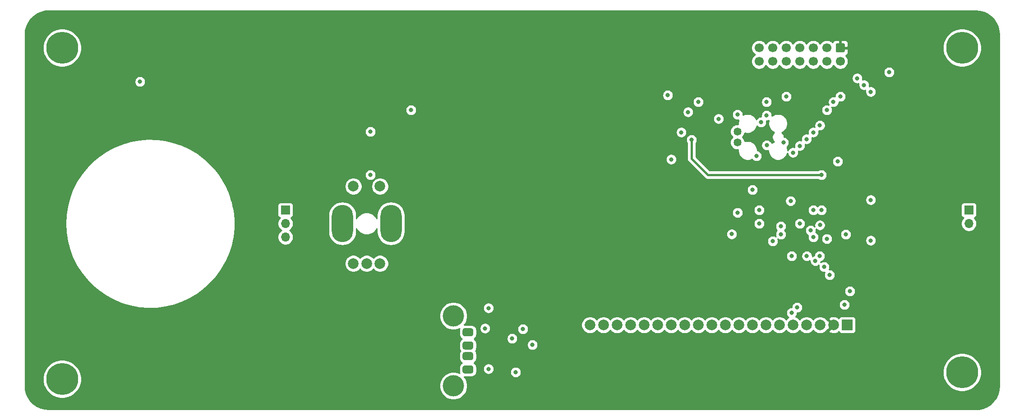
<source format=gbr>
%TF.GenerationSoftware,KiCad,Pcbnew,(5.1.8-0-10_14)*%
%TF.CreationDate,2021-12-04T19:42:54-08:00*%
%TF.ProjectId,Control,436f6e74-726f-46c2-9e6b-696361645f70,rev?*%
%TF.SameCoordinates,Original*%
%TF.FileFunction,Copper,L3,Inr*%
%TF.FilePolarity,Positive*%
%FSLAX46Y46*%
G04 Gerber Fmt 4.6, Leading zero omitted, Abs format (unit mm)*
G04 Created by KiCad (PCBNEW (5.1.8-0-10_14)) date 2021-12-04 19:42:54*
%MOMM*%
%LPD*%
G01*
G04 APERTURE LIST*
%TA.AperFunction,ComponentPad*%
%ADD10O,4.000000X7.000000*%
%TD*%
%TA.AperFunction,ComponentPad*%
%ADD11C,2.000000*%
%TD*%
%TA.AperFunction,ComponentPad*%
%ADD12C,0.800000*%
%TD*%
%TA.AperFunction,ComponentPad*%
%ADD13C,6.000000*%
%TD*%
%TA.AperFunction,ComponentPad*%
%ADD14C,4.000000*%
%TD*%
%TA.AperFunction,ComponentPad*%
%ADD15O,1.700000X1.700000*%
%TD*%
%TA.AperFunction,ComponentPad*%
%ADD16R,1.700000X1.700000*%
%TD*%
%TA.AperFunction,ComponentPad*%
%ADD17C,1.700000*%
%TD*%
%TA.AperFunction,ComponentPad*%
%ADD18C,1.485900*%
%TD*%
%TA.AperFunction,ComponentPad*%
%ADD19R,2.000000X2.000000*%
%TD*%
%TA.AperFunction,ViaPad*%
%ADD20C,0.800000*%
%TD*%
%TA.AperFunction,Conductor*%
%ADD21C,0.381000*%
%TD*%
%TA.AperFunction,Conductor*%
%ADD22C,0.254000*%
%TD*%
%TA.AperFunction,Conductor*%
%ADD23C,0.100000*%
%TD*%
G04 APERTURE END LIST*
D10*
%TO.N,N/C*%
%TO.C,SW1*%
X112290000Y-101600000D03*
X121390000Y-101600000D03*
D11*
%TO.N,GND*%
X114340000Y-94600000D03*
%TO.N,ENC_SEL_SW*%
X119340000Y-94600000D03*
%TO.N,ENC_A_SW*%
X119340000Y-109100000D03*
%TO.N,ENC_B_SW*%
X114340000Y-109100000D03*
%TO.N,GND*%
X116840000Y-109100000D03*
%TD*%
D12*
%TO.N,Net-(H4-Pad1)*%
%TO.C,H4*%
X230190990Y-127949010D03*
X228600000Y-127290000D03*
X227009010Y-127949010D03*
X226350000Y-129540000D03*
X227009010Y-131130990D03*
X228600000Y-131790000D03*
X230190990Y-131130990D03*
X230850000Y-129540000D03*
D13*
X228600000Y-129540000D03*
%TD*%
D12*
%TO.N,Net-(H3-Pad1)*%
%TO.C,H3*%
X61280990Y-129219010D03*
X59690000Y-128560000D03*
X58099010Y-129219010D03*
X57440000Y-130810000D03*
X58099010Y-132400990D03*
X59690000Y-133060000D03*
X61280990Y-132400990D03*
X61940000Y-130810000D03*
D13*
X59690000Y-130810000D03*
%TD*%
D12*
%TO.N,Net-(H2-Pad1)*%
%TO.C,H2*%
X230190990Y-66989010D03*
X228600000Y-66330000D03*
X227009010Y-66989010D03*
X226350000Y-68580000D03*
X227009010Y-70170990D03*
X228600000Y-70830000D03*
X230190990Y-70170990D03*
X230850000Y-68580000D03*
D13*
X228600000Y-68580000D03*
%TD*%
D12*
%TO.N,Net-(H1-Pad1)*%
%TO.C,H1*%
X61280990Y-66989010D03*
X59690000Y-66330000D03*
X58099010Y-66989010D03*
X57440000Y-68580000D03*
X58099010Y-70170990D03*
X59690000Y-70830000D03*
X61280990Y-70170990D03*
X61940000Y-68580000D03*
D13*
X59690000Y-68580000D03*
%TD*%
D14*
%TO.N,GND*%
%TO.C,USB1*%
X133134000Y-118943000D03*
X133134000Y-132083000D03*
%TA.AperFunction,ComponentPad*%
G36*
G01*
X135219000Y-128263000D02*
X136469000Y-128263000D01*
G75*
G02*
X136844000Y-128638000I0J-375000D01*
G01*
X136844000Y-129388000D01*
G75*
G02*
X136469000Y-129763000I-375000J0D01*
G01*
X135219000Y-129763000D01*
G75*
G02*
X134844000Y-129388000I0J375000D01*
G01*
X134844000Y-128638000D01*
G75*
G02*
X135219000Y-128263000I375000J0D01*
G01*
G37*
%TD.AperFunction*%
%TO.N,Net-(R6-Pad1)*%
%TA.AperFunction,ComponentPad*%
G36*
G01*
X135219000Y-125763000D02*
X136469000Y-125763000D01*
G75*
G02*
X136844000Y-126138000I0J-375000D01*
G01*
X136844000Y-126888000D01*
G75*
G02*
X136469000Y-127263000I-375000J0D01*
G01*
X135219000Y-127263000D01*
G75*
G02*
X134844000Y-126888000I0J375000D01*
G01*
X134844000Y-126138000D01*
G75*
G02*
X135219000Y-125763000I375000J0D01*
G01*
G37*
%TD.AperFunction*%
%TO.N,Net-(R7-Pad1)*%
%TA.AperFunction,ComponentPad*%
G36*
G01*
X135219000Y-123763000D02*
X136469000Y-123763000D01*
G75*
G02*
X136844000Y-124138000I0J-375000D01*
G01*
X136844000Y-124888000D01*
G75*
G02*
X136469000Y-125263000I-375000J0D01*
G01*
X135219000Y-125263000D01*
G75*
G02*
X134844000Y-124888000I0J375000D01*
G01*
X134844000Y-124138000D01*
G75*
G02*
X135219000Y-123763000I375000J0D01*
G01*
G37*
%TD.AperFunction*%
%TO.N,Net-(U5-Pad5)*%
%TA.AperFunction,ComponentPad*%
G36*
G01*
X135219000Y-121263000D02*
X136469000Y-121263000D01*
G75*
G02*
X136844000Y-121638000I0J-375000D01*
G01*
X136844000Y-122388000D01*
G75*
G02*
X136469000Y-122763000I-375000J0D01*
G01*
X135219000Y-122763000D01*
G75*
G02*
X134844000Y-122388000I0J375000D01*
G01*
X134844000Y-121638000D01*
G75*
G02*
X135219000Y-121263000I375000J0D01*
G01*
G37*
%TD.AperFunction*%
%TD*%
D15*
%TO.N,FIRE_LATCH_SW*%
%TO.C,SW3*%
X101600000Y-104140000D03*
%TO.N,GND*%
X101600000Y-101600000D03*
D16*
%TO.N,FIRE_MOM_SW*%
X101600000Y-99060000D03*
%TD*%
D15*
%TO.N,GND*%
%TO.C,SW2*%
X229870000Y-101600000D03*
D16*
%TO.N,INTERLOCK_SW*%
X229870000Y-99060000D03*
%TD*%
D17*
%TO.N,GND*%
%TO.C,MCU1*%
X190500000Y-71120000D03*
%TO.N,INTERLOCK_SW*%
X193040000Y-71120000D03*
%TO.N,TEC_ENABLE*%
X195580000Y-71120000D03*
%TO.N,CS_TEC_SET*%
X198120000Y-71120000D03*
%TO.N,RST_LASER*%
X200660000Y-71120000D03*
%TO.N,SCK*%
X203200000Y-71120000D03*
%TO.N,MOSI*%
X205740000Y-71120000D03*
%TO.N,INTERLOCK_EN*%
X190500000Y-68580000D03*
%TO.N,CS_CHARGE*%
X193040000Y-68580000D03*
%TO.N,CS_TEC_READ*%
X195580000Y-68580000D03*
%TO.N,TMP_LASER*%
X198120000Y-68580000D03*
%TO.N,CS_LASER*%
X200660000Y-68580000D03*
%TO.N,MISO*%
X203200000Y-68580000D03*
%TO.N,+3V0*%
%TA.AperFunction,ComponentPad*%
G36*
G01*
X205140000Y-67730000D02*
X206340000Y-67730000D01*
G75*
G02*
X206590000Y-67980000I0J-250000D01*
G01*
X206590000Y-69180000D01*
G75*
G02*
X206340000Y-69430000I-250000J0D01*
G01*
X205140000Y-69430000D01*
G75*
G02*
X204890000Y-69180000I0J250000D01*
G01*
X204890000Y-67980000D01*
G75*
G02*
X205140000Y-67730000I250000J0D01*
G01*
G37*
%TD.AperFunction*%
%TD*%
D18*
%TO.N,RXD*%
%TO.C,ISP1*%
X186436000Y-86360000D03*
%TO.N,RESET*%
X186436000Y-84328000D03*
%TD*%
D11*
%TO.N,GND*%
%TO.C,DISP1*%
X158750000Y-120650000D03*
X161290000Y-120650000D03*
%TO.N,N/C*%
X163830000Y-120650000D03*
%TO.N,DISP_CS*%
X166370000Y-120650000D03*
%TO.N,DISP_RES*%
X168910000Y-120650000D03*
%TO.N,N/C*%
X171450000Y-120650000D03*
%TO.N,GND*%
X173990000Y-120650000D03*
X176530000Y-120650000D03*
X179070000Y-120650000D03*
X181610000Y-120650000D03*
D19*
X207010000Y-120650000D03*
D11*
%TO.N,+3V0*%
X204470000Y-120650000D03*
%TO.N,N/C*%
X201930000Y-120650000D03*
%TO.N,DISP_DC*%
X199390000Y-120650000D03*
%TO.N,GND*%
X196850000Y-120650000D03*
X194310000Y-120650000D03*
%TO.N,SCK*%
X191770000Y-120650000D03*
%TO.N,MOSI*%
X189230000Y-120650000D03*
%TO.N,N/C*%
X186690000Y-120650000D03*
%TO.N,GND*%
X184150000Y-120650000D03*
%TD*%
D20*
%TO.N,GND*%
X74295000Y-74930000D03*
X211455000Y-97155000D03*
X211455000Y-104775000D03*
X195072000Y-86360000D03*
X214884000Y-73152000D03*
X207518000Y-114300000D03*
X206502000Y-116840000D03*
X190500000Y-99060000D03*
X190500000Y-101600000D03*
X194564000Y-102108000D03*
X189230000Y-95250000D03*
X182880000Y-81915000D03*
X173990000Y-89535000D03*
X117540000Y-84328000D03*
X125160000Y-80264000D03*
X117540000Y-92456000D03*
X146170546Y-121414467D03*
X147955000Y-124369798D03*
X144800000Y-129520000D03*
X144145000Y-123190000D03*
X139700000Y-128905000D03*
X139700000Y-117475000D03*
X190881000Y-82550000D03*
X206756000Y-103632000D03*
%TO.N,+3V0*%
X207645000Y-104775000D03*
X214884000Y-68072000D03*
X202438000Y-114300000D03*
X202438000Y-116840000D03*
X194532000Y-99600000D03*
X200660000Y-112268000D03*
X194310000Y-95250000D03*
X179900500Y-82989500D03*
X171704000Y-81280000D03*
X125160000Y-84328000D03*
X146700000Y-129525000D03*
X147955000Y-121920000D03*
X191734721Y-83728276D03*
X206756000Y-101600000D03*
%TO.N,DISP_CS*%
X197612000Y-117348000D03*
%TO.N,DISP_RES*%
X199450500Y-107696000D03*
X196596000Y-118364000D03*
X196596000Y-107696000D03*
%TO.N,SCK*%
X203200000Y-80264000D03*
X194564000Y-103632000D03*
X196410000Y-97350000D03*
X189992000Y-88900000D03*
X177165000Y-80645000D03*
%TO.N,MOSI*%
X205740000Y-77724000D03*
X195580000Y-77724000D03*
X193040000Y-104902003D03*
X173355000Y-77470000D03*
X198120000Y-101600000D03*
%TO.N,MISO*%
X204440501Y-78740000D03*
X191896974Y-78740000D03*
X179070000Y-78740000D03*
X191928710Y-86868000D03*
X191897000Y-81280000D03*
%TO.N,RXD*%
X201850500Y-107696000D03*
X186436000Y-99547865D03*
%TO.N,TXD*%
X202692000Y-109728000D03*
X186436000Y-81108500D03*
X185356500Y-103568500D03*
%TO.N,RESET*%
X201060000Y-108604000D03*
%TO.N,TEC_ENABLE*%
X200660000Y-104140000D03*
X196850000Y-88265000D03*
%TO.N,CS_TEC_SET*%
X200660000Y-99060000D03*
X198120000Y-86995000D03*
%TO.N,RST_LASER*%
X200660000Y-84455000D03*
X200152000Y-102870000D03*
%TO.N,TMP_LASER*%
X202184008Y-99060000D03*
X199390000Y-85725000D03*
%TO.N,CS_LASER*%
X201900501Y-83155501D03*
X201908687Y-101875313D03*
%TO.N,LED_R*%
X203200000Y-104449998D03*
X208915004Y-74295000D03*
X205232000Y-89915984D03*
%TO.N,LED_G*%
X211455000Y-76835000D03*
%TO.N,LED_B*%
X210185000Y-75565000D03*
%TO.N,BUTTON_IRQ*%
X202184000Y-92456000D03*
X177800000Y-85852000D03*
%TO.N,CS_BUTTONS*%
X203708000Y-111252000D03*
X175895000Y-84455000D03*
%TO.N,Net-(R6-Pad1)*%
X139065014Y-121285000D03*
%TD*%
D21*
%TO.N,BUTTON_IRQ*%
X177800000Y-89408000D02*
X177800000Y-85852000D01*
X180848000Y-92456000D02*
X177800000Y-89408000D01*
X202184000Y-92456000D02*
X180848000Y-92456000D01*
%TD*%
D22*
%TO.N,+3V0*%
X231922249Y-61692437D02*
X232679774Y-61899672D01*
X233388625Y-62237777D01*
X234026404Y-62696067D01*
X234572946Y-63260055D01*
X235010977Y-63911913D01*
X235326651Y-64631038D01*
X235511206Y-65399768D01*
X235560000Y-66064207D01*
X235560001Y-132050597D01*
X235487563Y-132862249D01*
X235280328Y-133619774D01*
X234942221Y-134328627D01*
X234483928Y-134966410D01*
X233919945Y-135512946D01*
X233268085Y-135950978D01*
X232548963Y-136266651D01*
X231780232Y-136451206D01*
X231115792Y-136500000D01*
X57179392Y-136500000D01*
X56367751Y-136427563D01*
X55610226Y-136220328D01*
X54901373Y-135882221D01*
X54263590Y-135423928D01*
X53717054Y-134859945D01*
X53279022Y-134208085D01*
X52963349Y-133488963D01*
X52778794Y-132720232D01*
X52730000Y-132055792D01*
X52730000Y-130451984D01*
X56055000Y-130451984D01*
X56055000Y-131168016D01*
X56194691Y-131870290D01*
X56468705Y-132531818D01*
X56866511Y-133127177D01*
X57372823Y-133633489D01*
X57968182Y-134031295D01*
X58629710Y-134305309D01*
X59331984Y-134445000D01*
X60048016Y-134445000D01*
X60750290Y-134305309D01*
X61411818Y-134031295D01*
X62007177Y-133633489D01*
X62513489Y-133127177D01*
X62911295Y-132531818D01*
X63185309Y-131870290D01*
X63325000Y-131168016D01*
X63325000Y-130451984D01*
X63185309Y-129749710D01*
X62911295Y-129088182D01*
X62513489Y-128492823D01*
X62007177Y-127986511D01*
X61411818Y-127588705D01*
X60750290Y-127314691D01*
X60048016Y-127175000D01*
X59331984Y-127175000D01*
X58629710Y-127314691D01*
X57968182Y-127588705D01*
X57372823Y-127986511D01*
X56866511Y-128492823D01*
X56468705Y-129088182D01*
X56194691Y-129749710D01*
X56055000Y-130451984D01*
X52730000Y-130451984D01*
X52730000Y-118683475D01*
X130499000Y-118683475D01*
X130499000Y-119202525D01*
X130600261Y-119711601D01*
X130798893Y-120191141D01*
X131087262Y-120622715D01*
X131454285Y-120989738D01*
X131885859Y-121278107D01*
X132365399Y-121476739D01*
X132874475Y-121578000D01*
X133393525Y-121578000D01*
X133902601Y-121476739D01*
X134259160Y-121329047D01*
X134225394Y-121440359D01*
X134205928Y-121638000D01*
X134205928Y-122388000D01*
X134225394Y-122585641D01*
X134283044Y-122775686D01*
X134376661Y-122950833D01*
X134502650Y-123104350D01*
X134656167Y-123230339D01*
X134717272Y-123263000D01*
X134656167Y-123295661D01*
X134502650Y-123421650D01*
X134376661Y-123575167D01*
X134283044Y-123750314D01*
X134225394Y-123940359D01*
X134205928Y-124138000D01*
X134205928Y-124888000D01*
X134225394Y-125085641D01*
X134283044Y-125275686D01*
X134376661Y-125450833D01*
X134427680Y-125513000D01*
X134376661Y-125575167D01*
X134283044Y-125750314D01*
X134225394Y-125940359D01*
X134205928Y-126138000D01*
X134205928Y-126888000D01*
X134225394Y-127085641D01*
X134283044Y-127275686D01*
X134376661Y-127450833D01*
X134502650Y-127604350D01*
X134656167Y-127730339D01*
X134717272Y-127763000D01*
X134656167Y-127795661D01*
X134502650Y-127921650D01*
X134376661Y-128075167D01*
X134283044Y-128250314D01*
X134225394Y-128440359D01*
X134205928Y-128638000D01*
X134205928Y-129388000D01*
X134225394Y-129585641D01*
X134259160Y-129696953D01*
X133902601Y-129549261D01*
X133393525Y-129448000D01*
X132874475Y-129448000D01*
X132365399Y-129549261D01*
X131885859Y-129747893D01*
X131454285Y-130036262D01*
X131087262Y-130403285D01*
X130798893Y-130834859D01*
X130600261Y-131314399D01*
X130499000Y-131823475D01*
X130499000Y-132342525D01*
X130600261Y-132851601D01*
X130798893Y-133331141D01*
X131087262Y-133762715D01*
X131454285Y-134129738D01*
X131885859Y-134418107D01*
X132365399Y-134616739D01*
X132874475Y-134718000D01*
X133393525Y-134718000D01*
X133902601Y-134616739D01*
X134382141Y-134418107D01*
X134813715Y-134129738D01*
X135180738Y-133762715D01*
X135469107Y-133331141D01*
X135667739Y-132851601D01*
X135769000Y-132342525D01*
X135769000Y-131823475D01*
X135667739Y-131314399D01*
X135469107Y-130834859D01*
X135180738Y-130403285D01*
X135174103Y-130396650D01*
X135219000Y-130401072D01*
X136469000Y-130401072D01*
X136666641Y-130381606D01*
X136856686Y-130323956D01*
X137031833Y-130230339D01*
X137185350Y-130104350D01*
X137311339Y-129950833D01*
X137404956Y-129775686D01*
X137462606Y-129585641D01*
X137482072Y-129388000D01*
X137482072Y-128803061D01*
X138665000Y-128803061D01*
X138665000Y-129006939D01*
X138704774Y-129206898D01*
X138782795Y-129395256D01*
X138896063Y-129564774D01*
X139040226Y-129708937D01*
X139209744Y-129822205D01*
X139398102Y-129900226D01*
X139598061Y-129940000D01*
X139801939Y-129940000D01*
X140001898Y-129900226D01*
X140190256Y-129822205D01*
X140359774Y-129708937D01*
X140503937Y-129564774D01*
X140601967Y-129418061D01*
X143765000Y-129418061D01*
X143765000Y-129621939D01*
X143804774Y-129821898D01*
X143882795Y-130010256D01*
X143996063Y-130179774D01*
X144140226Y-130323937D01*
X144309744Y-130437205D01*
X144498102Y-130515226D01*
X144698061Y-130555000D01*
X144901939Y-130555000D01*
X145101898Y-130515226D01*
X145290256Y-130437205D01*
X145459774Y-130323937D01*
X145603937Y-130179774D01*
X145717205Y-130010256D01*
X145795226Y-129821898D01*
X145835000Y-129621939D01*
X145835000Y-129418061D01*
X145795226Y-129218102D01*
X145780266Y-129181984D01*
X224965000Y-129181984D01*
X224965000Y-129898016D01*
X225104691Y-130600290D01*
X225378705Y-131261818D01*
X225776511Y-131857177D01*
X226282823Y-132363489D01*
X226878182Y-132761295D01*
X227539710Y-133035309D01*
X228241984Y-133175000D01*
X228958016Y-133175000D01*
X229660290Y-133035309D01*
X230321818Y-132761295D01*
X230917177Y-132363489D01*
X231423489Y-131857177D01*
X231821295Y-131261818D01*
X232095309Y-130600290D01*
X232235000Y-129898016D01*
X232235000Y-129181984D01*
X232095309Y-128479710D01*
X231821295Y-127818182D01*
X231423489Y-127222823D01*
X230917177Y-126716511D01*
X230321818Y-126318705D01*
X229660290Y-126044691D01*
X228958016Y-125905000D01*
X228241984Y-125905000D01*
X227539710Y-126044691D01*
X226878182Y-126318705D01*
X226282823Y-126716511D01*
X225776511Y-127222823D01*
X225378705Y-127818182D01*
X225104691Y-128479710D01*
X224965000Y-129181984D01*
X145780266Y-129181984D01*
X145717205Y-129029744D01*
X145603937Y-128860226D01*
X145459774Y-128716063D01*
X145290256Y-128602795D01*
X145101898Y-128524774D01*
X144901939Y-128485000D01*
X144698061Y-128485000D01*
X144498102Y-128524774D01*
X144309744Y-128602795D01*
X144140226Y-128716063D01*
X143996063Y-128860226D01*
X143882795Y-129029744D01*
X143804774Y-129218102D01*
X143765000Y-129418061D01*
X140601967Y-129418061D01*
X140617205Y-129395256D01*
X140695226Y-129206898D01*
X140735000Y-129006939D01*
X140735000Y-128803061D01*
X140695226Y-128603102D01*
X140617205Y-128414744D01*
X140503937Y-128245226D01*
X140359774Y-128101063D01*
X140190256Y-127987795D01*
X140001898Y-127909774D01*
X139801939Y-127870000D01*
X139598061Y-127870000D01*
X139398102Y-127909774D01*
X139209744Y-127987795D01*
X139040226Y-128101063D01*
X138896063Y-128245226D01*
X138782795Y-128414744D01*
X138704774Y-128603102D01*
X138665000Y-128803061D01*
X137482072Y-128803061D01*
X137482072Y-128638000D01*
X137462606Y-128440359D01*
X137404956Y-128250314D01*
X137311339Y-128075167D01*
X137185350Y-127921650D01*
X137031833Y-127795661D01*
X136970728Y-127763000D01*
X137031833Y-127730339D01*
X137185350Y-127604350D01*
X137311339Y-127450833D01*
X137404956Y-127275686D01*
X137462606Y-127085641D01*
X137482072Y-126888000D01*
X137482072Y-126138000D01*
X137462606Y-125940359D01*
X137404956Y-125750314D01*
X137311339Y-125575167D01*
X137260320Y-125513000D01*
X137311339Y-125450833D01*
X137404956Y-125275686D01*
X137462606Y-125085641D01*
X137482072Y-124888000D01*
X137482072Y-124267859D01*
X146920000Y-124267859D01*
X146920000Y-124471737D01*
X146959774Y-124671696D01*
X147037795Y-124860054D01*
X147151063Y-125029572D01*
X147295226Y-125173735D01*
X147464744Y-125287003D01*
X147653102Y-125365024D01*
X147853061Y-125404798D01*
X148056939Y-125404798D01*
X148256898Y-125365024D01*
X148445256Y-125287003D01*
X148614774Y-125173735D01*
X148758937Y-125029572D01*
X148872205Y-124860054D01*
X148950226Y-124671696D01*
X148990000Y-124471737D01*
X148990000Y-124267859D01*
X148950226Y-124067900D01*
X148872205Y-123879542D01*
X148758937Y-123710024D01*
X148614774Y-123565861D01*
X148445256Y-123452593D01*
X148256898Y-123374572D01*
X148056939Y-123334798D01*
X147853061Y-123334798D01*
X147653102Y-123374572D01*
X147464744Y-123452593D01*
X147295226Y-123565861D01*
X147151063Y-123710024D01*
X147037795Y-123879542D01*
X146959774Y-124067900D01*
X146920000Y-124267859D01*
X137482072Y-124267859D01*
X137482072Y-124138000D01*
X137462606Y-123940359D01*
X137404956Y-123750314D01*
X137311339Y-123575167D01*
X137185350Y-123421650D01*
X137031833Y-123295661D01*
X136970728Y-123263000D01*
X137031833Y-123230339D01*
X137185350Y-123104350D01*
X137198718Y-123088061D01*
X143110000Y-123088061D01*
X143110000Y-123291939D01*
X143149774Y-123491898D01*
X143227795Y-123680256D01*
X143341063Y-123849774D01*
X143485226Y-123993937D01*
X143654744Y-124107205D01*
X143843102Y-124185226D01*
X144043061Y-124225000D01*
X144246939Y-124225000D01*
X144446898Y-124185226D01*
X144635256Y-124107205D01*
X144804774Y-123993937D01*
X144948937Y-123849774D01*
X145062205Y-123680256D01*
X145140226Y-123491898D01*
X145180000Y-123291939D01*
X145180000Y-123088061D01*
X145140226Y-122888102D01*
X145062205Y-122699744D01*
X144948937Y-122530226D01*
X144804774Y-122386063D01*
X144635256Y-122272795D01*
X144446898Y-122194774D01*
X144246939Y-122155000D01*
X144043061Y-122155000D01*
X143843102Y-122194774D01*
X143654744Y-122272795D01*
X143485226Y-122386063D01*
X143341063Y-122530226D01*
X143227795Y-122699744D01*
X143149774Y-122888102D01*
X143110000Y-123088061D01*
X137198718Y-123088061D01*
X137311339Y-122950833D01*
X137404956Y-122775686D01*
X137462606Y-122585641D01*
X137482072Y-122388000D01*
X137482072Y-121638000D01*
X137462606Y-121440359D01*
X137404956Y-121250314D01*
X137369009Y-121183061D01*
X138030014Y-121183061D01*
X138030014Y-121386939D01*
X138069788Y-121586898D01*
X138147809Y-121775256D01*
X138261077Y-121944774D01*
X138405240Y-122088937D01*
X138574758Y-122202205D01*
X138763116Y-122280226D01*
X138963075Y-122320000D01*
X139166953Y-122320000D01*
X139366912Y-122280226D01*
X139555270Y-122202205D01*
X139724788Y-122088937D01*
X139868951Y-121944774D01*
X139982219Y-121775256D01*
X140060240Y-121586898D01*
X140100014Y-121386939D01*
X140100014Y-121312528D01*
X145135546Y-121312528D01*
X145135546Y-121516406D01*
X145175320Y-121716365D01*
X145253341Y-121904723D01*
X145366609Y-122074241D01*
X145510772Y-122218404D01*
X145680290Y-122331672D01*
X145868648Y-122409693D01*
X146068607Y-122449467D01*
X146272485Y-122449467D01*
X146472444Y-122409693D01*
X146660802Y-122331672D01*
X146830320Y-122218404D01*
X146974483Y-122074241D01*
X147087751Y-121904723D01*
X147165772Y-121716365D01*
X147205546Y-121516406D01*
X147205546Y-121312528D01*
X147165772Y-121112569D01*
X147087751Y-120924211D01*
X146974483Y-120754693D01*
X146830320Y-120610530D01*
X146660802Y-120497262D01*
X146640777Y-120488967D01*
X157115000Y-120488967D01*
X157115000Y-120811033D01*
X157177832Y-121126912D01*
X157301082Y-121424463D01*
X157480013Y-121692252D01*
X157707748Y-121919987D01*
X157975537Y-122098918D01*
X158273088Y-122222168D01*
X158588967Y-122285000D01*
X158911033Y-122285000D01*
X159226912Y-122222168D01*
X159524463Y-122098918D01*
X159792252Y-121919987D01*
X160019987Y-121692252D01*
X160020000Y-121692233D01*
X160020013Y-121692252D01*
X160247748Y-121919987D01*
X160515537Y-122098918D01*
X160813088Y-122222168D01*
X161128967Y-122285000D01*
X161451033Y-122285000D01*
X161766912Y-122222168D01*
X162064463Y-122098918D01*
X162332252Y-121919987D01*
X162559987Y-121692252D01*
X162560000Y-121692233D01*
X162560013Y-121692252D01*
X162787748Y-121919987D01*
X163055537Y-122098918D01*
X163353088Y-122222168D01*
X163668967Y-122285000D01*
X163991033Y-122285000D01*
X164306912Y-122222168D01*
X164604463Y-122098918D01*
X164872252Y-121919987D01*
X165099987Y-121692252D01*
X165100000Y-121692233D01*
X165100013Y-121692252D01*
X165327748Y-121919987D01*
X165595537Y-122098918D01*
X165893088Y-122222168D01*
X166208967Y-122285000D01*
X166531033Y-122285000D01*
X166846912Y-122222168D01*
X167144463Y-122098918D01*
X167412252Y-121919987D01*
X167639987Y-121692252D01*
X167640000Y-121692233D01*
X167640013Y-121692252D01*
X167867748Y-121919987D01*
X168135537Y-122098918D01*
X168433088Y-122222168D01*
X168748967Y-122285000D01*
X169071033Y-122285000D01*
X169386912Y-122222168D01*
X169684463Y-122098918D01*
X169952252Y-121919987D01*
X170179987Y-121692252D01*
X170180000Y-121692233D01*
X170180013Y-121692252D01*
X170407748Y-121919987D01*
X170675537Y-122098918D01*
X170973088Y-122222168D01*
X171288967Y-122285000D01*
X171611033Y-122285000D01*
X171926912Y-122222168D01*
X172224463Y-122098918D01*
X172492252Y-121919987D01*
X172719987Y-121692252D01*
X172720000Y-121692233D01*
X172720013Y-121692252D01*
X172947748Y-121919987D01*
X173215537Y-122098918D01*
X173513088Y-122222168D01*
X173828967Y-122285000D01*
X174151033Y-122285000D01*
X174466912Y-122222168D01*
X174764463Y-122098918D01*
X175032252Y-121919987D01*
X175259987Y-121692252D01*
X175260000Y-121692233D01*
X175260013Y-121692252D01*
X175487748Y-121919987D01*
X175755537Y-122098918D01*
X176053088Y-122222168D01*
X176368967Y-122285000D01*
X176691033Y-122285000D01*
X177006912Y-122222168D01*
X177304463Y-122098918D01*
X177572252Y-121919987D01*
X177799987Y-121692252D01*
X177800000Y-121692233D01*
X177800013Y-121692252D01*
X178027748Y-121919987D01*
X178295537Y-122098918D01*
X178593088Y-122222168D01*
X178908967Y-122285000D01*
X179231033Y-122285000D01*
X179546912Y-122222168D01*
X179844463Y-122098918D01*
X180112252Y-121919987D01*
X180339987Y-121692252D01*
X180340000Y-121692233D01*
X180340013Y-121692252D01*
X180567748Y-121919987D01*
X180835537Y-122098918D01*
X181133088Y-122222168D01*
X181448967Y-122285000D01*
X181771033Y-122285000D01*
X182086912Y-122222168D01*
X182384463Y-122098918D01*
X182652252Y-121919987D01*
X182879987Y-121692252D01*
X182880000Y-121692233D01*
X182880013Y-121692252D01*
X183107748Y-121919987D01*
X183375537Y-122098918D01*
X183673088Y-122222168D01*
X183988967Y-122285000D01*
X184311033Y-122285000D01*
X184626912Y-122222168D01*
X184924463Y-122098918D01*
X185192252Y-121919987D01*
X185419987Y-121692252D01*
X185420000Y-121692233D01*
X185420013Y-121692252D01*
X185647748Y-121919987D01*
X185915537Y-122098918D01*
X186213088Y-122222168D01*
X186528967Y-122285000D01*
X186851033Y-122285000D01*
X187166912Y-122222168D01*
X187464463Y-122098918D01*
X187732252Y-121919987D01*
X187959987Y-121692252D01*
X187960000Y-121692233D01*
X187960013Y-121692252D01*
X188187748Y-121919987D01*
X188455537Y-122098918D01*
X188753088Y-122222168D01*
X189068967Y-122285000D01*
X189391033Y-122285000D01*
X189706912Y-122222168D01*
X190004463Y-122098918D01*
X190272252Y-121919987D01*
X190499987Y-121692252D01*
X190500000Y-121692233D01*
X190500013Y-121692252D01*
X190727748Y-121919987D01*
X190995537Y-122098918D01*
X191293088Y-122222168D01*
X191608967Y-122285000D01*
X191931033Y-122285000D01*
X192246912Y-122222168D01*
X192544463Y-122098918D01*
X192812252Y-121919987D01*
X193039987Y-121692252D01*
X193040000Y-121692233D01*
X193040013Y-121692252D01*
X193267748Y-121919987D01*
X193535537Y-122098918D01*
X193833088Y-122222168D01*
X194148967Y-122285000D01*
X194471033Y-122285000D01*
X194786912Y-122222168D01*
X195084463Y-122098918D01*
X195352252Y-121919987D01*
X195579987Y-121692252D01*
X195580000Y-121692233D01*
X195580013Y-121692252D01*
X195807748Y-121919987D01*
X196075537Y-122098918D01*
X196373088Y-122222168D01*
X196688967Y-122285000D01*
X197011033Y-122285000D01*
X197326912Y-122222168D01*
X197624463Y-122098918D01*
X197892252Y-121919987D01*
X198119987Y-121692252D01*
X198120000Y-121692233D01*
X198120013Y-121692252D01*
X198347748Y-121919987D01*
X198615537Y-122098918D01*
X198913088Y-122222168D01*
X199228967Y-122285000D01*
X199551033Y-122285000D01*
X199866912Y-122222168D01*
X200164463Y-122098918D01*
X200432252Y-121919987D01*
X200659987Y-121692252D01*
X200660000Y-121692233D01*
X200660013Y-121692252D01*
X200887748Y-121919987D01*
X201155537Y-122098918D01*
X201453088Y-122222168D01*
X201768967Y-122285000D01*
X202091033Y-122285000D01*
X202406912Y-122222168D01*
X202704463Y-122098918D01*
X202972252Y-121919987D01*
X203199987Y-121692252D01*
X203272720Y-121583400D01*
X203334587Y-121605808D01*
X204290395Y-120650000D01*
X203334587Y-119694192D01*
X203272720Y-119716600D01*
X203199987Y-119607748D01*
X203106826Y-119514587D01*
X203514192Y-119514587D01*
X204470000Y-120470395D01*
X204484143Y-120456253D01*
X204663748Y-120635858D01*
X204649605Y-120650000D01*
X204663748Y-120664143D01*
X204484143Y-120843748D01*
X204470000Y-120829605D01*
X203514192Y-121785413D01*
X203609956Y-122049814D01*
X203899571Y-122190704D01*
X204211108Y-122272384D01*
X204532595Y-122291718D01*
X204851675Y-122247961D01*
X205156088Y-122142795D01*
X205330044Y-122049814D01*
X205404963Y-121842967D01*
X205420498Y-121894180D01*
X205479463Y-122004494D01*
X205558815Y-122101185D01*
X205655506Y-122180537D01*
X205765820Y-122239502D01*
X205885518Y-122275812D01*
X206010000Y-122288072D01*
X208010000Y-122288072D01*
X208134482Y-122275812D01*
X208254180Y-122239502D01*
X208364494Y-122180537D01*
X208461185Y-122101185D01*
X208540537Y-122004494D01*
X208599502Y-121894180D01*
X208635812Y-121774482D01*
X208648072Y-121650000D01*
X208648072Y-119650000D01*
X208635812Y-119525518D01*
X208599502Y-119405820D01*
X208540537Y-119295506D01*
X208461185Y-119198815D01*
X208364494Y-119119463D01*
X208254180Y-119060498D01*
X208134482Y-119024188D01*
X208010000Y-119011928D01*
X206010000Y-119011928D01*
X205885518Y-119024188D01*
X205765820Y-119060498D01*
X205655506Y-119119463D01*
X205558815Y-119198815D01*
X205479463Y-119295506D01*
X205420498Y-119405820D01*
X205404963Y-119457033D01*
X205330044Y-119250186D01*
X205040429Y-119109296D01*
X204728892Y-119027616D01*
X204407405Y-119008282D01*
X204088325Y-119052039D01*
X203783912Y-119157205D01*
X203609956Y-119250186D01*
X203514192Y-119514587D01*
X203106826Y-119514587D01*
X202972252Y-119380013D01*
X202704463Y-119201082D01*
X202406912Y-119077832D01*
X202091033Y-119015000D01*
X201768967Y-119015000D01*
X201453088Y-119077832D01*
X201155537Y-119201082D01*
X200887748Y-119380013D01*
X200660013Y-119607748D01*
X200660000Y-119607767D01*
X200659987Y-119607748D01*
X200432252Y-119380013D01*
X200164463Y-119201082D01*
X199866912Y-119077832D01*
X199551033Y-119015000D01*
X199228967Y-119015000D01*
X198913088Y-119077832D01*
X198615537Y-119201082D01*
X198347748Y-119380013D01*
X198120013Y-119607748D01*
X198120000Y-119607767D01*
X198119987Y-119607748D01*
X197892252Y-119380013D01*
X197624463Y-119201082D01*
X197340324Y-119083387D01*
X197399937Y-119023774D01*
X197513205Y-118854256D01*
X197591226Y-118665898D01*
X197631000Y-118465939D01*
X197631000Y-118383000D01*
X197713939Y-118383000D01*
X197913898Y-118343226D01*
X198102256Y-118265205D01*
X198271774Y-118151937D01*
X198415937Y-118007774D01*
X198529205Y-117838256D01*
X198607226Y-117649898D01*
X198647000Y-117449939D01*
X198647000Y-117246061D01*
X198607226Y-117046102D01*
X198529205Y-116857744D01*
X198449236Y-116738061D01*
X205467000Y-116738061D01*
X205467000Y-116941939D01*
X205506774Y-117141898D01*
X205584795Y-117330256D01*
X205698063Y-117499774D01*
X205842226Y-117643937D01*
X206011744Y-117757205D01*
X206200102Y-117835226D01*
X206400061Y-117875000D01*
X206603939Y-117875000D01*
X206803898Y-117835226D01*
X206992256Y-117757205D01*
X207161774Y-117643937D01*
X207305937Y-117499774D01*
X207419205Y-117330256D01*
X207497226Y-117141898D01*
X207537000Y-116941939D01*
X207537000Y-116738061D01*
X207497226Y-116538102D01*
X207419205Y-116349744D01*
X207305937Y-116180226D01*
X207161774Y-116036063D01*
X206992256Y-115922795D01*
X206803898Y-115844774D01*
X206603939Y-115805000D01*
X206400061Y-115805000D01*
X206200102Y-115844774D01*
X206011744Y-115922795D01*
X205842226Y-116036063D01*
X205698063Y-116180226D01*
X205584795Y-116349744D01*
X205506774Y-116538102D01*
X205467000Y-116738061D01*
X198449236Y-116738061D01*
X198415937Y-116688226D01*
X198271774Y-116544063D01*
X198102256Y-116430795D01*
X197913898Y-116352774D01*
X197713939Y-116313000D01*
X197510061Y-116313000D01*
X197310102Y-116352774D01*
X197121744Y-116430795D01*
X196952226Y-116544063D01*
X196808063Y-116688226D01*
X196694795Y-116857744D01*
X196616774Y-117046102D01*
X196577000Y-117246061D01*
X196577000Y-117329000D01*
X196494061Y-117329000D01*
X196294102Y-117368774D01*
X196105744Y-117446795D01*
X195936226Y-117560063D01*
X195792063Y-117704226D01*
X195678795Y-117873744D01*
X195600774Y-118062102D01*
X195561000Y-118262061D01*
X195561000Y-118465939D01*
X195600774Y-118665898D01*
X195678795Y-118854256D01*
X195792063Y-119023774D01*
X195936226Y-119167937D01*
X196030684Y-119231052D01*
X195807748Y-119380013D01*
X195580013Y-119607748D01*
X195580000Y-119607767D01*
X195579987Y-119607748D01*
X195352252Y-119380013D01*
X195084463Y-119201082D01*
X194786912Y-119077832D01*
X194471033Y-119015000D01*
X194148967Y-119015000D01*
X193833088Y-119077832D01*
X193535537Y-119201082D01*
X193267748Y-119380013D01*
X193040013Y-119607748D01*
X193040000Y-119607767D01*
X193039987Y-119607748D01*
X192812252Y-119380013D01*
X192544463Y-119201082D01*
X192246912Y-119077832D01*
X191931033Y-119015000D01*
X191608967Y-119015000D01*
X191293088Y-119077832D01*
X190995537Y-119201082D01*
X190727748Y-119380013D01*
X190500013Y-119607748D01*
X190500000Y-119607767D01*
X190499987Y-119607748D01*
X190272252Y-119380013D01*
X190004463Y-119201082D01*
X189706912Y-119077832D01*
X189391033Y-119015000D01*
X189068967Y-119015000D01*
X188753088Y-119077832D01*
X188455537Y-119201082D01*
X188187748Y-119380013D01*
X187960013Y-119607748D01*
X187960000Y-119607767D01*
X187959987Y-119607748D01*
X187732252Y-119380013D01*
X187464463Y-119201082D01*
X187166912Y-119077832D01*
X186851033Y-119015000D01*
X186528967Y-119015000D01*
X186213088Y-119077832D01*
X185915537Y-119201082D01*
X185647748Y-119380013D01*
X185420013Y-119607748D01*
X185420000Y-119607767D01*
X185419987Y-119607748D01*
X185192252Y-119380013D01*
X184924463Y-119201082D01*
X184626912Y-119077832D01*
X184311033Y-119015000D01*
X183988967Y-119015000D01*
X183673088Y-119077832D01*
X183375537Y-119201082D01*
X183107748Y-119380013D01*
X182880013Y-119607748D01*
X182880000Y-119607767D01*
X182879987Y-119607748D01*
X182652252Y-119380013D01*
X182384463Y-119201082D01*
X182086912Y-119077832D01*
X181771033Y-119015000D01*
X181448967Y-119015000D01*
X181133088Y-119077832D01*
X180835537Y-119201082D01*
X180567748Y-119380013D01*
X180340013Y-119607748D01*
X180340000Y-119607767D01*
X180339987Y-119607748D01*
X180112252Y-119380013D01*
X179844463Y-119201082D01*
X179546912Y-119077832D01*
X179231033Y-119015000D01*
X178908967Y-119015000D01*
X178593088Y-119077832D01*
X178295537Y-119201082D01*
X178027748Y-119380013D01*
X177800013Y-119607748D01*
X177800000Y-119607767D01*
X177799987Y-119607748D01*
X177572252Y-119380013D01*
X177304463Y-119201082D01*
X177006912Y-119077832D01*
X176691033Y-119015000D01*
X176368967Y-119015000D01*
X176053088Y-119077832D01*
X175755537Y-119201082D01*
X175487748Y-119380013D01*
X175260013Y-119607748D01*
X175260000Y-119607767D01*
X175259987Y-119607748D01*
X175032252Y-119380013D01*
X174764463Y-119201082D01*
X174466912Y-119077832D01*
X174151033Y-119015000D01*
X173828967Y-119015000D01*
X173513088Y-119077832D01*
X173215537Y-119201082D01*
X172947748Y-119380013D01*
X172720013Y-119607748D01*
X172720000Y-119607767D01*
X172719987Y-119607748D01*
X172492252Y-119380013D01*
X172224463Y-119201082D01*
X171926912Y-119077832D01*
X171611033Y-119015000D01*
X171288967Y-119015000D01*
X170973088Y-119077832D01*
X170675537Y-119201082D01*
X170407748Y-119380013D01*
X170180013Y-119607748D01*
X170180000Y-119607767D01*
X170179987Y-119607748D01*
X169952252Y-119380013D01*
X169684463Y-119201082D01*
X169386912Y-119077832D01*
X169071033Y-119015000D01*
X168748967Y-119015000D01*
X168433088Y-119077832D01*
X168135537Y-119201082D01*
X167867748Y-119380013D01*
X167640013Y-119607748D01*
X167640000Y-119607767D01*
X167639987Y-119607748D01*
X167412252Y-119380013D01*
X167144463Y-119201082D01*
X166846912Y-119077832D01*
X166531033Y-119015000D01*
X166208967Y-119015000D01*
X165893088Y-119077832D01*
X165595537Y-119201082D01*
X165327748Y-119380013D01*
X165100013Y-119607748D01*
X165100000Y-119607767D01*
X165099987Y-119607748D01*
X164872252Y-119380013D01*
X164604463Y-119201082D01*
X164306912Y-119077832D01*
X163991033Y-119015000D01*
X163668967Y-119015000D01*
X163353088Y-119077832D01*
X163055537Y-119201082D01*
X162787748Y-119380013D01*
X162560013Y-119607748D01*
X162560000Y-119607767D01*
X162559987Y-119607748D01*
X162332252Y-119380013D01*
X162064463Y-119201082D01*
X161766912Y-119077832D01*
X161451033Y-119015000D01*
X161128967Y-119015000D01*
X160813088Y-119077832D01*
X160515537Y-119201082D01*
X160247748Y-119380013D01*
X160020013Y-119607748D01*
X160020000Y-119607767D01*
X160019987Y-119607748D01*
X159792252Y-119380013D01*
X159524463Y-119201082D01*
X159226912Y-119077832D01*
X158911033Y-119015000D01*
X158588967Y-119015000D01*
X158273088Y-119077832D01*
X157975537Y-119201082D01*
X157707748Y-119380013D01*
X157480013Y-119607748D01*
X157301082Y-119875537D01*
X157177832Y-120173088D01*
X157115000Y-120488967D01*
X146640777Y-120488967D01*
X146472444Y-120419241D01*
X146272485Y-120379467D01*
X146068607Y-120379467D01*
X145868648Y-120419241D01*
X145680290Y-120497262D01*
X145510772Y-120610530D01*
X145366609Y-120754693D01*
X145253341Y-120924211D01*
X145175320Y-121112569D01*
X145135546Y-121312528D01*
X140100014Y-121312528D01*
X140100014Y-121183061D01*
X140060240Y-120983102D01*
X139982219Y-120794744D01*
X139868951Y-120625226D01*
X139724788Y-120481063D01*
X139555270Y-120367795D01*
X139366912Y-120289774D01*
X139166953Y-120250000D01*
X138963075Y-120250000D01*
X138763116Y-120289774D01*
X138574758Y-120367795D01*
X138405240Y-120481063D01*
X138261077Y-120625226D01*
X138147809Y-120794744D01*
X138069788Y-120983102D01*
X138030014Y-121183061D01*
X137369009Y-121183061D01*
X137311339Y-121075167D01*
X137185350Y-120921650D01*
X137031833Y-120795661D01*
X136856686Y-120702044D01*
X136666641Y-120644394D01*
X136469000Y-120624928D01*
X135219000Y-120624928D01*
X135174103Y-120629350D01*
X135180738Y-120622715D01*
X135469107Y-120191141D01*
X135667739Y-119711601D01*
X135769000Y-119202525D01*
X135769000Y-118683475D01*
X135667739Y-118174399D01*
X135469107Y-117694859D01*
X135254089Y-117373061D01*
X138665000Y-117373061D01*
X138665000Y-117576939D01*
X138704774Y-117776898D01*
X138782795Y-117965256D01*
X138896063Y-118134774D01*
X139040226Y-118278937D01*
X139209744Y-118392205D01*
X139398102Y-118470226D01*
X139598061Y-118510000D01*
X139801939Y-118510000D01*
X140001898Y-118470226D01*
X140190256Y-118392205D01*
X140359774Y-118278937D01*
X140503937Y-118134774D01*
X140617205Y-117965256D01*
X140695226Y-117776898D01*
X140735000Y-117576939D01*
X140735000Y-117373061D01*
X140695226Y-117173102D01*
X140617205Y-116984744D01*
X140503937Y-116815226D01*
X140359774Y-116671063D01*
X140190256Y-116557795D01*
X140001898Y-116479774D01*
X139801939Y-116440000D01*
X139598061Y-116440000D01*
X139398102Y-116479774D01*
X139209744Y-116557795D01*
X139040226Y-116671063D01*
X138896063Y-116815226D01*
X138782795Y-116984744D01*
X138704774Y-117173102D01*
X138665000Y-117373061D01*
X135254089Y-117373061D01*
X135180738Y-117263285D01*
X134813715Y-116896262D01*
X134382141Y-116607893D01*
X133902601Y-116409261D01*
X133393525Y-116308000D01*
X132874475Y-116308000D01*
X132365399Y-116409261D01*
X131885859Y-116607893D01*
X131454285Y-116896262D01*
X131087262Y-117263285D01*
X130798893Y-117694859D01*
X130600261Y-118174399D01*
X130499000Y-118683475D01*
X52730000Y-118683475D01*
X52730000Y-101600000D01*
X60280000Y-101600000D01*
X60364378Y-103236910D01*
X60616617Y-104856469D01*
X61034045Y-106441508D01*
X61612235Y-107975226D01*
X62345059Y-109441365D01*
X63224749Y-110824384D01*
X64241980Y-112109622D01*
X65385968Y-113283455D01*
X66644589Y-114333441D01*
X68004499Y-115248449D01*
X69451283Y-116018780D01*
X70969605Y-116636269D01*
X72543371Y-117094369D01*
X74155898Y-117388225D01*
X75790093Y-117514722D01*
X77428633Y-117472519D01*
X79054150Y-117262063D01*
X80649411Y-116885586D01*
X82197508Y-116347078D01*
X83682030Y-115652246D01*
X85087240Y-114808458D01*
X85900648Y-114198061D01*
X206483000Y-114198061D01*
X206483000Y-114401939D01*
X206522774Y-114601898D01*
X206600795Y-114790256D01*
X206714063Y-114959774D01*
X206858226Y-115103937D01*
X207027744Y-115217205D01*
X207216102Y-115295226D01*
X207416061Y-115335000D01*
X207619939Y-115335000D01*
X207819898Y-115295226D01*
X208008256Y-115217205D01*
X208177774Y-115103937D01*
X208321937Y-114959774D01*
X208435205Y-114790256D01*
X208513226Y-114601898D01*
X208553000Y-114401939D01*
X208553000Y-114198061D01*
X208513226Y-113998102D01*
X208435205Y-113809744D01*
X208321937Y-113640226D01*
X208177774Y-113496063D01*
X208008256Y-113382795D01*
X207819898Y-113304774D01*
X207619939Y-113265000D01*
X207416061Y-113265000D01*
X207216102Y-113304774D01*
X207027744Y-113382795D01*
X206858226Y-113496063D01*
X206714063Y-113640226D01*
X206600795Y-113809744D01*
X206522774Y-113998102D01*
X206483000Y-114198061D01*
X85900648Y-114198061D01*
X86398243Y-113824657D01*
X87601143Y-112711271D01*
X88683187Y-111480103D01*
X89632907Y-110144203D01*
X90315024Y-108938967D01*
X112705000Y-108938967D01*
X112705000Y-109261033D01*
X112767832Y-109576912D01*
X112891082Y-109874463D01*
X113070013Y-110142252D01*
X113297748Y-110369987D01*
X113565537Y-110548918D01*
X113863088Y-110672168D01*
X114178967Y-110735000D01*
X114501033Y-110735000D01*
X114816912Y-110672168D01*
X115114463Y-110548918D01*
X115382252Y-110369987D01*
X115590000Y-110162239D01*
X115797748Y-110369987D01*
X116065537Y-110548918D01*
X116363088Y-110672168D01*
X116678967Y-110735000D01*
X117001033Y-110735000D01*
X117316912Y-110672168D01*
X117614463Y-110548918D01*
X117882252Y-110369987D01*
X118090000Y-110162239D01*
X118297748Y-110369987D01*
X118565537Y-110548918D01*
X118863088Y-110672168D01*
X119178967Y-110735000D01*
X119501033Y-110735000D01*
X119816912Y-110672168D01*
X120114463Y-110548918D01*
X120382252Y-110369987D01*
X120609987Y-110142252D01*
X120788918Y-109874463D01*
X120912168Y-109576912D01*
X120975000Y-109261033D01*
X120975000Y-108938967D01*
X120912168Y-108623088D01*
X120788918Y-108325537D01*
X120609987Y-108057748D01*
X120382252Y-107830013D01*
X120114463Y-107651082D01*
X119976803Y-107594061D01*
X195561000Y-107594061D01*
X195561000Y-107797939D01*
X195600774Y-107997898D01*
X195678795Y-108186256D01*
X195792063Y-108355774D01*
X195936226Y-108499937D01*
X196105744Y-108613205D01*
X196294102Y-108691226D01*
X196494061Y-108731000D01*
X196697939Y-108731000D01*
X196897898Y-108691226D01*
X197086256Y-108613205D01*
X197255774Y-108499937D01*
X197399937Y-108355774D01*
X197513205Y-108186256D01*
X197591226Y-107997898D01*
X197631000Y-107797939D01*
X197631000Y-107594061D01*
X198415500Y-107594061D01*
X198415500Y-107797939D01*
X198455274Y-107997898D01*
X198533295Y-108186256D01*
X198646563Y-108355774D01*
X198790726Y-108499937D01*
X198960244Y-108613205D01*
X199148602Y-108691226D01*
X199348561Y-108731000D01*
X199552439Y-108731000D01*
X199752398Y-108691226D01*
X199940756Y-108613205D01*
X200025000Y-108556915D01*
X200025000Y-108705939D01*
X200064774Y-108905898D01*
X200142795Y-109094256D01*
X200256063Y-109263774D01*
X200400226Y-109407937D01*
X200569744Y-109521205D01*
X200758102Y-109599226D01*
X200958061Y-109639000D01*
X201161939Y-109639000D01*
X201361898Y-109599226D01*
X201550256Y-109521205D01*
X201698376Y-109422235D01*
X201696774Y-109426102D01*
X201657000Y-109626061D01*
X201657000Y-109829939D01*
X201696774Y-110029898D01*
X201774795Y-110218256D01*
X201888063Y-110387774D01*
X202032226Y-110531937D01*
X202201744Y-110645205D01*
X202390102Y-110723226D01*
X202590061Y-110763000D01*
X202790275Y-110763000D01*
X202712774Y-110950102D01*
X202673000Y-111150061D01*
X202673000Y-111353939D01*
X202712774Y-111553898D01*
X202790795Y-111742256D01*
X202904063Y-111911774D01*
X203048226Y-112055937D01*
X203217744Y-112169205D01*
X203406102Y-112247226D01*
X203606061Y-112287000D01*
X203809939Y-112287000D01*
X204009898Y-112247226D01*
X204198256Y-112169205D01*
X204367774Y-112055937D01*
X204511937Y-111911774D01*
X204625205Y-111742256D01*
X204703226Y-111553898D01*
X204743000Y-111353939D01*
X204743000Y-111150061D01*
X204703226Y-110950102D01*
X204625205Y-110761744D01*
X204511937Y-110592226D01*
X204367774Y-110448063D01*
X204198256Y-110334795D01*
X204009898Y-110256774D01*
X203809939Y-110217000D01*
X203609725Y-110217000D01*
X203687226Y-110029898D01*
X203727000Y-109829939D01*
X203727000Y-109626061D01*
X203687226Y-109426102D01*
X203609205Y-109237744D01*
X203495937Y-109068226D01*
X203351774Y-108924063D01*
X203182256Y-108810795D01*
X202993898Y-108732774D01*
X202793939Y-108693000D01*
X202590061Y-108693000D01*
X202390102Y-108732774D01*
X202201744Y-108810795D01*
X202053624Y-108909765D01*
X202055226Y-108905898D01*
X202095000Y-108705939D01*
X202095000Y-108702643D01*
X202152398Y-108691226D01*
X202340756Y-108613205D01*
X202510274Y-108499937D01*
X202654437Y-108355774D01*
X202767705Y-108186256D01*
X202845726Y-107997898D01*
X202885500Y-107797939D01*
X202885500Y-107594061D01*
X202845726Y-107394102D01*
X202767705Y-107205744D01*
X202654437Y-107036226D01*
X202510274Y-106892063D01*
X202340756Y-106778795D01*
X202152398Y-106700774D01*
X201952439Y-106661000D01*
X201748561Y-106661000D01*
X201548602Y-106700774D01*
X201360244Y-106778795D01*
X201190726Y-106892063D01*
X201046563Y-107036226D01*
X200933295Y-107205744D01*
X200855274Y-107394102D01*
X200815500Y-107594061D01*
X200815500Y-107597357D01*
X200758102Y-107608774D01*
X200569744Y-107686795D01*
X200485500Y-107743085D01*
X200485500Y-107594061D01*
X200445726Y-107394102D01*
X200367705Y-107205744D01*
X200254437Y-107036226D01*
X200110274Y-106892063D01*
X199940756Y-106778795D01*
X199752398Y-106700774D01*
X199552439Y-106661000D01*
X199348561Y-106661000D01*
X199148602Y-106700774D01*
X198960244Y-106778795D01*
X198790726Y-106892063D01*
X198646563Y-107036226D01*
X198533295Y-107205744D01*
X198455274Y-107394102D01*
X198415500Y-107594061D01*
X197631000Y-107594061D01*
X197591226Y-107394102D01*
X197513205Y-107205744D01*
X197399937Y-107036226D01*
X197255774Y-106892063D01*
X197086256Y-106778795D01*
X196897898Y-106700774D01*
X196697939Y-106661000D01*
X196494061Y-106661000D01*
X196294102Y-106700774D01*
X196105744Y-106778795D01*
X195936226Y-106892063D01*
X195792063Y-107036226D01*
X195678795Y-107205744D01*
X195600774Y-107394102D01*
X195561000Y-107594061D01*
X119976803Y-107594061D01*
X119816912Y-107527832D01*
X119501033Y-107465000D01*
X119178967Y-107465000D01*
X118863088Y-107527832D01*
X118565537Y-107651082D01*
X118297748Y-107830013D01*
X118090000Y-108037761D01*
X117882252Y-107830013D01*
X117614463Y-107651082D01*
X117316912Y-107527832D01*
X117001033Y-107465000D01*
X116678967Y-107465000D01*
X116363088Y-107527832D01*
X116065537Y-107651082D01*
X115797748Y-107830013D01*
X115590000Y-108037761D01*
X115382252Y-107830013D01*
X115114463Y-107651082D01*
X114816912Y-107527832D01*
X114501033Y-107465000D01*
X114178967Y-107465000D01*
X113863088Y-107527832D01*
X113565537Y-107651082D01*
X113297748Y-107830013D01*
X113070013Y-108057748D01*
X112891082Y-108325537D01*
X112767832Y-108623088D01*
X112705000Y-108938967D01*
X90315024Y-108938967D01*
X90440234Y-108717733D01*
X91096612Y-107215813D01*
X91595081Y-105654364D01*
X91930359Y-104049938D01*
X92098892Y-102419542D01*
X92098892Y-100780458D01*
X91930359Y-99150062D01*
X91733914Y-98210000D01*
X100111928Y-98210000D01*
X100111928Y-99910000D01*
X100124188Y-100034482D01*
X100160498Y-100154180D01*
X100219463Y-100264494D01*
X100298815Y-100361185D01*
X100395506Y-100440537D01*
X100505820Y-100499502D01*
X100578380Y-100521513D01*
X100446525Y-100653368D01*
X100284010Y-100896589D01*
X100172068Y-101166842D01*
X100115000Y-101453740D01*
X100115000Y-101746260D01*
X100172068Y-102033158D01*
X100284010Y-102303411D01*
X100446525Y-102546632D01*
X100653368Y-102753475D01*
X100827760Y-102870000D01*
X100653368Y-102986525D01*
X100446525Y-103193368D01*
X100284010Y-103436589D01*
X100172068Y-103706842D01*
X100115000Y-103993740D01*
X100115000Y-104286260D01*
X100172068Y-104573158D01*
X100284010Y-104843411D01*
X100446525Y-105086632D01*
X100653368Y-105293475D01*
X100896589Y-105455990D01*
X101166842Y-105567932D01*
X101453740Y-105625000D01*
X101746260Y-105625000D01*
X102033158Y-105567932D01*
X102303411Y-105455990D01*
X102546632Y-105293475D01*
X102753475Y-105086632D01*
X102915990Y-104843411D01*
X103027932Y-104573158D01*
X103085000Y-104286260D01*
X103085000Y-103993740D01*
X103027932Y-103706842D01*
X102915990Y-103436589D01*
X102753475Y-103193368D01*
X102546632Y-102986525D01*
X102372240Y-102870000D01*
X102546632Y-102753475D01*
X102753475Y-102546632D01*
X102915990Y-102303411D01*
X103027932Y-102033158D01*
X103085000Y-101746260D01*
X103085000Y-101453740D01*
X103027932Y-101166842D01*
X102915990Y-100896589D01*
X102753475Y-100653368D01*
X102621620Y-100521513D01*
X102694180Y-100499502D01*
X102804494Y-100440537D01*
X102901185Y-100361185D01*
X102980537Y-100264494D01*
X103039502Y-100154180D01*
X103075812Y-100034482D01*
X103082107Y-99970558D01*
X109655000Y-99970558D01*
X109655000Y-103229441D01*
X109693127Y-103616549D01*
X109843799Y-104113249D01*
X110088477Y-104571010D01*
X110417759Y-104972241D01*
X110818989Y-105301523D01*
X111276750Y-105546201D01*
X111773450Y-105696873D01*
X112290000Y-105747749D01*
X112806549Y-105696873D01*
X113303249Y-105546201D01*
X113761010Y-105301523D01*
X114162241Y-104972241D01*
X114491523Y-104571011D01*
X114736201Y-104113250D01*
X114886873Y-103616550D01*
X114925000Y-103229442D01*
X114925000Y-102555804D01*
X114947988Y-102611302D01*
X115181637Y-102960983D01*
X115479017Y-103258363D01*
X115828698Y-103492012D01*
X116217244Y-103652953D01*
X116629721Y-103735000D01*
X117050279Y-103735000D01*
X117462756Y-103652953D01*
X117851302Y-103492012D01*
X118200983Y-103258363D01*
X118498363Y-102960983D01*
X118732012Y-102611302D01*
X118755000Y-102555804D01*
X118755000Y-103229441D01*
X118793127Y-103616549D01*
X118943799Y-104113249D01*
X119188477Y-104571010D01*
X119517759Y-104972241D01*
X119918989Y-105301523D01*
X120376750Y-105546201D01*
X120873450Y-105696873D01*
X121390000Y-105747749D01*
X121906549Y-105696873D01*
X122403249Y-105546201D01*
X122861010Y-105301523D01*
X123262241Y-104972241D01*
X123403543Y-104800064D01*
X192005000Y-104800064D01*
X192005000Y-105003942D01*
X192044774Y-105203901D01*
X192122795Y-105392259D01*
X192236063Y-105561777D01*
X192380226Y-105705940D01*
X192549744Y-105819208D01*
X192738102Y-105897229D01*
X192938061Y-105937003D01*
X193141939Y-105937003D01*
X193341898Y-105897229D01*
X193530256Y-105819208D01*
X193699774Y-105705940D01*
X193843937Y-105561777D01*
X193957205Y-105392259D01*
X194035226Y-105203901D01*
X194075000Y-105003942D01*
X194075000Y-104800064D01*
X194035226Y-104600105D01*
X193991334Y-104494140D01*
X194073744Y-104549205D01*
X194262102Y-104627226D01*
X194462061Y-104667000D01*
X194665939Y-104667000D01*
X194865898Y-104627226D01*
X195054256Y-104549205D01*
X195223774Y-104435937D01*
X195367937Y-104291774D01*
X195481205Y-104122256D01*
X195559226Y-103933898D01*
X195599000Y-103733939D01*
X195599000Y-103530061D01*
X195559226Y-103330102D01*
X195481205Y-103141744D01*
X195367937Y-102972226D01*
X195265711Y-102870000D01*
X195367650Y-102768061D01*
X199117000Y-102768061D01*
X199117000Y-102971939D01*
X199156774Y-103171898D01*
X199234795Y-103360256D01*
X199348063Y-103529774D01*
X199492226Y-103673937D01*
X199661744Y-103787205D01*
X199682325Y-103795730D01*
X199664774Y-103838102D01*
X199625000Y-104038061D01*
X199625000Y-104241939D01*
X199664774Y-104441898D01*
X199742795Y-104630256D01*
X199856063Y-104799774D01*
X200000226Y-104943937D01*
X200169744Y-105057205D01*
X200358102Y-105135226D01*
X200558061Y-105175000D01*
X200761939Y-105175000D01*
X200961898Y-105135226D01*
X201150256Y-105057205D01*
X201319774Y-104943937D01*
X201463937Y-104799774D01*
X201577205Y-104630256D01*
X201655226Y-104441898D01*
X201673891Y-104348059D01*
X202165000Y-104348059D01*
X202165000Y-104551937D01*
X202204774Y-104751896D01*
X202282795Y-104940254D01*
X202396063Y-105109772D01*
X202540226Y-105253935D01*
X202709744Y-105367203D01*
X202898102Y-105445224D01*
X203098061Y-105484998D01*
X203301939Y-105484998D01*
X203501898Y-105445224D01*
X203690256Y-105367203D01*
X203859774Y-105253935D01*
X204003937Y-105109772D01*
X204117205Y-104940254D01*
X204195226Y-104751896D01*
X204210907Y-104673061D01*
X210420000Y-104673061D01*
X210420000Y-104876939D01*
X210459774Y-105076898D01*
X210537795Y-105265256D01*
X210651063Y-105434774D01*
X210795226Y-105578937D01*
X210964744Y-105692205D01*
X211153102Y-105770226D01*
X211353061Y-105810000D01*
X211556939Y-105810000D01*
X211756898Y-105770226D01*
X211945256Y-105692205D01*
X212114774Y-105578937D01*
X212258937Y-105434774D01*
X212372205Y-105265256D01*
X212450226Y-105076898D01*
X212490000Y-104876939D01*
X212490000Y-104673061D01*
X212450226Y-104473102D01*
X212372205Y-104284744D01*
X212258937Y-104115226D01*
X212114774Y-103971063D01*
X211945256Y-103857795D01*
X211756898Y-103779774D01*
X211556939Y-103740000D01*
X211353061Y-103740000D01*
X211153102Y-103779774D01*
X210964744Y-103857795D01*
X210795226Y-103971063D01*
X210651063Y-104115226D01*
X210537795Y-104284744D01*
X210459774Y-104473102D01*
X210420000Y-104673061D01*
X204210907Y-104673061D01*
X204235000Y-104551937D01*
X204235000Y-104348059D01*
X204195226Y-104148100D01*
X204117205Y-103959742D01*
X204003937Y-103790224D01*
X203859774Y-103646061D01*
X203690256Y-103532793D01*
X203683661Y-103530061D01*
X205721000Y-103530061D01*
X205721000Y-103733939D01*
X205760774Y-103933898D01*
X205838795Y-104122256D01*
X205952063Y-104291774D01*
X206096226Y-104435937D01*
X206265744Y-104549205D01*
X206454102Y-104627226D01*
X206654061Y-104667000D01*
X206857939Y-104667000D01*
X207057898Y-104627226D01*
X207246256Y-104549205D01*
X207415774Y-104435937D01*
X207559937Y-104291774D01*
X207673205Y-104122256D01*
X207751226Y-103933898D01*
X207791000Y-103733939D01*
X207791000Y-103530061D01*
X207751226Y-103330102D01*
X207673205Y-103141744D01*
X207559937Y-102972226D01*
X207415774Y-102828063D01*
X207246256Y-102714795D01*
X207057898Y-102636774D01*
X206857939Y-102597000D01*
X206654061Y-102597000D01*
X206454102Y-102636774D01*
X206265744Y-102714795D01*
X206096226Y-102828063D01*
X205952063Y-102972226D01*
X205838795Y-103141744D01*
X205760774Y-103330102D01*
X205721000Y-103530061D01*
X203683661Y-103530061D01*
X203501898Y-103454772D01*
X203301939Y-103414998D01*
X203098061Y-103414998D01*
X202898102Y-103454772D01*
X202709744Y-103532793D01*
X202540226Y-103646061D01*
X202396063Y-103790224D01*
X202282795Y-103959742D01*
X202204774Y-104148100D01*
X202165000Y-104348059D01*
X201673891Y-104348059D01*
X201695000Y-104241939D01*
X201695000Y-104038061D01*
X201655226Y-103838102D01*
X201577205Y-103649744D01*
X201463937Y-103480226D01*
X201319774Y-103336063D01*
X201150256Y-103222795D01*
X201129675Y-103214270D01*
X201147226Y-103171898D01*
X201187000Y-102971939D01*
X201187000Y-102768061D01*
X201149575Y-102579912D01*
X201248913Y-102679250D01*
X201418431Y-102792518D01*
X201606789Y-102870539D01*
X201806748Y-102910313D01*
X202010626Y-102910313D01*
X202210585Y-102870539D01*
X202398943Y-102792518D01*
X202568461Y-102679250D01*
X202712624Y-102535087D01*
X202825892Y-102365569D01*
X202903913Y-102177211D01*
X202943687Y-101977252D01*
X202943687Y-101773374D01*
X202903913Y-101573415D01*
X202825892Y-101385057D01*
X202712624Y-101215539D01*
X202568461Y-101071376D01*
X202398943Y-100958108D01*
X202210585Y-100880087D01*
X202010626Y-100840313D01*
X201806748Y-100840313D01*
X201606789Y-100880087D01*
X201418431Y-100958108D01*
X201248913Y-101071376D01*
X201104750Y-101215539D01*
X200991482Y-101385057D01*
X200913461Y-101573415D01*
X200873687Y-101773374D01*
X200873687Y-101977252D01*
X200911112Y-102165401D01*
X200811774Y-102066063D01*
X200642256Y-101952795D01*
X200453898Y-101874774D01*
X200253939Y-101835000D01*
X200050061Y-101835000D01*
X199850102Y-101874774D01*
X199661744Y-101952795D01*
X199492226Y-102066063D01*
X199348063Y-102210226D01*
X199234795Y-102379744D01*
X199156774Y-102568102D01*
X199117000Y-102768061D01*
X195367650Y-102768061D01*
X195367937Y-102767774D01*
X195481205Y-102598256D01*
X195559226Y-102409898D01*
X195599000Y-102209939D01*
X195599000Y-102006061D01*
X195559226Y-101806102D01*
X195481205Y-101617744D01*
X195401236Y-101498061D01*
X197085000Y-101498061D01*
X197085000Y-101701939D01*
X197124774Y-101901898D01*
X197202795Y-102090256D01*
X197316063Y-102259774D01*
X197460226Y-102403937D01*
X197629744Y-102517205D01*
X197818102Y-102595226D01*
X198018061Y-102635000D01*
X198221939Y-102635000D01*
X198421898Y-102595226D01*
X198610256Y-102517205D01*
X198779774Y-102403937D01*
X198923937Y-102259774D01*
X199037205Y-102090256D01*
X199115226Y-101901898D01*
X199155000Y-101701939D01*
X199155000Y-101498061D01*
X199115226Y-101298102D01*
X199037205Y-101109744D01*
X198923937Y-100940226D01*
X198779774Y-100796063D01*
X198610256Y-100682795D01*
X198421898Y-100604774D01*
X198221939Y-100565000D01*
X198018061Y-100565000D01*
X197818102Y-100604774D01*
X197629744Y-100682795D01*
X197460226Y-100796063D01*
X197316063Y-100940226D01*
X197202795Y-101109744D01*
X197124774Y-101298102D01*
X197085000Y-101498061D01*
X195401236Y-101498061D01*
X195367937Y-101448226D01*
X195223774Y-101304063D01*
X195054256Y-101190795D01*
X194865898Y-101112774D01*
X194665939Y-101073000D01*
X194462061Y-101073000D01*
X194262102Y-101112774D01*
X194073744Y-101190795D01*
X193904226Y-101304063D01*
X193760063Y-101448226D01*
X193646795Y-101617744D01*
X193568774Y-101806102D01*
X193529000Y-102006061D01*
X193529000Y-102209939D01*
X193568774Y-102409898D01*
X193646795Y-102598256D01*
X193760063Y-102767774D01*
X193862289Y-102870000D01*
X193760063Y-102972226D01*
X193646795Y-103141744D01*
X193568774Y-103330102D01*
X193529000Y-103530061D01*
X193529000Y-103733939D01*
X193568774Y-103933898D01*
X193612666Y-104039863D01*
X193530256Y-103984798D01*
X193341898Y-103906777D01*
X193141939Y-103867003D01*
X192938061Y-103867003D01*
X192738102Y-103906777D01*
X192549744Y-103984798D01*
X192380226Y-104098066D01*
X192236063Y-104242229D01*
X192122795Y-104411747D01*
X192044774Y-104600105D01*
X192005000Y-104800064D01*
X123403543Y-104800064D01*
X123591523Y-104571011D01*
X123836201Y-104113250D01*
X123986873Y-103616550D01*
X124001645Y-103466561D01*
X184321500Y-103466561D01*
X184321500Y-103670439D01*
X184361274Y-103870398D01*
X184439295Y-104058756D01*
X184552563Y-104228274D01*
X184696726Y-104372437D01*
X184866244Y-104485705D01*
X185054602Y-104563726D01*
X185254561Y-104603500D01*
X185458439Y-104603500D01*
X185658398Y-104563726D01*
X185846756Y-104485705D01*
X186016274Y-104372437D01*
X186160437Y-104228274D01*
X186273705Y-104058756D01*
X186351726Y-103870398D01*
X186391500Y-103670439D01*
X186391500Y-103466561D01*
X186351726Y-103266602D01*
X186273705Y-103078244D01*
X186160437Y-102908726D01*
X186016274Y-102764563D01*
X185846756Y-102651295D01*
X185658398Y-102573274D01*
X185458439Y-102533500D01*
X185254561Y-102533500D01*
X185054602Y-102573274D01*
X184866244Y-102651295D01*
X184696726Y-102764563D01*
X184552563Y-102908726D01*
X184439295Y-103078244D01*
X184361274Y-103266602D01*
X184321500Y-103466561D01*
X124001645Y-103466561D01*
X124025000Y-103229442D01*
X124025000Y-101498061D01*
X189465000Y-101498061D01*
X189465000Y-101701939D01*
X189504774Y-101901898D01*
X189582795Y-102090256D01*
X189696063Y-102259774D01*
X189840226Y-102403937D01*
X190009744Y-102517205D01*
X190198102Y-102595226D01*
X190398061Y-102635000D01*
X190601939Y-102635000D01*
X190801898Y-102595226D01*
X190990256Y-102517205D01*
X191159774Y-102403937D01*
X191303937Y-102259774D01*
X191417205Y-102090256D01*
X191495226Y-101901898D01*
X191535000Y-101701939D01*
X191535000Y-101498061D01*
X191495226Y-101298102D01*
X191417205Y-101109744D01*
X191303937Y-100940226D01*
X191159774Y-100796063D01*
X190990256Y-100682795D01*
X190801898Y-100604774D01*
X190601939Y-100565000D01*
X190398061Y-100565000D01*
X190198102Y-100604774D01*
X190009744Y-100682795D01*
X189840226Y-100796063D01*
X189696063Y-100940226D01*
X189582795Y-101109744D01*
X189504774Y-101298102D01*
X189465000Y-101498061D01*
X124025000Y-101498061D01*
X124025000Y-99970558D01*
X123986873Y-99583450D01*
X123945156Y-99445926D01*
X185401000Y-99445926D01*
X185401000Y-99649804D01*
X185440774Y-99849763D01*
X185518795Y-100038121D01*
X185632063Y-100207639D01*
X185776226Y-100351802D01*
X185945744Y-100465070D01*
X186134102Y-100543091D01*
X186334061Y-100582865D01*
X186537939Y-100582865D01*
X186737898Y-100543091D01*
X186926256Y-100465070D01*
X187095774Y-100351802D01*
X187239937Y-100207639D01*
X187353205Y-100038121D01*
X187431226Y-99849763D01*
X187471000Y-99649804D01*
X187471000Y-99445926D01*
X187431226Y-99245967D01*
X187353205Y-99057609D01*
X187286690Y-98958061D01*
X189465000Y-98958061D01*
X189465000Y-99161939D01*
X189504774Y-99361898D01*
X189582795Y-99550256D01*
X189696063Y-99719774D01*
X189840226Y-99863937D01*
X190009744Y-99977205D01*
X190198102Y-100055226D01*
X190398061Y-100095000D01*
X190601939Y-100095000D01*
X190801898Y-100055226D01*
X190990256Y-99977205D01*
X191159774Y-99863937D01*
X191303937Y-99719774D01*
X191417205Y-99550256D01*
X191495226Y-99361898D01*
X191535000Y-99161939D01*
X191535000Y-98958061D01*
X199625000Y-98958061D01*
X199625000Y-99161939D01*
X199664774Y-99361898D01*
X199742795Y-99550256D01*
X199856063Y-99719774D01*
X200000226Y-99863937D01*
X200169744Y-99977205D01*
X200358102Y-100055226D01*
X200558061Y-100095000D01*
X200761939Y-100095000D01*
X200961898Y-100055226D01*
X201150256Y-99977205D01*
X201319774Y-99863937D01*
X201422004Y-99761707D01*
X201524234Y-99863937D01*
X201693752Y-99977205D01*
X201882110Y-100055226D01*
X202082069Y-100095000D01*
X202285947Y-100095000D01*
X202485906Y-100055226D01*
X202674264Y-99977205D01*
X202843782Y-99863937D01*
X202987945Y-99719774D01*
X203101213Y-99550256D01*
X203179234Y-99361898D01*
X203219008Y-99161939D01*
X203219008Y-98958061D01*
X203179234Y-98758102D01*
X203101213Y-98569744D01*
X202987945Y-98400226D01*
X202843782Y-98256063D01*
X202774844Y-98210000D01*
X228381928Y-98210000D01*
X228381928Y-99910000D01*
X228394188Y-100034482D01*
X228430498Y-100154180D01*
X228489463Y-100264494D01*
X228568815Y-100361185D01*
X228665506Y-100440537D01*
X228775820Y-100499502D01*
X228848380Y-100521513D01*
X228716525Y-100653368D01*
X228554010Y-100896589D01*
X228442068Y-101166842D01*
X228385000Y-101453740D01*
X228385000Y-101746260D01*
X228442068Y-102033158D01*
X228554010Y-102303411D01*
X228716525Y-102546632D01*
X228923368Y-102753475D01*
X229166589Y-102915990D01*
X229436842Y-103027932D01*
X229723740Y-103085000D01*
X230016260Y-103085000D01*
X230303158Y-103027932D01*
X230573411Y-102915990D01*
X230816632Y-102753475D01*
X231023475Y-102546632D01*
X231185990Y-102303411D01*
X231297932Y-102033158D01*
X231355000Y-101746260D01*
X231355000Y-101453740D01*
X231297932Y-101166842D01*
X231185990Y-100896589D01*
X231023475Y-100653368D01*
X230891620Y-100521513D01*
X230964180Y-100499502D01*
X231074494Y-100440537D01*
X231171185Y-100361185D01*
X231250537Y-100264494D01*
X231309502Y-100154180D01*
X231345812Y-100034482D01*
X231358072Y-99910000D01*
X231358072Y-98210000D01*
X231345812Y-98085518D01*
X231309502Y-97965820D01*
X231250537Y-97855506D01*
X231171185Y-97758815D01*
X231074494Y-97679463D01*
X230964180Y-97620498D01*
X230844482Y-97584188D01*
X230720000Y-97571928D01*
X229020000Y-97571928D01*
X228895518Y-97584188D01*
X228775820Y-97620498D01*
X228665506Y-97679463D01*
X228568815Y-97758815D01*
X228489463Y-97855506D01*
X228430498Y-97965820D01*
X228394188Y-98085518D01*
X228381928Y-98210000D01*
X202774844Y-98210000D01*
X202674264Y-98142795D01*
X202485906Y-98064774D01*
X202285947Y-98025000D01*
X202082069Y-98025000D01*
X201882110Y-98064774D01*
X201693752Y-98142795D01*
X201524234Y-98256063D01*
X201422004Y-98358293D01*
X201319774Y-98256063D01*
X201150256Y-98142795D01*
X200961898Y-98064774D01*
X200761939Y-98025000D01*
X200558061Y-98025000D01*
X200358102Y-98064774D01*
X200169744Y-98142795D01*
X200000226Y-98256063D01*
X199856063Y-98400226D01*
X199742795Y-98569744D01*
X199664774Y-98758102D01*
X199625000Y-98958061D01*
X191535000Y-98958061D01*
X191495226Y-98758102D01*
X191417205Y-98569744D01*
X191303937Y-98400226D01*
X191159774Y-98256063D01*
X190990256Y-98142795D01*
X190801898Y-98064774D01*
X190601939Y-98025000D01*
X190398061Y-98025000D01*
X190198102Y-98064774D01*
X190009744Y-98142795D01*
X189840226Y-98256063D01*
X189696063Y-98400226D01*
X189582795Y-98569744D01*
X189504774Y-98758102D01*
X189465000Y-98958061D01*
X187286690Y-98958061D01*
X187239937Y-98888091D01*
X187095774Y-98743928D01*
X186926256Y-98630660D01*
X186737898Y-98552639D01*
X186537939Y-98512865D01*
X186334061Y-98512865D01*
X186134102Y-98552639D01*
X185945744Y-98630660D01*
X185776226Y-98743928D01*
X185632063Y-98888091D01*
X185518795Y-99057609D01*
X185440774Y-99245967D01*
X185401000Y-99445926D01*
X123945156Y-99445926D01*
X123836201Y-99086750D01*
X123591523Y-98628989D01*
X123262241Y-98227759D01*
X122861011Y-97898477D01*
X122403250Y-97653799D01*
X121906550Y-97503127D01*
X121390000Y-97452251D01*
X120873451Y-97503127D01*
X120376751Y-97653799D01*
X119918990Y-97898477D01*
X119517760Y-98227759D01*
X119188478Y-98628989D01*
X118943800Y-99086750D01*
X118793127Y-99583450D01*
X118755000Y-99970558D01*
X118755000Y-100644196D01*
X118732012Y-100588698D01*
X118498363Y-100239017D01*
X118200983Y-99941637D01*
X117851302Y-99707988D01*
X117462756Y-99547047D01*
X117050279Y-99465000D01*
X116629721Y-99465000D01*
X116217244Y-99547047D01*
X115828698Y-99707988D01*
X115479017Y-99941637D01*
X115181637Y-100239017D01*
X114947988Y-100588698D01*
X114925000Y-100644196D01*
X114925000Y-99970558D01*
X114886873Y-99583450D01*
X114736201Y-99086750D01*
X114491523Y-98628989D01*
X114162241Y-98227759D01*
X113761011Y-97898477D01*
X113303250Y-97653799D01*
X112806550Y-97503127D01*
X112290000Y-97452251D01*
X111773451Y-97503127D01*
X111276751Y-97653799D01*
X110818990Y-97898477D01*
X110417760Y-98227759D01*
X110088478Y-98628989D01*
X109843800Y-99086750D01*
X109693127Y-99583450D01*
X109655000Y-99970558D01*
X103082107Y-99970558D01*
X103088072Y-99910000D01*
X103088072Y-98210000D01*
X103075812Y-98085518D01*
X103039502Y-97965820D01*
X102980537Y-97855506D01*
X102901185Y-97758815D01*
X102804494Y-97679463D01*
X102694180Y-97620498D01*
X102574482Y-97584188D01*
X102450000Y-97571928D01*
X100750000Y-97571928D01*
X100625518Y-97584188D01*
X100505820Y-97620498D01*
X100395506Y-97679463D01*
X100298815Y-97758815D01*
X100219463Y-97855506D01*
X100160498Y-97965820D01*
X100124188Y-98085518D01*
X100111928Y-98210000D01*
X91733914Y-98210000D01*
X91595081Y-97545636D01*
X91500085Y-97248061D01*
X195375000Y-97248061D01*
X195375000Y-97451939D01*
X195414774Y-97651898D01*
X195492795Y-97840256D01*
X195606063Y-98009774D01*
X195750226Y-98153937D01*
X195919744Y-98267205D01*
X196108102Y-98345226D01*
X196308061Y-98385000D01*
X196511939Y-98385000D01*
X196711898Y-98345226D01*
X196900256Y-98267205D01*
X197069774Y-98153937D01*
X197213937Y-98009774D01*
X197327205Y-97840256D01*
X197405226Y-97651898D01*
X197445000Y-97451939D01*
X197445000Y-97248061D01*
X197406213Y-97053061D01*
X210420000Y-97053061D01*
X210420000Y-97256939D01*
X210459774Y-97456898D01*
X210537795Y-97645256D01*
X210651063Y-97814774D01*
X210795226Y-97958937D01*
X210964744Y-98072205D01*
X211153102Y-98150226D01*
X211353061Y-98190000D01*
X211556939Y-98190000D01*
X211756898Y-98150226D01*
X211945256Y-98072205D01*
X212114774Y-97958937D01*
X212258937Y-97814774D01*
X212372205Y-97645256D01*
X212450226Y-97456898D01*
X212490000Y-97256939D01*
X212490000Y-97053061D01*
X212450226Y-96853102D01*
X212372205Y-96664744D01*
X212258937Y-96495226D01*
X212114774Y-96351063D01*
X211945256Y-96237795D01*
X211756898Y-96159774D01*
X211556939Y-96120000D01*
X211353061Y-96120000D01*
X211153102Y-96159774D01*
X210964744Y-96237795D01*
X210795226Y-96351063D01*
X210651063Y-96495226D01*
X210537795Y-96664744D01*
X210459774Y-96853102D01*
X210420000Y-97053061D01*
X197406213Y-97053061D01*
X197405226Y-97048102D01*
X197327205Y-96859744D01*
X197213937Y-96690226D01*
X197069774Y-96546063D01*
X196900256Y-96432795D01*
X196711898Y-96354774D01*
X196511939Y-96315000D01*
X196308061Y-96315000D01*
X196108102Y-96354774D01*
X195919744Y-96432795D01*
X195750226Y-96546063D01*
X195606063Y-96690226D01*
X195492795Y-96859744D01*
X195414774Y-97048102D01*
X195375000Y-97248061D01*
X91500085Y-97248061D01*
X91096612Y-95984187D01*
X90440234Y-94482267D01*
X90415728Y-94438967D01*
X112705000Y-94438967D01*
X112705000Y-94761033D01*
X112767832Y-95076912D01*
X112891082Y-95374463D01*
X113070013Y-95642252D01*
X113297748Y-95869987D01*
X113565537Y-96048918D01*
X113863088Y-96172168D01*
X114178967Y-96235000D01*
X114501033Y-96235000D01*
X114816912Y-96172168D01*
X115114463Y-96048918D01*
X115382252Y-95869987D01*
X115609987Y-95642252D01*
X115788918Y-95374463D01*
X115912168Y-95076912D01*
X115975000Y-94761033D01*
X115975000Y-94438967D01*
X117705000Y-94438967D01*
X117705000Y-94761033D01*
X117767832Y-95076912D01*
X117891082Y-95374463D01*
X118070013Y-95642252D01*
X118297748Y-95869987D01*
X118565537Y-96048918D01*
X118863088Y-96172168D01*
X119178967Y-96235000D01*
X119501033Y-96235000D01*
X119816912Y-96172168D01*
X120114463Y-96048918D01*
X120382252Y-95869987D01*
X120609987Y-95642252D01*
X120788918Y-95374463D01*
X120882697Y-95148061D01*
X188195000Y-95148061D01*
X188195000Y-95351939D01*
X188234774Y-95551898D01*
X188312795Y-95740256D01*
X188426063Y-95909774D01*
X188570226Y-96053937D01*
X188739744Y-96167205D01*
X188928102Y-96245226D01*
X189128061Y-96285000D01*
X189331939Y-96285000D01*
X189531898Y-96245226D01*
X189720256Y-96167205D01*
X189889774Y-96053937D01*
X190033937Y-95909774D01*
X190147205Y-95740256D01*
X190225226Y-95551898D01*
X190265000Y-95351939D01*
X190265000Y-95148061D01*
X190225226Y-94948102D01*
X190147205Y-94759744D01*
X190033937Y-94590226D01*
X189889774Y-94446063D01*
X189720256Y-94332795D01*
X189531898Y-94254774D01*
X189331939Y-94215000D01*
X189128061Y-94215000D01*
X188928102Y-94254774D01*
X188739744Y-94332795D01*
X188570226Y-94446063D01*
X188426063Y-94590226D01*
X188312795Y-94759744D01*
X188234774Y-94948102D01*
X188195000Y-95148061D01*
X120882697Y-95148061D01*
X120912168Y-95076912D01*
X120975000Y-94761033D01*
X120975000Y-94438967D01*
X120912168Y-94123088D01*
X120788918Y-93825537D01*
X120609987Y-93557748D01*
X120382252Y-93330013D01*
X120114463Y-93151082D01*
X119816912Y-93027832D01*
X119501033Y-92965000D01*
X119178967Y-92965000D01*
X118863088Y-93027832D01*
X118565537Y-93151082D01*
X118297748Y-93330013D01*
X118070013Y-93557748D01*
X117891082Y-93825537D01*
X117767832Y-94123088D01*
X117705000Y-94438967D01*
X115975000Y-94438967D01*
X115912168Y-94123088D01*
X115788918Y-93825537D01*
X115609987Y-93557748D01*
X115382252Y-93330013D01*
X115114463Y-93151082D01*
X114816912Y-93027832D01*
X114501033Y-92965000D01*
X114178967Y-92965000D01*
X113863088Y-93027832D01*
X113565537Y-93151082D01*
X113297748Y-93330013D01*
X113070013Y-93557748D01*
X112891082Y-93825537D01*
X112767832Y-94123088D01*
X112705000Y-94438967D01*
X90415728Y-94438967D01*
X89632907Y-93055797D01*
X89134028Y-92354061D01*
X116505000Y-92354061D01*
X116505000Y-92557939D01*
X116544774Y-92757898D01*
X116622795Y-92946256D01*
X116736063Y-93115774D01*
X116880226Y-93259937D01*
X117049744Y-93373205D01*
X117238102Y-93451226D01*
X117438061Y-93491000D01*
X117641939Y-93491000D01*
X117841898Y-93451226D01*
X118030256Y-93373205D01*
X118199774Y-93259937D01*
X118343937Y-93115774D01*
X118457205Y-92946256D01*
X118535226Y-92757898D01*
X118575000Y-92557939D01*
X118575000Y-92354061D01*
X118535226Y-92154102D01*
X118457205Y-91965744D01*
X118343937Y-91796226D01*
X118199774Y-91652063D01*
X118030256Y-91538795D01*
X117841898Y-91460774D01*
X117641939Y-91421000D01*
X117438061Y-91421000D01*
X117238102Y-91460774D01*
X117049744Y-91538795D01*
X116880226Y-91652063D01*
X116736063Y-91796226D01*
X116622795Y-91965744D01*
X116544774Y-92154102D01*
X116505000Y-92354061D01*
X89134028Y-92354061D01*
X88683187Y-91719897D01*
X87601143Y-90488729D01*
X86460602Y-89433061D01*
X172955000Y-89433061D01*
X172955000Y-89636939D01*
X172994774Y-89836898D01*
X173072795Y-90025256D01*
X173186063Y-90194774D01*
X173330226Y-90338937D01*
X173499744Y-90452205D01*
X173688102Y-90530226D01*
X173888061Y-90570000D01*
X174091939Y-90570000D01*
X174291898Y-90530226D01*
X174480256Y-90452205D01*
X174649774Y-90338937D01*
X174793937Y-90194774D01*
X174907205Y-90025256D01*
X174985226Y-89836898D01*
X175025000Y-89636939D01*
X175025000Y-89433061D01*
X174985226Y-89233102D01*
X174907205Y-89044744D01*
X174793937Y-88875226D01*
X174649774Y-88731063D01*
X174480256Y-88617795D01*
X174291898Y-88539774D01*
X174091939Y-88500000D01*
X173888061Y-88500000D01*
X173688102Y-88539774D01*
X173499744Y-88617795D01*
X173330226Y-88731063D01*
X173186063Y-88875226D01*
X173072795Y-89044744D01*
X172994774Y-89233102D01*
X172955000Y-89433061D01*
X86460602Y-89433061D01*
X86398243Y-89375343D01*
X85087240Y-88391542D01*
X83682030Y-87547754D01*
X82197508Y-86852922D01*
X80649411Y-86314414D01*
X79054150Y-85937937D01*
X77603037Y-85750061D01*
X176765000Y-85750061D01*
X176765000Y-85953939D01*
X176804774Y-86153898D01*
X176882795Y-86342256D01*
X176974501Y-86479504D01*
X176974500Y-89367449D01*
X176970506Y-89408000D01*
X176974500Y-89448550D01*
X176974500Y-89448552D01*
X176986444Y-89569825D01*
X177006803Y-89636939D01*
X177033647Y-89725433D01*
X177110301Y-89868842D01*
X177131954Y-89895226D01*
X177213459Y-89994541D01*
X177244966Y-90020398D01*
X180235606Y-93011039D01*
X180261459Y-93042541D01*
X180325596Y-93095177D01*
X180387157Y-93145699D01*
X180530566Y-93222353D01*
X180686174Y-93269556D01*
X180807447Y-93281500D01*
X180807449Y-93281500D01*
X180848000Y-93285494D01*
X180888550Y-93281500D01*
X201556497Y-93281500D01*
X201693744Y-93373205D01*
X201882102Y-93451226D01*
X202082061Y-93491000D01*
X202285939Y-93491000D01*
X202485898Y-93451226D01*
X202674256Y-93373205D01*
X202843774Y-93259937D01*
X202987937Y-93115774D01*
X203101205Y-92946256D01*
X203179226Y-92757898D01*
X203219000Y-92557939D01*
X203219000Y-92354061D01*
X203179226Y-92154102D01*
X203101205Y-91965744D01*
X202987937Y-91796226D01*
X202843774Y-91652063D01*
X202674256Y-91538795D01*
X202485898Y-91460774D01*
X202285939Y-91421000D01*
X202082061Y-91421000D01*
X201882102Y-91460774D01*
X201693744Y-91538795D01*
X201556497Y-91630500D01*
X181189933Y-91630500D01*
X178625500Y-89066068D01*
X178625500Y-86479503D01*
X178717205Y-86342256D01*
X178795226Y-86153898D01*
X178835000Y-85953939D01*
X178835000Y-85750061D01*
X178795226Y-85550102D01*
X178717205Y-85361744D01*
X178603937Y-85192226D01*
X178459774Y-85048063D01*
X178290256Y-84934795D01*
X178101898Y-84856774D01*
X177901939Y-84817000D01*
X177698061Y-84817000D01*
X177498102Y-84856774D01*
X177309744Y-84934795D01*
X177140226Y-85048063D01*
X176996063Y-85192226D01*
X176882795Y-85361744D01*
X176804774Y-85550102D01*
X176765000Y-85750061D01*
X77603037Y-85750061D01*
X77428633Y-85727481D01*
X75790093Y-85685278D01*
X74155898Y-85811775D01*
X72543371Y-86105631D01*
X70969605Y-86563731D01*
X69451283Y-87181220D01*
X68004499Y-87951551D01*
X66644589Y-88866559D01*
X65385968Y-89916545D01*
X64241980Y-91090378D01*
X63224749Y-92375616D01*
X62345059Y-93758635D01*
X61612235Y-95224774D01*
X61034045Y-96758492D01*
X60616617Y-98343531D01*
X60364378Y-99963090D01*
X60280000Y-101600000D01*
X52730000Y-101600000D01*
X52730000Y-84226061D01*
X116505000Y-84226061D01*
X116505000Y-84429939D01*
X116544774Y-84629898D01*
X116622795Y-84818256D01*
X116736063Y-84987774D01*
X116880226Y-85131937D01*
X117049744Y-85245205D01*
X117238102Y-85323226D01*
X117438061Y-85363000D01*
X117641939Y-85363000D01*
X117841898Y-85323226D01*
X118030256Y-85245205D01*
X118199774Y-85131937D01*
X118343937Y-84987774D01*
X118457205Y-84818256D01*
X118535226Y-84629898D01*
X118575000Y-84429939D01*
X118575000Y-84353061D01*
X174860000Y-84353061D01*
X174860000Y-84556939D01*
X174899774Y-84756898D01*
X174977795Y-84945256D01*
X175091063Y-85114774D01*
X175235226Y-85258937D01*
X175404744Y-85372205D01*
X175593102Y-85450226D01*
X175793061Y-85490000D01*
X175996939Y-85490000D01*
X176196898Y-85450226D01*
X176385256Y-85372205D01*
X176554774Y-85258937D01*
X176698937Y-85114774D01*
X176812205Y-84945256D01*
X176890226Y-84756898D01*
X176930000Y-84556939D01*
X176930000Y-84353061D01*
X176898020Y-84192284D01*
X185058050Y-84192284D01*
X185058050Y-84463716D01*
X185111004Y-84729933D01*
X185214877Y-84980704D01*
X185365677Y-85206392D01*
X185503285Y-85344000D01*
X185365677Y-85481608D01*
X185214877Y-85707296D01*
X185111004Y-85958067D01*
X185058050Y-86224284D01*
X185058050Y-86495716D01*
X185111004Y-86761933D01*
X185214877Y-87012704D01*
X185365677Y-87238392D01*
X185557608Y-87430323D01*
X185783296Y-87581123D01*
X186034067Y-87684996D01*
X186300284Y-87737950D01*
X186518550Y-87737950D01*
X186518550Y-88063496D01*
X186588586Y-88415589D01*
X186725966Y-88747254D01*
X186925411Y-89045744D01*
X187179256Y-89299589D01*
X187477746Y-89499034D01*
X187809411Y-89636414D01*
X188161504Y-89706450D01*
X188520496Y-89706450D01*
X188872589Y-89636414D01*
X189159785Y-89517453D01*
X189188063Y-89559774D01*
X189332226Y-89703937D01*
X189501744Y-89817205D01*
X189690102Y-89895226D01*
X189890061Y-89935000D01*
X190093939Y-89935000D01*
X190293898Y-89895226D01*
X190482256Y-89817205D01*
X190486985Y-89814045D01*
X204197000Y-89814045D01*
X204197000Y-90017923D01*
X204236774Y-90217882D01*
X204314795Y-90406240D01*
X204428063Y-90575758D01*
X204572226Y-90719921D01*
X204741744Y-90833189D01*
X204930102Y-90911210D01*
X205130061Y-90950984D01*
X205333939Y-90950984D01*
X205533898Y-90911210D01*
X205722256Y-90833189D01*
X205891774Y-90719921D01*
X206035937Y-90575758D01*
X206149205Y-90406240D01*
X206227226Y-90217882D01*
X206267000Y-90017923D01*
X206267000Y-89814045D01*
X206227226Y-89614086D01*
X206149205Y-89425728D01*
X206035937Y-89256210D01*
X205891774Y-89112047D01*
X205722256Y-88998779D01*
X205533898Y-88920758D01*
X205333939Y-88880984D01*
X205130061Y-88880984D01*
X204930102Y-88920758D01*
X204741744Y-88998779D01*
X204572226Y-89112047D01*
X204428063Y-89256210D01*
X204314795Y-89425728D01*
X204236774Y-89614086D01*
X204197000Y-89814045D01*
X190486985Y-89814045D01*
X190651774Y-89703937D01*
X190795937Y-89559774D01*
X190909205Y-89390256D01*
X190987226Y-89201898D01*
X191027000Y-89001939D01*
X191027000Y-88798061D01*
X190987226Y-88598102D01*
X190909205Y-88409744D01*
X190795937Y-88240226D01*
X190651774Y-88096063D01*
X190482256Y-87982795D01*
X190293898Y-87904774D01*
X190163450Y-87878826D01*
X190163450Y-87704504D01*
X190093414Y-87352411D01*
X189956034Y-87020746D01*
X189756589Y-86722256D01*
X189502744Y-86468411D01*
X189204254Y-86268966D01*
X188872589Y-86131586D01*
X188520496Y-86061550D01*
X188161504Y-86061550D01*
X187809411Y-86131586D01*
X187796569Y-86136905D01*
X187760996Y-85958067D01*
X187657123Y-85707296D01*
X187506323Y-85481608D01*
X187368715Y-85344000D01*
X187506323Y-85206392D01*
X187657123Y-84980704D01*
X187760996Y-84729933D01*
X187796569Y-84551095D01*
X187809411Y-84556414D01*
X188161504Y-84626450D01*
X188520496Y-84626450D01*
X188872589Y-84556414D01*
X189204254Y-84419034D01*
X189502744Y-84219589D01*
X189756589Y-83965744D01*
X189956034Y-83667254D01*
X190093414Y-83335589D01*
X190111575Y-83244286D01*
X190221226Y-83353937D01*
X190390744Y-83467205D01*
X190579102Y-83545226D01*
X190779061Y-83585000D01*
X190982939Y-83585000D01*
X191182898Y-83545226D01*
X191371256Y-83467205D01*
X191540774Y-83353937D01*
X191684937Y-83209774D01*
X191798205Y-83040256D01*
X191876226Y-82851898D01*
X191916000Y-82651939D01*
X191916000Y-82448061D01*
X191889533Y-82315000D01*
X191998939Y-82315000D01*
X192198898Y-82275226D01*
X192323860Y-82223465D01*
X192303586Y-82272411D01*
X192233550Y-82624504D01*
X192233550Y-82983496D01*
X192303586Y-83335589D01*
X192440966Y-83667254D01*
X192640411Y-83965744D01*
X192894256Y-84219589D01*
X193192746Y-84419034D01*
X193326909Y-84474606D01*
X193178039Y-84623476D01*
X193054341Y-84808602D01*
X192969137Y-85014304D01*
X192925700Y-85232675D01*
X192925700Y-85455325D01*
X192969137Y-85673696D01*
X193054341Y-85879398D01*
X193178039Y-86064524D01*
X193326909Y-86213394D01*
X193192746Y-86268966D01*
X192894256Y-86468411D01*
X192886630Y-86476037D01*
X192845915Y-86377744D01*
X192732647Y-86208226D01*
X192588484Y-86064063D01*
X192418966Y-85950795D01*
X192230608Y-85872774D01*
X192030649Y-85833000D01*
X191826771Y-85833000D01*
X191626812Y-85872774D01*
X191438454Y-85950795D01*
X191268936Y-86064063D01*
X191124773Y-86208226D01*
X191011505Y-86377744D01*
X190933484Y-86566102D01*
X190893710Y-86766061D01*
X190893710Y-86969939D01*
X190933484Y-87169898D01*
X191011505Y-87358256D01*
X191124773Y-87527774D01*
X191268936Y-87671937D01*
X191438454Y-87785205D01*
X191626812Y-87863226D01*
X191826771Y-87903000D01*
X192030649Y-87903000D01*
X192230608Y-87863226D01*
X192233550Y-87862007D01*
X192233550Y-88063496D01*
X192303586Y-88415589D01*
X192440966Y-88747254D01*
X192640411Y-89045744D01*
X192894256Y-89299589D01*
X193192746Y-89499034D01*
X193524411Y-89636414D01*
X193876504Y-89706450D01*
X194235496Y-89706450D01*
X194587589Y-89636414D01*
X194919254Y-89499034D01*
X195217744Y-89299589D01*
X195471589Y-89045744D01*
X195671034Y-88747254D01*
X195808414Y-88415589D01*
X195816546Y-88374709D01*
X195854774Y-88566898D01*
X195932795Y-88755256D01*
X196046063Y-88924774D01*
X196190226Y-89068937D01*
X196359744Y-89182205D01*
X196548102Y-89260226D01*
X196748061Y-89300000D01*
X196951939Y-89300000D01*
X197151898Y-89260226D01*
X197340256Y-89182205D01*
X197509774Y-89068937D01*
X197653937Y-88924774D01*
X197767205Y-88755256D01*
X197845226Y-88566898D01*
X197885000Y-88366939D01*
X197885000Y-88163061D01*
X197851961Y-87996961D01*
X198018061Y-88030000D01*
X198221939Y-88030000D01*
X198421898Y-87990226D01*
X198610256Y-87912205D01*
X198779774Y-87798937D01*
X198923937Y-87654774D01*
X199037205Y-87485256D01*
X199115226Y-87296898D01*
X199155000Y-87096939D01*
X199155000Y-86893061D01*
X199121961Y-86726961D01*
X199288061Y-86760000D01*
X199491939Y-86760000D01*
X199691898Y-86720226D01*
X199880256Y-86642205D01*
X200049774Y-86528937D01*
X200193937Y-86384774D01*
X200307205Y-86215256D01*
X200385226Y-86026898D01*
X200425000Y-85826939D01*
X200425000Y-85623061D01*
X200391961Y-85456961D01*
X200558061Y-85490000D01*
X200761939Y-85490000D01*
X200961898Y-85450226D01*
X201150256Y-85372205D01*
X201319774Y-85258937D01*
X201463937Y-85114774D01*
X201577205Y-84945256D01*
X201655226Y-84756898D01*
X201695000Y-84556939D01*
X201695000Y-84353061D01*
X201657067Y-84162356D01*
X201798562Y-84190501D01*
X202002440Y-84190501D01*
X202202399Y-84150727D01*
X202390757Y-84072706D01*
X202560275Y-83959438D01*
X202704438Y-83815275D01*
X202817706Y-83645757D01*
X202895727Y-83457399D01*
X202935501Y-83257440D01*
X202935501Y-83053562D01*
X202895727Y-82853603D01*
X202817706Y-82665245D01*
X202704438Y-82495727D01*
X202560275Y-82351564D01*
X202390757Y-82238296D01*
X202202399Y-82160275D01*
X202002440Y-82120501D01*
X201798562Y-82120501D01*
X201598603Y-82160275D01*
X201410245Y-82238296D01*
X201240727Y-82351564D01*
X201096564Y-82495727D01*
X200983296Y-82665245D01*
X200905275Y-82853603D01*
X200865501Y-83053562D01*
X200865501Y-83257440D01*
X200903434Y-83448145D01*
X200761939Y-83420000D01*
X200558061Y-83420000D01*
X200358102Y-83459774D01*
X200169744Y-83537795D01*
X200000226Y-83651063D01*
X199856063Y-83795226D01*
X199742795Y-83964744D01*
X199664774Y-84153102D01*
X199625000Y-84353061D01*
X199625000Y-84556939D01*
X199658039Y-84723039D01*
X199491939Y-84690000D01*
X199288061Y-84690000D01*
X199088102Y-84729774D01*
X198899744Y-84807795D01*
X198730226Y-84921063D01*
X198586063Y-85065226D01*
X198472795Y-85234744D01*
X198394774Y-85423102D01*
X198355000Y-85623061D01*
X198355000Y-85826939D01*
X198388039Y-85993039D01*
X198221939Y-85960000D01*
X198018061Y-85960000D01*
X197818102Y-85999774D01*
X197629744Y-86077795D01*
X197460226Y-86191063D01*
X197316063Y-86335226D01*
X197202795Y-86504744D01*
X197124774Y-86693102D01*
X197085000Y-86893061D01*
X197085000Y-87096939D01*
X197118039Y-87263039D01*
X196951939Y-87230000D01*
X196748061Y-87230000D01*
X196548102Y-87269774D01*
X196359744Y-87347795D01*
X196190226Y-87461063D01*
X196046063Y-87605226D01*
X195932795Y-87774744D01*
X195878450Y-87905943D01*
X195878450Y-87704504D01*
X195808414Y-87352411D01*
X195730655Y-87164685D01*
X195731774Y-87163937D01*
X195875937Y-87019774D01*
X195989205Y-86850256D01*
X196067226Y-86661898D01*
X196107000Y-86461939D01*
X196107000Y-86258061D01*
X196067226Y-86058102D01*
X195989205Y-85869744D01*
X195875937Y-85700226D01*
X195731774Y-85556063D01*
X195562256Y-85442795D01*
X195373898Y-85364774D01*
X195186300Y-85327459D01*
X195186300Y-85232675D01*
X195142863Y-85014304D01*
X195057659Y-84808602D01*
X194933961Y-84623476D01*
X194785091Y-84474606D01*
X194919254Y-84419034D01*
X195217744Y-84219589D01*
X195471589Y-83965744D01*
X195671034Y-83667254D01*
X195808414Y-83335589D01*
X195878450Y-82983496D01*
X195878450Y-82624504D01*
X195808414Y-82272411D01*
X195671034Y-81940746D01*
X195471589Y-81642256D01*
X195217744Y-81388411D01*
X194919254Y-81188966D01*
X194587589Y-81051586D01*
X194235496Y-80981550D01*
X193876504Y-80981550D01*
X193524411Y-81051586D01*
X193192746Y-81188966D01*
X192932000Y-81363191D01*
X192932000Y-81178061D01*
X192892226Y-80978102D01*
X192814205Y-80789744D01*
X192700937Y-80620226D01*
X192556774Y-80476063D01*
X192387256Y-80362795D01*
X192198898Y-80284774D01*
X191998939Y-80245000D01*
X191795061Y-80245000D01*
X191595102Y-80284774D01*
X191406744Y-80362795D01*
X191237226Y-80476063D01*
X191093063Y-80620226D01*
X190979795Y-80789744D01*
X190901774Y-80978102D01*
X190862000Y-81178061D01*
X190862000Y-81381939D01*
X190888467Y-81515000D01*
X190779061Y-81515000D01*
X190579102Y-81554774D01*
X190390744Y-81632795D01*
X190221226Y-81746063D01*
X190077063Y-81890226D01*
X189989432Y-82021376D01*
X189956034Y-81940746D01*
X189756589Y-81642256D01*
X189502744Y-81388411D01*
X189204254Y-81188966D01*
X188872589Y-81051586D01*
X188520496Y-80981550D01*
X188161504Y-80981550D01*
X187809411Y-81051586D01*
X187477746Y-81188966D01*
X187471000Y-81193474D01*
X187471000Y-81006561D01*
X187431226Y-80806602D01*
X187353205Y-80618244D01*
X187239937Y-80448726D01*
X187095774Y-80304563D01*
X186926256Y-80191295D01*
X186855680Y-80162061D01*
X202165000Y-80162061D01*
X202165000Y-80365939D01*
X202204774Y-80565898D01*
X202282795Y-80754256D01*
X202396063Y-80923774D01*
X202540226Y-81067937D01*
X202709744Y-81181205D01*
X202898102Y-81259226D01*
X203098061Y-81299000D01*
X203301939Y-81299000D01*
X203501898Y-81259226D01*
X203690256Y-81181205D01*
X203859774Y-81067937D01*
X204003937Y-80923774D01*
X204117205Y-80754256D01*
X204195226Y-80565898D01*
X204235000Y-80365939D01*
X204235000Y-80162061D01*
X204195226Y-79962102D01*
X204117205Y-79773744D01*
X204073430Y-79708230D01*
X204138603Y-79735226D01*
X204338562Y-79775000D01*
X204542440Y-79775000D01*
X204742399Y-79735226D01*
X204930757Y-79657205D01*
X205100275Y-79543937D01*
X205244438Y-79399774D01*
X205357706Y-79230256D01*
X205435727Y-79041898D01*
X205475501Y-78841939D01*
X205475501Y-78726665D01*
X205638061Y-78759000D01*
X205841939Y-78759000D01*
X206041898Y-78719226D01*
X206230256Y-78641205D01*
X206399774Y-78527937D01*
X206543937Y-78383774D01*
X206657205Y-78214256D01*
X206735226Y-78025898D01*
X206775000Y-77825939D01*
X206775000Y-77622061D01*
X206735226Y-77422102D01*
X206657205Y-77233744D01*
X206543937Y-77064226D01*
X206399774Y-76920063D01*
X206230256Y-76806795D01*
X206041898Y-76728774D01*
X205841939Y-76689000D01*
X205638061Y-76689000D01*
X205438102Y-76728774D01*
X205249744Y-76806795D01*
X205080226Y-76920063D01*
X204936063Y-77064226D01*
X204822795Y-77233744D01*
X204744774Y-77422102D01*
X204705000Y-77622061D01*
X204705000Y-77737335D01*
X204542440Y-77705000D01*
X204338562Y-77705000D01*
X204138603Y-77744774D01*
X203950245Y-77822795D01*
X203780727Y-77936063D01*
X203636564Y-78080226D01*
X203523296Y-78249744D01*
X203445275Y-78438102D01*
X203405501Y-78638061D01*
X203405501Y-78841939D01*
X203445275Y-79041898D01*
X203523296Y-79230256D01*
X203567071Y-79295770D01*
X203501898Y-79268774D01*
X203301939Y-79229000D01*
X203098061Y-79229000D01*
X202898102Y-79268774D01*
X202709744Y-79346795D01*
X202540226Y-79460063D01*
X202396063Y-79604226D01*
X202282795Y-79773744D01*
X202204774Y-79962102D01*
X202165000Y-80162061D01*
X186855680Y-80162061D01*
X186737898Y-80113274D01*
X186537939Y-80073500D01*
X186334061Y-80073500D01*
X186134102Y-80113274D01*
X185945744Y-80191295D01*
X185776226Y-80304563D01*
X185632063Y-80448726D01*
X185518795Y-80618244D01*
X185440774Y-80806602D01*
X185401000Y-81006561D01*
X185401000Y-81210439D01*
X185440774Y-81410398D01*
X185518795Y-81598756D01*
X185632063Y-81768274D01*
X185776226Y-81912437D01*
X185945744Y-82025705D01*
X186134102Y-82103726D01*
X186334061Y-82143500D01*
X186537939Y-82143500D01*
X186651325Y-82120946D01*
X186588586Y-82272411D01*
X186518550Y-82624504D01*
X186518550Y-82950050D01*
X186300284Y-82950050D01*
X186034067Y-83003004D01*
X185783296Y-83106877D01*
X185557608Y-83257677D01*
X185365677Y-83449608D01*
X185214877Y-83675296D01*
X185111004Y-83926067D01*
X185058050Y-84192284D01*
X176898020Y-84192284D01*
X176890226Y-84153102D01*
X176812205Y-83964744D01*
X176698937Y-83795226D01*
X176554774Y-83651063D01*
X176385256Y-83537795D01*
X176196898Y-83459774D01*
X175996939Y-83420000D01*
X175793061Y-83420000D01*
X175593102Y-83459774D01*
X175404744Y-83537795D01*
X175235226Y-83651063D01*
X175091063Y-83795226D01*
X174977795Y-83964744D01*
X174899774Y-84153102D01*
X174860000Y-84353061D01*
X118575000Y-84353061D01*
X118575000Y-84226061D01*
X118535226Y-84026102D01*
X118457205Y-83837744D01*
X118343937Y-83668226D01*
X118199774Y-83524063D01*
X118030256Y-83410795D01*
X117841898Y-83332774D01*
X117641939Y-83293000D01*
X117438061Y-83293000D01*
X117238102Y-83332774D01*
X117049744Y-83410795D01*
X116880226Y-83524063D01*
X116736063Y-83668226D01*
X116622795Y-83837744D01*
X116544774Y-84026102D01*
X116505000Y-84226061D01*
X52730000Y-84226061D01*
X52730000Y-81813061D01*
X181845000Y-81813061D01*
X181845000Y-82016939D01*
X181884774Y-82216898D01*
X181962795Y-82405256D01*
X182076063Y-82574774D01*
X182220226Y-82718937D01*
X182389744Y-82832205D01*
X182578102Y-82910226D01*
X182778061Y-82950000D01*
X182981939Y-82950000D01*
X183181898Y-82910226D01*
X183370256Y-82832205D01*
X183539774Y-82718937D01*
X183683937Y-82574774D01*
X183797205Y-82405256D01*
X183875226Y-82216898D01*
X183915000Y-82016939D01*
X183915000Y-81813061D01*
X183875226Y-81613102D01*
X183797205Y-81424744D01*
X183683937Y-81255226D01*
X183539774Y-81111063D01*
X183370256Y-80997795D01*
X183181898Y-80919774D01*
X182981939Y-80880000D01*
X182778061Y-80880000D01*
X182578102Y-80919774D01*
X182389744Y-80997795D01*
X182220226Y-81111063D01*
X182076063Y-81255226D01*
X181962795Y-81424744D01*
X181884774Y-81613102D01*
X181845000Y-81813061D01*
X52730000Y-81813061D01*
X52730000Y-80162061D01*
X124125000Y-80162061D01*
X124125000Y-80365939D01*
X124164774Y-80565898D01*
X124242795Y-80754256D01*
X124356063Y-80923774D01*
X124500226Y-81067937D01*
X124669744Y-81181205D01*
X124858102Y-81259226D01*
X125058061Y-81299000D01*
X125261939Y-81299000D01*
X125461898Y-81259226D01*
X125650256Y-81181205D01*
X125819774Y-81067937D01*
X125963937Y-80923774D01*
X126077205Y-80754256D01*
X126155226Y-80565898D01*
X126159768Y-80543061D01*
X176130000Y-80543061D01*
X176130000Y-80746939D01*
X176169774Y-80946898D01*
X176247795Y-81135256D01*
X176361063Y-81304774D01*
X176505226Y-81448937D01*
X176674744Y-81562205D01*
X176863102Y-81640226D01*
X177063061Y-81680000D01*
X177266939Y-81680000D01*
X177466898Y-81640226D01*
X177655256Y-81562205D01*
X177824774Y-81448937D01*
X177968937Y-81304774D01*
X178082205Y-81135256D01*
X178160226Y-80946898D01*
X178200000Y-80746939D01*
X178200000Y-80543061D01*
X178160226Y-80343102D01*
X178082205Y-80154744D01*
X177968937Y-79985226D01*
X177824774Y-79841063D01*
X177655256Y-79727795D01*
X177466898Y-79649774D01*
X177266939Y-79610000D01*
X177063061Y-79610000D01*
X176863102Y-79649774D01*
X176674744Y-79727795D01*
X176505226Y-79841063D01*
X176361063Y-79985226D01*
X176247795Y-80154744D01*
X176169774Y-80343102D01*
X176130000Y-80543061D01*
X126159768Y-80543061D01*
X126195000Y-80365939D01*
X126195000Y-80162061D01*
X126155226Y-79962102D01*
X126077205Y-79773744D01*
X125963937Y-79604226D01*
X125819774Y-79460063D01*
X125650256Y-79346795D01*
X125461898Y-79268774D01*
X125261939Y-79229000D01*
X125058061Y-79229000D01*
X124858102Y-79268774D01*
X124669744Y-79346795D01*
X124500226Y-79460063D01*
X124356063Y-79604226D01*
X124242795Y-79773744D01*
X124164774Y-79962102D01*
X124125000Y-80162061D01*
X52730000Y-80162061D01*
X52730000Y-78638061D01*
X178035000Y-78638061D01*
X178035000Y-78841939D01*
X178074774Y-79041898D01*
X178152795Y-79230256D01*
X178266063Y-79399774D01*
X178410226Y-79543937D01*
X178579744Y-79657205D01*
X178768102Y-79735226D01*
X178968061Y-79775000D01*
X179171939Y-79775000D01*
X179371898Y-79735226D01*
X179560256Y-79657205D01*
X179729774Y-79543937D01*
X179873937Y-79399774D01*
X179987205Y-79230256D01*
X180065226Y-79041898D01*
X180105000Y-78841939D01*
X180105000Y-78638061D01*
X190861974Y-78638061D01*
X190861974Y-78841939D01*
X190901748Y-79041898D01*
X190979769Y-79230256D01*
X191093037Y-79399774D01*
X191237200Y-79543937D01*
X191406718Y-79657205D01*
X191595076Y-79735226D01*
X191795035Y-79775000D01*
X191998913Y-79775000D01*
X192198872Y-79735226D01*
X192387230Y-79657205D01*
X192556748Y-79543937D01*
X192700911Y-79399774D01*
X192814179Y-79230256D01*
X192892200Y-79041898D01*
X192931974Y-78841939D01*
X192931974Y-78638061D01*
X192892200Y-78438102D01*
X192814179Y-78249744D01*
X192700911Y-78080226D01*
X192556748Y-77936063D01*
X192387230Y-77822795D01*
X192198872Y-77744774D01*
X191998913Y-77705000D01*
X191795035Y-77705000D01*
X191595076Y-77744774D01*
X191406718Y-77822795D01*
X191237200Y-77936063D01*
X191093037Y-78080226D01*
X190979769Y-78249744D01*
X190901748Y-78438102D01*
X190861974Y-78638061D01*
X180105000Y-78638061D01*
X180065226Y-78438102D01*
X179987205Y-78249744D01*
X179873937Y-78080226D01*
X179729774Y-77936063D01*
X179560256Y-77822795D01*
X179371898Y-77744774D01*
X179171939Y-77705000D01*
X178968061Y-77705000D01*
X178768102Y-77744774D01*
X178579744Y-77822795D01*
X178410226Y-77936063D01*
X178266063Y-78080226D01*
X178152795Y-78249744D01*
X178074774Y-78438102D01*
X178035000Y-78638061D01*
X52730000Y-78638061D01*
X52730000Y-77368061D01*
X172320000Y-77368061D01*
X172320000Y-77571939D01*
X172359774Y-77771898D01*
X172437795Y-77960256D01*
X172551063Y-78129774D01*
X172695226Y-78273937D01*
X172864744Y-78387205D01*
X173053102Y-78465226D01*
X173253061Y-78505000D01*
X173456939Y-78505000D01*
X173656898Y-78465226D01*
X173845256Y-78387205D01*
X174014774Y-78273937D01*
X174158937Y-78129774D01*
X174272205Y-77960256D01*
X174350226Y-77771898D01*
X174380030Y-77622061D01*
X194545000Y-77622061D01*
X194545000Y-77825939D01*
X194584774Y-78025898D01*
X194662795Y-78214256D01*
X194776063Y-78383774D01*
X194920226Y-78527937D01*
X195089744Y-78641205D01*
X195278102Y-78719226D01*
X195478061Y-78759000D01*
X195681939Y-78759000D01*
X195881898Y-78719226D01*
X196070256Y-78641205D01*
X196239774Y-78527937D01*
X196383937Y-78383774D01*
X196497205Y-78214256D01*
X196575226Y-78025898D01*
X196615000Y-77825939D01*
X196615000Y-77622061D01*
X196575226Y-77422102D01*
X196497205Y-77233744D01*
X196383937Y-77064226D01*
X196239774Y-76920063D01*
X196070256Y-76806795D01*
X195881898Y-76728774D01*
X195681939Y-76689000D01*
X195478061Y-76689000D01*
X195278102Y-76728774D01*
X195089744Y-76806795D01*
X194920226Y-76920063D01*
X194776063Y-77064226D01*
X194662795Y-77233744D01*
X194584774Y-77422102D01*
X194545000Y-77622061D01*
X174380030Y-77622061D01*
X174390000Y-77571939D01*
X174390000Y-77368061D01*
X174350226Y-77168102D01*
X174272205Y-76979744D01*
X174158937Y-76810226D01*
X174014774Y-76666063D01*
X173845256Y-76552795D01*
X173656898Y-76474774D01*
X173456939Y-76435000D01*
X173253061Y-76435000D01*
X173053102Y-76474774D01*
X172864744Y-76552795D01*
X172695226Y-76666063D01*
X172551063Y-76810226D01*
X172437795Y-76979744D01*
X172359774Y-77168102D01*
X172320000Y-77368061D01*
X52730000Y-77368061D01*
X52730000Y-74828061D01*
X73260000Y-74828061D01*
X73260000Y-75031939D01*
X73299774Y-75231898D01*
X73377795Y-75420256D01*
X73491063Y-75589774D01*
X73635226Y-75733937D01*
X73804744Y-75847205D01*
X73993102Y-75925226D01*
X74193061Y-75965000D01*
X74396939Y-75965000D01*
X74596898Y-75925226D01*
X74785256Y-75847205D01*
X74954774Y-75733937D01*
X75098937Y-75589774D01*
X75212205Y-75420256D01*
X75290226Y-75231898D01*
X75330000Y-75031939D01*
X75330000Y-74828061D01*
X75290226Y-74628102D01*
X75212205Y-74439744D01*
X75098937Y-74270226D01*
X75021772Y-74193061D01*
X207880004Y-74193061D01*
X207880004Y-74396939D01*
X207919778Y-74596898D01*
X207997799Y-74785256D01*
X208111067Y-74954774D01*
X208255230Y-75098937D01*
X208424748Y-75212205D01*
X208613106Y-75290226D01*
X208813065Y-75330000D01*
X209016943Y-75330000D01*
X209183039Y-75296962D01*
X209150000Y-75463061D01*
X209150000Y-75666939D01*
X209189774Y-75866898D01*
X209267795Y-76055256D01*
X209381063Y-76224774D01*
X209525226Y-76368937D01*
X209694744Y-76482205D01*
X209883102Y-76560226D01*
X210083061Y-76600000D01*
X210286939Y-76600000D01*
X210453039Y-76566961D01*
X210420000Y-76733061D01*
X210420000Y-76936939D01*
X210459774Y-77136898D01*
X210537795Y-77325256D01*
X210651063Y-77494774D01*
X210795226Y-77638937D01*
X210964744Y-77752205D01*
X211153102Y-77830226D01*
X211353061Y-77870000D01*
X211556939Y-77870000D01*
X211756898Y-77830226D01*
X211945256Y-77752205D01*
X212114774Y-77638937D01*
X212258937Y-77494774D01*
X212372205Y-77325256D01*
X212450226Y-77136898D01*
X212490000Y-76936939D01*
X212490000Y-76733061D01*
X212450226Y-76533102D01*
X212372205Y-76344744D01*
X212258937Y-76175226D01*
X212114774Y-76031063D01*
X211945256Y-75917795D01*
X211756898Y-75839774D01*
X211556939Y-75800000D01*
X211353061Y-75800000D01*
X211186961Y-75833039D01*
X211220000Y-75666939D01*
X211220000Y-75463061D01*
X211180226Y-75263102D01*
X211102205Y-75074744D01*
X210988937Y-74905226D01*
X210844774Y-74761063D01*
X210675256Y-74647795D01*
X210486898Y-74569774D01*
X210286939Y-74530000D01*
X210083061Y-74530000D01*
X209916965Y-74563038D01*
X209950004Y-74396939D01*
X209950004Y-74193061D01*
X209910230Y-73993102D01*
X209832209Y-73804744D01*
X209718941Y-73635226D01*
X209574778Y-73491063D01*
X209405260Y-73377795D01*
X209216902Y-73299774D01*
X209016943Y-73260000D01*
X208813065Y-73260000D01*
X208613106Y-73299774D01*
X208424748Y-73377795D01*
X208255230Y-73491063D01*
X208111067Y-73635226D01*
X207997799Y-73804744D01*
X207919778Y-73993102D01*
X207880004Y-74193061D01*
X75021772Y-74193061D01*
X74954774Y-74126063D01*
X74785256Y-74012795D01*
X74596898Y-73934774D01*
X74396939Y-73895000D01*
X74193061Y-73895000D01*
X73993102Y-73934774D01*
X73804744Y-74012795D01*
X73635226Y-74126063D01*
X73491063Y-74270226D01*
X73377795Y-74439744D01*
X73299774Y-74628102D01*
X73260000Y-74828061D01*
X52730000Y-74828061D01*
X52730000Y-73050061D01*
X213849000Y-73050061D01*
X213849000Y-73253939D01*
X213888774Y-73453898D01*
X213966795Y-73642256D01*
X214080063Y-73811774D01*
X214224226Y-73955937D01*
X214393744Y-74069205D01*
X214582102Y-74147226D01*
X214782061Y-74187000D01*
X214985939Y-74187000D01*
X215185898Y-74147226D01*
X215374256Y-74069205D01*
X215543774Y-73955937D01*
X215687937Y-73811774D01*
X215801205Y-73642256D01*
X215879226Y-73453898D01*
X215919000Y-73253939D01*
X215919000Y-73050061D01*
X215879226Y-72850102D01*
X215801205Y-72661744D01*
X215687937Y-72492226D01*
X215543774Y-72348063D01*
X215374256Y-72234795D01*
X215185898Y-72156774D01*
X214985939Y-72117000D01*
X214782061Y-72117000D01*
X214582102Y-72156774D01*
X214393744Y-72234795D01*
X214224226Y-72348063D01*
X214080063Y-72492226D01*
X213966795Y-72661744D01*
X213888774Y-72850102D01*
X213849000Y-73050061D01*
X52730000Y-73050061D01*
X52730000Y-68221984D01*
X56055000Y-68221984D01*
X56055000Y-68938016D01*
X56194691Y-69640290D01*
X56468705Y-70301818D01*
X56866511Y-70897177D01*
X57372823Y-71403489D01*
X57968182Y-71801295D01*
X58629710Y-72075309D01*
X59331984Y-72215000D01*
X60048016Y-72215000D01*
X60750290Y-72075309D01*
X61411818Y-71801295D01*
X62007177Y-71403489D01*
X62513489Y-70897177D01*
X62911295Y-70301818D01*
X63185309Y-69640290D01*
X63325000Y-68938016D01*
X63325000Y-68433740D01*
X189015000Y-68433740D01*
X189015000Y-68726260D01*
X189072068Y-69013158D01*
X189184010Y-69283411D01*
X189346525Y-69526632D01*
X189553368Y-69733475D01*
X189727760Y-69850000D01*
X189553368Y-69966525D01*
X189346525Y-70173368D01*
X189184010Y-70416589D01*
X189072068Y-70686842D01*
X189015000Y-70973740D01*
X189015000Y-71266260D01*
X189072068Y-71553158D01*
X189184010Y-71823411D01*
X189346525Y-72066632D01*
X189553368Y-72273475D01*
X189796589Y-72435990D01*
X190066842Y-72547932D01*
X190353740Y-72605000D01*
X190646260Y-72605000D01*
X190933158Y-72547932D01*
X191203411Y-72435990D01*
X191446632Y-72273475D01*
X191653475Y-72066632D01*
X191770000Y-71892240D01*
X191886525Y-72066632D01*
X192093368Y-72273475D01*
X192336589Y-72435990D01*
X192606842Y-72547932D01*
X192893740Y-72605000D01*
X193186260Y-72605000D01*
X193473158Y-72547932D01*
X193743411Y-72435990D01*
X193986632Y-72273475D01*
X194193475Y-72066632D01*
X194310000Y-71892240D01*
X194426525Y-72066632D01*
X194633368Y-72273475D01*
X194876589Y-72435990D01*
X195146842Y-72547932D01*
X195433740Y-72605000D01*
X195726260Y-72605000D01*
X196013158Y-72547932D01*
X196283411Y-72435990D01*
X196526632Y-72273475D01*
X196733475Y-72066632D01*
X196850000Y-71892240D01*
X196966525Y-72066632D01*
X197173368Y-72273475D01*
X197416589Y-72435990D01*
X197686842Y-72547932D01*
X197973740Y-72605000D01*
X198266260Y-72605000D01*
X198553158Y-72547932D01*
X198823411Y-72435990D01*
X199066632Y-72273475D01*
X199273475Y-72066632D01*
X199390000Y-71892240D01*
X199506525Y-72066632D01*
X199713368Y-72273475D01*
X199956589Y-72435990D01*
X200226842Y-72547932D01*
X200513740Y-72605000D01*
X200806260Y-72605000D01*
X201093158Y-72547932D01*
X201363411Y-72435990D01*
X201606632Y-72273475D01*
X201813475Y-72066632D01*
X201930000Y-71892240D01*
X202046525Y-72066632D01*
X202253368Y-72273475D01*
X202496589Y-72435990D01*
X202766842Y-72547932D01*
X203053740Y-72605000D01*
X203346260Y-72605000D01*
X203633158Y-72547932D01*
X203903411Y-72435990D01*
X204146632Y-72273475D01*
X204353475Y-72066632D01*
X204470000Y-71892240D01*
X204586525Y-72066632D01*
X204793368Y-72273475D01*
X205036589Y-72435990D01*
X205306842Y-72547932D01*
X205593740Y-72605000D01*
X205886260Y-72605000D01*
X206173158Y-72547932D01*
X206443411Y-72435990D01*
X206686632Y-72273475D01*
X206893475Y-72066632D01*
X207055990Y-71823411D01*
X207167932Y-71553158D01*
X207225000Y-71266260D01*
X207225000Y-70973740D01*
X207167932Y-70686842D01*
X207055990Y-70416589D01*
X206893475Y-70173368D01*
X206761620Y-70041513D01*
X206834180Y-70019502D01*
X206944494Y-69960537D01*
X207041185Y-69881185D01*
X207120537Y-69784494D01*
X207179502Y-69674180D01*
X207215812Y-69554482D01*
X207228072Y-69430000D01*
X207225000Y-68865750D01*
X207066250Y-68707000D01*
X205867000Y-68707000D01*
X205867000Y-68727000D01*
X205613000Y-68727000D01*
X205613000Y-68707000D01*
X205593000Y-68707000D01*
X205593000Y-68453000D01*
X205613000Y-68453000D01*
X205613000Y-67253750D01*
X205867000Y-67253750D01*
X205867000Y-68453000D01*
X207066250Y-68453000D01*
X207225000Y-68294250D01*
X207225393Y-68221984D01*
X224965000Y-68221984D01*
X224965000Y-68938016D01*
X225104691Y-69640290D01*
X225378705Y-70301818D01*
X225776511Y-70897177D01*
X226282823Y-71403489D01*
X226878182Y-71801295D01*
X227539710Y-72075309D01*
X228241984Y-72215000D01*
X228958016Y-72215000D01*
X229660290Y-72075309D01*
X230321818Y-71801295D01*
X230917177Y-71403489D01*
X231423489Y-70897177D01*
X231821295Y-70301818D01*
X232095309Y-69640290D01*
X232235000Y-68938016D01*
X232235000Y-68221984D01*
X232095309Y-67519710D01*
X231821295Y-66858182D01*
X231423489Y-66262823D01*
X230917177Y-65756511D01*
X230321818Y-65358705D01*
X229660290Y-65084691D01*
X228958016Y-64945000D01*
X228241984Y-64945000D01*
X227539710Y-65084691D01*
X226878182Y-65358705D01*
X226282823Y-65756511D01*
X225776511Y-66262823D01*
X225378705Y-66858182D01*
X225104691Y-67519710D01*
X224965000Y-68221984D01*
X207225393Y-68221984D01*
X207228072Y-67730000D01*
X207215812Y-67605518D01*
X207179502Y-67485820D01*
X207120537Y-67375506D01*
X207041185Y-67278815D01*
X206944494Y-67199463D01*
X206834180Y-67140498D01*
X206714482Y-67104188D01*
X206590000Y-67091928D01*
X206025750Y-67095000D01*
X205867000Y-67253750D01*
X205613000Y-67253750D01*
X205454250Y-67095000D01*
X204890000Y-67091928D01*
X204765518Y-67104188D01*
X204645820Y-67140498D01*
X204535506Y-67199463D01*
X204438815Y-67278815D01*
X204359463Y-67375506D01*
X204300498Y-67485820D01*
X204278487Y-67558380D01*
X204146632Y-67426525D01*
X203903411Y-67264010D01*
X203633158Y-67152068D01*
X203346260Y-67095000D01*
X203053740Y-67095000D01*
X202766842Y-67152068D01*
X202496589Y-67264010D01*
X202253368Y-67426525D01*
X202046525Y-67633368D01*
X201930000Y-67807760D01*
X201813475Y-67633368D01*
X201606632Y-67426525D01*
X201363411Y-67264010D01*
X201093158Y-67152068D01*
X200806260Y-67095000D01*
X200513740Y-67095000D01*
X200226842Y-67152068D01*
X199956589Y-67264010D01*
X199713368Y-67426525D01*
X199506525Y-67633368D01*
X199390000Y-67807760D01*
X199273475Y-67633368D01*
X199066632Y-67426525D01*
X198823411Y-67264010D01*
X198553158Y-67152068D01*
X198266260Y-67095000D01*
X197973740Y-67095000D01*
X197686842Y-67152068D01*
X197416589Y-67264010D01*
X197173368Y-67426525D01*
X196966525Y-67633368D01*
X196850000Y-67807760D01*
X196733475Y-67633368D01*
X196526632Y-67426525D01*
X196283411Y-67264010D01*
X196013158Y-67152068D01*
X195726260Y-67095000D01*
X195433740Y-67095000D01*
X195146842Y-67152068D01*
X194876589Y-67264010D01*
X194633368Y-67426525D01*
X194426525Y-67633368D01*
X194310000Y-67807760D01*
X194193475Y-67633368D01*
X193986632Y-67426525D01*
X193743411Y-67264010D01*
X193473158Y-67152068D01*
X193186260Y-67095000D01*
X192893740Y-67095000D01*
X192606842Y-67152068D01*
X192336589Y-67264010D01*
X192093368Y-67426525D01*
X191886525Y-67633368D01*
X191770000Y-67807760D01*
X191653475Y-67633368D01*
X191446632Y-67426525D01*
X191203411Y-67264010D01*
X190933158Y-67152068D01*
X190646260Y-67095000D01*
X190353740Y-67095000D01*
X190066842Y-67152068D01*
X189796589Y-67264010D01*
X189553368Y-67426525D01*
X189346525Y-67633368D01*
X189184010Y-67876589D01*
X189072068Y-68146842D01*
X189015000Y-68433740D01*
X63325000Y-68433740D01*
X63325000Y-68221984D01*
X63185309Y-67519710D01*
X62911295Y-66858182D01*
X62513489Y-66262823D01*
X62007177Y-65756511D01*
X61411818Y-65358705D01*
X60750290Y-65084691D01*
X60048016Y-64945000D01*
X59331984Y-64945000D01*
X58629710Y-65084691D01*
X57968182Y-65358705D01*
X57372823Y-65756511D01*
X56866511Y-66262823D01*
X56468705Y-66858182D01*
X56194691Y-67519710D01*
X56055000Y-68221984D01*
X52730000Y-68221984D01*
X52730000Y-66069392D01*
X52802437Y-65257751D01*
X53009672Y-64500226D01*
X53347777Y-63791375D01*
X53806067Y-63153596D01*
X54370055Y-62607054D01*
X55021913Y-62169023D01*
X55741038Y-61853349D01*
X56509768Y-61668794D01*
X57174207Y-61620000D01*
X231110608Y-61620000D01*
X231922249Y-61692437D01*
%TA.AperFunction,Conductor*%
D23*
G36*
X231922249Y-61692437D02*
G01*
X232679774Y-61899672D01*
X233388625Y-62237777D01*
X234026404Y-62696067D01*
X234572946Y-63260055D01*
X235010977Y-63911913D01*
X235326651Y-64631038D01*
X235511206Y-65399768D01*
X235560000Y-66064207D01*
X235560001Y-132050597D01*
X235487563Y-132862249D01*
X235280328Y-133619774D01*
X234942221Y-134328627D01*
X234483928Y-134966410D01*
X233919945Y-135512946D01*
X233268085Y-135950978D01*
X232548963Y-136266651D01*
X231780232Y-136451206D01*
X231115792Y-136500000D01*
X57179392Y-136500000D01*
X56367751Y-136427563D01*
X55610226Y-136220328D01*
X54901373Y-135882221D01*
X54263590Y-135423928D01*
X53717054Y-134859945D01*
X53279022Y-134208085D01*
X52963349Y-133488963D01*
X52778794Y-132720232D01*
X52730000Y-132055792D01*
X52730000Y-130451984D01*
X56055000Y-130451984D01*
X56055000Y-131168016D01*
X56194691Y-131870290D01*
X56468705Y-132531818D01*
X56866511Y-133127177D01*
X57372823Y-133633489D01*
X57968182Y-134031295D01*
X58629710Y-134305309D01*
X59331984Y-134445000D01*
X60048016Y-134445000D01*
X60750290Y-134305309D01*
X61411818Y-134031295D01*
X62007177Y-133633489D01*
X62513489Y-133127177D01*
X62911295Y-132531818D01*
X63185309Y-131870290D01*
X63325000Y-131168016D01*
X63325000Y-130451984D01*
X63185309Y-129749710D01*
X62911295Y-129088182D01*
X62513489Y-128492823D01*
X62007177Y-127986511D01*
X61411818Y-127588705D01*
X60750290Y-127314691D01*
X60048016Y-127175000D01*
X59331984Y-127175000D01*
X58629710Y-127314691D01*
X57968182Y-127588705D01*
X57372823Y-127986511D01*
X56866511Y-128492823D01*
X56468705Y-129088182D01*
X56194691Y-129749710D01*
X56055000Y-130451984D01*
X52730000Y-130451984D01*
X52730000Y-118683475D01*
X130499000Y-118683475D01*
X130499000Y-119202525D01*
X130600261Y-119711601D01*
X130798893Y-120191141D01*
X131087262Y-120622715D01*
X131454285Y-120989738D01*
X131885859Y-121278107D01*
X132365399Y-121476739D01*
X132874475Y-121578000D01*
X133393525Y-121578000D01*
X133902601Y-121476739D01*
X134259160Y-121329047D01*
X134225394Y-121440359D01*
X134205928Y-121638000D01*
X134205928Y-122388000D01*
X134225394Y-122585641D01*
X134283044Y-122775686D01*
X134376661Y-122950833D01*
X134502650Y-123104350D01*
X134656167Y-123230339D01*
X134717272Y-123263000D01*
X134656167Y-123295661D01*
X134502650Y-123421650D01*
X134376661Y-123575167D01*
X134283044Y-123750314D01*
X134225394Y-123940359D01*
X134205928Y-124138000D01*
X134205928Y-124888000D01*
X134225394Y-125085641D01*
X134283044Y-125275686D01*
X134376661Y-125450833D01*
X134427680Y-125513000D01*
X134376661Y-125575167D01*
X134283044Y-125750314D01*
X134225394Y-125940359D01*
X134205928Y-126138000D01*
X134205928Y-126888000D01*
X134225394Y-127085641D01*
X134283044Y-127275686D01*
X134376661Y-127450833D01*
X134502650Y-127604350D01*
X134656167Y-127730339D01*
X134717272Y-127763000D01*
X134656167Y-127795661D01*
X134502650Y-127921650D01*
X134376661Y-128075167D01*
X134283044Y-128250314D01*
X134225394Y-128440359D01*
X134205928Y-128638000D01*
X134205928Y-129388000D01*
X134225394Y-129585641D01*
X134259160Y-129696953D01*
X133902601Y-129549261D01*
X133393525Y-129448000D01*
X132874475Y-129448000D01*
X132365399Y-129549261D01*
X131885859Y-129747893D01*
X131454285Y-130036262D01*
X131087262Y-130403285D01*
X130798893Y-130834859D01*
X130600261Y-131314399D01*
X130499000Y-131823475D01*
X130499000Y-132342525D01*
X130600261Y-132851601D01*
X130798893Y-133331141D01*
X131087262Y-133762715D01*
X131454285Y-134129738D01*
X131885859Y-134418107D01*
X132365399Y-134616739D01*
X132874475Y-134718000D01*
X133393525Y-134718000D01*
X133902601Y-134616739D01*
X134382141Y-134418107D01*
X134813715Y-134129738D01*
X135180738Y-133762715D01*
X135469107Y-133331141D01*
X135667739Y-132851601D01*
X135769000Y-132342525D01*
X135769000Y-131823475D01*
X135667739Y-131314399D01*
X135469107Y-130834859D01*
X135180738Y-130403285D01*
X135174103Y-130396650D01*
X135219000Y-130401072D01*
X136469000Y-130401072D01*
X136666641Y-130381606D01*
X136856686Y-130323956D01*
X137031833Y-130230339D01*
X137185350Y-130104350D01*
X137311339Y-129950833D01*
X137404956Y-129775686D01*
X137462606Y-129585641D01*
X137482072Y-129388000D01*
X137482072Y-128803061D01*
X138665000Y-128803061D01*
X138665000Y-129006939D01*
X138704774Y-129206898D01*
X138782795Y-129395256D01*
X138896063Y-129564774D01*
X139040226Y-129708937D01*
X139209744Y-129822205D01*
X139398102Y-129900226D01*
X139598061Y-129940000D01*
X139801939Y-129940000D01*
X140001898Y-129900226D01*
X140190256Y-129822205D01*
X140359774Y-129708937D01*
X140503937Y-129564774D01*
X140601967Y-129418061D01*
X143765000Y-129418061D01*
X143765000Y-129621939D01*
X143804774Y-129821898D01*
X143882795Y-130010256D01*
X143996063Y-130179774D01*
X144140226Y-130323937D01*
X144309744Y-130437205D01*
X144498102Y-130515226D01*
X144698061Y-130555000D01*
X144901939Y-130555000D01*
X145101898Y-130515226D01*
X145290256Y-130437205D01*
X145459774Y-130323937D01*
X145603937Y-130179774D01*
X145717205Y-130010256D01*
X145795226Y-129821898D01*
X145835000Y-129621939D01*
X145835000Y-129418061D01*
X145795226Y-129218102D01*
X145780266Y-129181984D01*
X224965000Y-129181984D01*
X224965000Y-129898016D01*
X225104691Y-130600290D01*
X225378705Y-131261818D01*
X225776511Y-131857177D01*
X226282823Y-132363489D01*
X226878182Y-132761295D01*
X227539710Y-133035309D01*
X228241984Y-133175000D01*
X228958016Y-133175000D01*
X229660290Y-133035309D01*
X230321818Y-132761295D01*
X230917177Y-132363489D01*
X231423489Y-131857177D01*
X231821295Y-131261818D01*
X232095309Y-130600290D01*
X232235000Y-129898016D01*
X232235000Y-129181984D01*
X232095309Y-128479710D01*
X231821295Y-127818182D01*
X231423489Y-127222823D01*
X230917177Y-126716511D01*
X230321818Y-126318705D01*
X229660290Y-126044691D01*
X228958016Y-125905000D01*
X228241984Y-125905000D01*
X227539710Y-126044691D01*
X226878182Y-126318705D01*
X226282823Y-126716511D01*
X225776511Y-127222823D01*
X225378705Y-127818182D01*
X225104691Y-128479710D01*
X224965000Y-129181984D01*
X145780266Y-129181984D01*
X145717205Y-129029744D01*
X145603937Y-128860226D01*
X145459774Y-128716063D01*
X145290256Y-128602795D01*
X145101898Y-128524774D01*
X144901939Y-128485000D01*
X144698061Y-128485000D01*
X144498102Y-128524774D01*
X144309744Y-128602795D01*
X144140226Y-128716063D01*
X143996063Y-128860226D01*
X143882795Y-129029744D01*
X143804774Y-129218102D01*
X143765000Y-129418061D01*
X140601967Y-129418061D01*
X140617205Y-129395256D01*
X140695226Y-129206898D01*
X140735000Y-129006939D01*
X140735000Y-128803061D01*
X140695226Y-128603102D01*
X140617205Y-128414744D01*
X140503937Y-128245226D01*
X140359774Y-128101063D01*
X140190256Y-127987795D01*
X140001898Y-127909774D01*
X139801939Y-127870000D01*
X139598061Y-127870000D01*
X139398102Y-127909774D01*
X139209744Y-127987795D01*
X139040226Y-128101063D01*
X138896063Y-128245226D01*
X138782795Y-128414744D01*
X138704774Y-128603102D01*
X138665000Y-128803061D01*
X137482072Y-128803061D01*
X137482072Y-128638000D01*
X137462606Y-128440359D01*
X137404956Y-128250314D01*
X137311339Y-128075167D01*
X137185350Y-127921650D01*
X137031833Y-127795661D01*
X136970728Y-127763000D01*
X137031833Y-127730339D01*
X137185350Y-127604350D01*
X137311339Y-127450833D01*
X137404956Y-127275686D01*
X137462606Y-127085641D01*
X137482072Y-126888000D01*
X137482072Y-126138000D01*
X137462606Y-125940359D01*
X137404956Y-125750314D01*
X137311339Y-125575167D01*
X137260320Y-125513000D01*
X137311339Y-125450833D01*
X137404956Y-125275686D01*
X137462606Y-125085641D01*
X137482072Y-124888000D01*
X137482072Y-124267859D01*
X146920000Y-124267859D01*
X146920000Y-124471737D01*
X146959774Y-124671696D01*
X147037795Y-124860054D01*
X147151063Y-125029572D01*
X147295226Y-125173735D01*
X147464744Y-125287003D01*
X147653102Y-125365024D01*
X147853061Y-125404798D01*
X148056939Y-125404798D01*
X148256898Y-125365024D01*
X148445256Y-125287003D01*
X148614774Y-125173735D01*
X148758937Y-125029572D01*
X148872205Y-124860054D01*
X148950226Y-124671696D01*
X148990000Y-124471737D01*
X148990000Y-124267859D01*
X148950226Y-124067900D01*
X148872205Y-123879542D01*
X148758937Y-123710024D01*
X148614774Y-123565861D01*
X148445256Y-123452593D01*
X148256898Y-123374572D01*
X148056939Y-123334798D01*
X147853061Y-123334798D01*
X147653102Y-123374572D01*
X147464744Y-123452593D01*
X147295226Y-123565861D01*
X147151063Y-123710024D01*
X147037795Y-123879542D01*
X146959774Y-124067900D01*
X146920000Y-124267859D01*
X137482072Y-124267859D01*
X137482072Y-124138000D01*
X137462606Y-123940359D01*
X137404956Y-123750314D01*
X137311339Y-123575167D01*
X137185350Y-123421650D01*
X137031833Y-123295661D01*
X136970728Y-123263000D01*
X137031833Y-123230339D01*
X137185350Y-123104350D01*
X137198718Y-123088061D01*
X143110000Y-123088061D01*
X143110000Y-123291939D01*
X143149774Y-123491898D01*
X143227795Y-123680256D01*
X143341063Y-123849774D01*
X143485226Y-123993937D01*
X143654744Y-124107205D01*
X143843102Y-124185226D01*
X144043061Y-124225000D01*
X144246939Y-124225000D01*
X144446898Y-124185226D01*
X144635256Y-124107205D01*
X144804774Y-123993937D01*
X144948937Y-123849774D01*
X145062205Y-123680256D01*
X145140226Y-123491898D01*
X145180000Y-123291939D01*
X145180000Y-123088061D01*
X145140226Y-122888102D01*
X145062205Y-122699744D01*
X144948937Y-122530226D01*
X144804774Y-122386063D01*
X144635256Y-122272795D01*
X144446898Y-122194774D01*
X144246939Y-122155000D01*
X144043061Y-122155000D01*
X143843102Y-122194774D01*
X143654744Y-122272795D01*
X143485226Y-122386063D01*
X143341063Y-122530226D01*
X143227795Y-122699744D01*
X143149774Y-122888102D01*
X143110000Y-123088061D01*
X137198718Y-123088061D01*
X137311339Y-122950833D01*
X137404956Y-122775686D01*
X137462606Y-122585641D01*
X137482072Y-122388000D01*
X137482072Y-121638000D01*
X137462606Y-121440359D01*
X137404956Y-121250314D01*
X137369009Y-121183061D01*
X138030014Y-121183061D01*
X138030014Y-121386939D01*
X138069788Y-121586898D01*
X138147809Y-121775256D01*
X138261077Y-121944774D01*
X138405240Y-122088937D01*
X138574758Y-122202205D01*
X138763116Y-122280226D01*
X138963075Y-122320000D01*
X139166953Y-122320000D01*
X139366912Y-122280226D01*
X139555270Y-122202205D01*
X139724788Y-122088937D01*
X139868951Y-121944774D01*
X139982219Y-121775256D01*
X140060240Y-121586898D01*
X140100014Y-121386939D01*
X140100014Y-121312528D01*
X145135546Y-121312528D01*
X145135546Y-121516406D01*
X145175320Y-121716365D01*
X145253341Y-121904723D01*
X145366609Y-122074241D01*
X145510772Y-122218404D01*
X145680290Y-122331672D01*
X145868648Y-122409693D01*
X146068607Y-122449467D01*
X146272485Y-122449467D01*
X146472444Y-122409693D01*
X146660802Y-122331672D01*
X146830320Y-122218404D01*
X146974483Y-122074241D01*
X147087751Y-121904723D01*
X147165772Y-121716365D01*
X147205546Y-121516406D01*
X147205546Y-121312528D01*
X147165772Y-121112569D01*
X147087751Y-120924211D01*
X146974483Y-120754693D01*
X146830320Y-120610530D01*
X146660802Y-120497262D01*
X146640777Y-120488967D01*
X157115000Y-120488967D01*
X157115000Y-120811033D01*
X157177832Y-121126912D01*
X157301082Y-121424463D01*
X157480013Y-121692252D01*
X157707748Y-121919987D01*
X157975537Y-122098918D01*
X158273088Y-122222168D01*
X158588967Y-122285000D01*
X158911033Y-122285000D01*
X159226912Y-122222168D01*
X159524463Y-122098918D01*
X159792252Y-121919987D01*
X160019987Y-121692252D01*
X160020000Y-121692233D01*
X160020013Y-121692252D01*
X160247748Y-121919987D01*
X160515537Y-122098918D01*
X160813088Y-122222168D01*
X161128967Y-122285000D01*
X161451033Y-122285000D01*
X161766912Y-122222168D01*
X162064463Y-122098918D01*
X162332252Y-121919987D01*
X162559987Y-121692252D01*
X162560000Y-121692233D01*
X162560013Y-121692252D01*
X162787748Y-121919987D01*
X163055537Y-122098918D01*
X163353088Y-122222168D01*
X163668967Y-122285000D01*
X163991033Y-122285000D01*
X164306912Y-122222168D01*
X164604463Y-122098918D01*
X164872252Y-121919987D01*
X165099987Y-121692252D01*
X165100000Y-121692233D01*
X165100013Y-121692252D01*
X165327748Y-121919987D01*
X165595537Y-122098918D01*
X165893088Y-122222168D01*
X166208967Y-122285000D01*
X166531033Y-122285000D01*
X166846912Y-122222168D01*
X167144463Y-122098918D01*
X167412252Y-121919987D01*
X167639987Y-121692252D01*
X167640000Y-121692233D01*
X167640013Y-121692252D01*
X167867748Y-121919987D01*
X168135537Y-122098918D01*
X168433088Y-122222168D01*
X168748967Y-122285000D01*
X169071033Y-122285000D01*
X169386912Y-122222168D01*
X169684463Y-122098918D01*
X169952252Y-121919987D01*
X170179987Y-121692252D01*
X170180000Y-121692233D01*
X170180013Y-121692252D01*
X170407748Y-121919987D01*
X170675537Y-122098918D01*
X170973088Y-122222168D01*
X171288967Y-122285000D01*
X171611033Y-122285000D01*
X171926912Y-122222168D01*
X172224463Y-122098918D01*
X172492252Y-121919987D01*
X172719987Y-121692252D01*
X172720000Y-121692233D01*
X172720013Y-121692252D01*
X172947748Y-121919987D01*
X173215537Y-122098918D01*
X173513088Y-122222168D01*
X173828967Y-122285000D01*
X174151033Y-122285000D01*
X174466912Y-122222168D01*
X174764463Y-122098918D01*
X175032252Y-121919987D01*
X175259987Y-121692252D01*
X175260000Y-121692233D01*
X175260013Y-121692252D01*
X175487748Y-121919987D01*
X175755537Y-122098918D01*
X176053088Y-122222168D01*
X176368967Y-122285000D01*
X176691033Y-122285000D01*
X177006912Y-122222168D01*
X177304463Y-122098918D01*
X177572252Y-121919987D01*
X177799987Y-121692252D01*
X177800000Y-121692233D01*
X177800013Y-121692252D01*
X178027748Y-121919987D01*
X178295537Y-122098918D01*
X178593088Y-122222168D01*
X178908967Y-122285000D01*
X179231033Y-122285000D01*
X179546912Y-122222168D01*
X179844463Y-122098918D01*
X180112252Y-121919987D01*
X180339987Y-121692252D01*
X180340000Y-121692233D01*
X180340013Y-121692252D01*
X180567748Y-121919987D01*
X180835537Y-122098918D01*
X181133088Y-122222168D01*
X181448967Y-122285000D01*
X181771033Y-122285000D01*
X182086912Y-122222168D01*
X182384463Y-122098918D01*
X182652252Y-121919987D01*
X182879987Y-121692252D01*
X182880000Y-121692233D01*
X182880013Y-121692252D01*
X183107748Y-121919987D01*
X183375537Y-122098918D01*
X183673088Y-122222168D01*
X183988967Y-122285000D01*
X184311033Y-122285000D01*
X184626912Y-122222168D01*
X184924463Y-122098918D01*
X185192252Y-121919987D01*
X185419987Y-121692252D01*
X185420000Y-121692233D01*
X185420013Y-121692252D01*
X185647748Y-121919987D01*
X185915537Y-122098918D01*
X186213088Y-122222168D01*
X186528967Y-122285000D01*
X186851033Y-122285000D01*
X187166912Y-122222168D01*
X187464463Y-122098918D01*
X187732252Y-121919987D01*
X187959987Y-121692252D01*
X187960000Y-121692233D01*
X187960013Y-121692252D01*
X188187748Y-121919987D01*
X188455537Y-122098918D01*
X188753088Y-122222168D01*
X189068967Y-122285000D01*
X189391033Y-122285000D01*
X189706912Y-122222168D01*
X190004463Y-122098918D01*
X190272252Y-121919987D01*
X190499987Y-121692252D01*
X190500000Y-121692233D01*
X190500013Y-121692252D01*
X190727748Y-121919987D01*
X190995537Y-122098918D01*
X191293088Y-122222168D01*
X191608967Y-122285000D01*
X191931033Y-122285000D01*
X192246912Y-122222168D01*
X192544463Y-122098918D01*
X192812252Y-121919987D01*
X193039987Y-121692252D01*
X193040000Y-121692233D01*
X193040013Y-121692252D01*
X193267748Y-121919987D01*
X193535537Y-122098918D01*
X193833088Y-122222168D01*
X194148967Y-122285000D01*
X194471033Y-122285000D01*
X194786912Y-122222168D01*
X195084463Y-122098918D01*
X195352252Y-121919987D01*
X195579987Y-121692252D01*
X195580000Y-121692233D01*
X195580013Y-121692252D01*
X195807748Y-121919987D01*
X196075537Y-122098918D01*
X196373088Y-122222168D01*
X196688967Y-122285000D01*
X197011033Y-122285000D01*
X197326912Y-122222168D01*
X197624463Y-122098918D01*
X197892252Y-121919987D01*
X198119987Y-121692252D01*
X198120000Y-121692233D01*
X198120013Y-121692252D01*
X198347748Y-121919987D01*
X198615537Y-122098918D01*
X198913088Y-122222168D01*
X199228967Y-122285000D01*
X199551033Y-122285000D01*
X199866912Y-122222168D01*
X200164463Y-122098918D01*
X200432252Y-121919987D01*
X200659987Y-121692252D01*
X200660000Y-121692233D01*
X200660013Y-121692252D01*
X200887748Y-121919987D01*
X201155537Y-122098918D01*
X201453088Y-122222168D01*
X201768967Y-122285000D01*
X202091033Y-122285000D01*
X202406912Y-122222168D01*
X202704463Y-122098918D01*
X202972252Y-121919987D01*
X203199987Y-121692252D01*
X203272720Y-121583400D01*
X203334587Y-121605808D01*
X204290395Y-120650000D01*
X203334587Y-119694192D01*
X203272720Y-119716600D01*
X203199987Y-119607748D01*
X203106826Y-119514587D01*
X203514192Y-119514587D01*
X204470000Y-120470395D01*
X204484143Y-120456253D01*
X204663748Y-120635858D01*
X204649605Y-120650000D01*
X204663748Y-120664143D01*
X204484143Y-120843748D01*
X204470000Y-120829605D01*
X203514192Y-121785413D01*
X203609956Y-122049814D01*
X203899571Y-122190704D01*
X204211108Y-122272384D01*
X204532595Y-122291718D01*
X204851675Y-122247961D01*
X205156088Y-122142795D01*
X205330044Y-122049814D01*
X205404963Y-121842967D01*
X205420498Y-121894180D01*
X205479463Y-122004494D01*
X205558815Y-122101185D01*
X205655506Y-122180537D01*
X205765820Y-122239502D01*
X205885518Y-122275812D01*
X206010000Y-122288072D01*
X208010000Y-122288072D01*
X208134482Y-122275812D01*
X208254180Y-122239502D01*
X208364494Y-122180537D01*
X208461185Y-122101185D01*
X208540537Y-122004494D01*
X208599502Y-121894180D01*
X208635812Y-121774482D01*
X208648072Y-121650000D01*
X208648072Y-119650000D01*
X208635812Y-119525518D01*
X208599502Y-119405820D01*
X208540537Y-119295506D01*
X208461185Y-119198815D01*
X208364494Y-119119463D01*
X208254180Y-119060498D01*
X208134482Y-119024188D01*
X208010000Y-119011928D01*
X206010000Y-119011928D01*
X205885518Y-119024188D01*
X205765820Y-119060498D01*
X205655506Y-119119463D01*
X205558815Y-119198815D01*
X205479463Y-119295506D01*
X205420498Y-119405820D01*
X205404963Y-119457033D01*
X205330044Y-119250186D01*
X205040429Y-119109296D01*
X204728892Y-119027616D01*
X204407405Y-119008282D01*
X204088325Y-119052039D01*
X203783912Y-119157205D01*
X203609956Y-119250186D01*
X203514192Y-119514587D01*
X203106826Y-119514587D01*
X202972252Y-119380013D01*
X202704463Y-119201082D01*
X202406912Y-119077832D01*
X202091033Y-119015000D01*
X201768967Y-119015000D01*
X201453088Y-119077832D01*
X201155537Y-119201082D01*
X200887748Y-119380013D01*
X200660013Y-119607748D01*
X200660000Y-119607767D01*
X200659987Y-119607748D01*
X200432252Y-119380013D01*
X200164463Y-119201082D01*
X199866912Y-119077832D01*
X199551033Y-119015000D01*
X199228967Y-119015000D01*
X198913088Y-119077832D01*
X198615537Y-119201082D01*
X198347748Y-119380013D01*
X198120013Y-119607748D01*
X198120000Y-119607767D01*
X198119987Y-119607748D01*
X197892252Y-119380013D01*
X197624463Y-119201082D01*
X197340324Y-119083387D01*
X197399937Y-119023774D01*
X197513205Y-118854256D01*
X197591226Y-118665898D01*
X197631000Y-118465939D01*
X197631000Y-118383000D01*
X197713939Y-118383000D01*
X197913898Y-118343226D01*
X198102256Y-118265205D01*
X198271774Y-118151937D01*
X198415937Y-118007774D01*
X198529205Y-117838256D01*
X198607226Y-117649898D01*
X198647000Y-117449939D01*
X198647000Y-117246061D01*
X198607226Y-117046102D01*
X198529205Y-116857744D01*
X198449236Y-116738061D01*
X205467000Y-116738061D01*
X205467000Y-116941939D01*
X205506774Y-117141898D01*
X205584795Y-117330256D01*
X205698063Y-117499774D01*
X205842226Y-117643937D01*
X206011744Y-117757205D01*
X206200102Y-117835226D01*
X206400061Y-117875000D01*
X206603939Y-117875000D01*
X206803898Y-117835226D01*
X206992256Y-117757205D01*
X207161774Y-117643937D01*
X207305937Y-117499774D01*
X207419205Y-117330256D01*
X207497226Y-117141898D01*
X207537000Y-116941939D01*
X207537000Y-116738061D01*
X207497226Y-116538102D01*
X207419205Y-116349744D01*
X207305937Y-116180226D01*
X207161774Y-116036063D01*
X206992256Y-115922795D01*
X206803898Y-115844774D01*
X206603939Y-115805000D01*
X206400061Y-115805000D01*
X206200102Y-115844774D01*
X206011744Y-115922795D01*
X205842226Y-116036063D01*
X205698063Y-116180226D01*
X205584795Y-116349744D01*
X205506774Y-116538102D01*
X205467000Y-116738061D01*
X198449236Y-116738061D01*
X198415937Y-116688226D01*
X198271774Y-116544063D01*
X198102256Y-116430795D01*
X197913898Y-116352774D01*
X197713939Y-116313000D01*
X197510061Y-116313000D01*
X197310102Y-116352774D01*
X197121744Y-116430795D01*
X196952226Y-116544063D01*
X196808063Y-116688226D01*
X196694795Y-116857744D01*
X196616774Y-117046102D01*
X196577000Y-117246061D01*
X196577000Y-117329000D01*
X196494061Y-117329000D01*
X196294102Y-117368774D01*
X196105744Y-117446795D01*
X195936226Y-117560063D01*
X195792063Y-117704226D01*
X195678795Y-117873744D01*
X195600774Y-118062102D01*
X195561000Y-118262061D01*
X195561000Y-118465939D01*
X195600774Y-118665898D01*
X195678795Y-118854256D01*
X195792063Y-119023774D01*
X195936226Y-119167937D01*
X196030684Y-119231052D01*
X195807748Y-119380013D01*
X195580013Y-119607748D01*
X195580000Y-119607767D01*
X195579987Y-119607748D01*
X195352252Y-119380013D01*
X195084463Y-119201082D01*
X194786912Y-119077832D01*
X194471033Y-119015000D01*
X194148967Y-119015000D01*
X193833088Y-119077832D01*
X193535537Y-119201082D01*
X193267748Y-119380013D01*
X193040013Y-119607748D01*
X193040000Y-119607767D01*
X193039987Y-119607748D01*
X192812252Y-119380013D01*
X192544463Y-119201082D01*
X192246912Y-119077832D01*
X191931033Y-119015000D01*
X191608967Y-119015000D01*
X191293088Y-119077832D01*
X190995537Y-119201082D01*
X190727748Y-119380013D01*
X190500013Y-119607748D01*
X190500000Y-119607767D01*
X190499987Y-119607748D01*
X190272252Y-119380013D01*
X190004463Y-119201082D01*
X189706912Y-119077832D01*
X189391033Y-119015000D01*
X189068967Y-119015000D01*
X188753088Y-119077832D01*
X188455537Y-119201082D01*
X188187748Y-119380013D01*
X187960013Y-119607748D01*
X187960000Y-119607767D01*
X187959987Y-119607748D01*
X187732252Y-119380013D01*
X187464463Y-119201082D01*
X187166912Y-119077832D01*
X186851033Y-119015000D01*
X186528967Y-119015000D01*
X186213088Y-119077832D01*
X185915537Y-119201082D01*
X185647748Y-119380013D01*
X185420013Y-119607748D01*
X185420000Y-119607767D01*
X185419987Y-119607748D01*
X185192252Y-119380013D01*
X184924463Y-119201082D01*
X184626912Y-119077832D01*
X184311033Y-119015000D01*
X183988967Y-119015000D01*
X183673088Y-119077832D01*
X183375537Y-119201082D01*
X183107748Y-119380013D01*
X182880013Y-119607748D01*
X182880000Y-119607767D01*
X182879987Y-119607748D01*
X182652252Y-119380013D01*
X182384463Y-119201082D01*
X182086912Y-119077832D01*
X181771033Y-119015000D01*
X181448967Y-119015000D01*
X181133088Y-119077832D01*
X180835537Y-119201082D01*
X180567748Y-119380013D01*
X180340013Y-119607748D01*
X180340000Y-119607767D01*
X180339987Y-119607748D01*
X180112252Y-119380013D01*
X179844463Y-119201082D01*
X179546912Y-119077832D01*
X179231033Y-119015000D01*
X178908967Y-119015000D01*
X178593088Y-119077832D01*
X178295537Y-119201082D01*
X178027748Y-119380013D01*
X177800013Y-119607748D01*
X177800000Y-119607767D01*
X177799987Y-119607748D01*
X177572252Y-119380013D01*
X177304463Y-119201082D01*
X177006912Y-119077832D01*
X176691033Y-119015000D01*
X176368967Y-119015000D01*
X176053088Y-119077832D01*
X175755537Y-119201082D01*
X175487748Y-119380013D01*
X175260013Y-119607748D01*
X175260000Y-119607767D01*
X175259987Y-119607748D01*
X175032252Y-119380013D01*
X174764463Y-119201082D01*
X174466912Y-119077832D01*
X174151033Y-119015000D01*
X173828967Y-119015000D01*
X173513088Y-119077832D01*
X173215537Y-119201082D01*
X172947748Y-119380013D01*
X172720013Y-119607748D01*
X172720000Y-119607767D01*
X172719987Y-119607748D01*
X172492252Y-119380013D01*
X172224463Y-119201082D01*
X171926912Y-119077832D01*
X171611033Y-119015000D01*
X171288967Y-119015000D01*
X170973088Y-119077832D01*
X170675537Y-119201082D01*
X170407748Y-119380013D01*
X170180013Y-119607748D01*
X170180000Y-119607767D01*
X170179987Y-119607748D01*
X169952252Y-119380013D01*
X169684463Y-119201082D01*
X169386912Y-119077832D01*
X169071033Y-119015000D01*
X168748967Y-119015000D01*
X168433088Y-119077832D01*
X168135537Y-119201082D01*
X167867748Y-119380013D01*
X167640013Y-119607748D01*
X167640000Y-119607767D01*
X167639987Y-119607748D01*
X167412252Y-119380013D01*
X167144463Y-119201082D01*
X166846912Y-119077832D01*
X166531033Y-119015000D01*
X166208967Y-119015000D01*
X165893088Y-119077832D01*
X165595537Y-119201082D01*
X165327748Y-119380013D01*
X165100013Y-119607748D01*
X165100000Y-119607767D01*
X165099987Y-119607748D01*
X164872252Y-119380013D01*
X164604463Y-119201082D01*
X164306912Y-119077832D01*
X163991033Y-119015000D01*
X163668967Y-119015000D01*
X163353088Y-119077832D01*
X163055537Y-119201082D01*
X162787748Y-119380013D01*
X162560013Y-119607748D01*
X162560000Y-119607767D01*
X162559987Y-119607748D01*
X162332252Y-119380013D01*
X162064463Y-119201082D01*
X161766912Y-119077832D01*
X161451033Y-119015000D01*
X161128967Y-119015000D01*
X160813088Y-119077832D01*
X160515537Y-119201082D01*
X160247748Y-119380013D01*
X160020013Y-119607748D01*
X160020000Y-119607767D01*
X160019987Y-119607748D01*
X159792252Y-119380013D01*
X159524463Y-119201082D01*
X159226912Y-119077832D01*
X158911033Y-119015000D01*
X158588967Y-119015000D01*
X158273088Y-119077832D01*
X157975537Y-119201082D01*
X157707748Y-119380013D01*
X157480013Y-119607748D01*
X157301082Y-119875537D01*
X157177832Y-120173088D01*
X157115000Y-120488967D01*
X146640777Y-120488967D01*
X146472444Y-120419241D01*
X146272485Y-120379467D01*
X146068607Y-120379467D01*
X145868648Y-120419241D01*
X145680290Y-120497262D01*
X145510772Y-120610530D01*
X145366609Y-120754693D01*
X145253341Y-120924211D01*
X145175320Y-121112569D01*
X145135546Y-121312528D01*
X140100014Y-121312528D01*
X140100014Y-121183061D01*
X140060240Y-120983102D01*
X139982219Y-120794744D01*
X139868951Y-120625226D01*
X139724788Y-120481063D01*
X139555270Y-120367795D01*
X139366912Y-120289774D01*
X139166953Y-120250000D01*
X138963075Y-120250000D01*
X138763116Y-120289774D01*
X138574758Y-120367795D01*
X138405240Y-120481063D01*
X138261077Y-120625226D01*
X138147809Y-120794744D01*
X138069788Y-120983102D01*
X138030014Y-121183061D01*
X137369009Y-121183061D01*
X137311339Y-121075167D01*
X137185350Y-120921650D01*
X137031833Y-120795661D01*
X136856686Y-120702044D01*
X136666641Y-120644394D01*
X136469000Y-120624928D01*
X135219000Y-120624928D01*
X135174103Y-120629350D01*
X135180738Y-120622715D01*
X135469107Y-120191141D01*
X135667739Y-119711601D01*
X135769000Y-119202525D01*
X135769000Y-118683475D01*
X135667739Y-118174399D01*
X135469107Y-117694859D01*
X135254089Y-117373061D01*
X138665000Y-117373061D01*
X138665000Y-117576939D01*
X138704774Y-117776898D01*
X138782795Y-117965256D01*
X138896063Y-118134774D01*
X139040226Y-118278937D01*
X139209744Y-118392205D01*
X139398102Y-118470226D01*
X139598061Y-118510000D01*
X139801939Y-118510000D01*
X140001898Y-118470226D01*
X140190256Y-118392205D01*
X140359774Y-118278937D01*
X140503937Y-118134774D01*
X140617205Y-117965256D01*
X140695226Y-117776898D01*
X140735000Y-117576939D01*
X140735000Y-117373061D01*
X140695226Y-117173102D01*
X140617205Y-116984744D01*
X140503937Y-116815226D01*
X140359774Y-116671063D01*
X140190256Y-116557795D01*
X140001898Y-116479774D01*
X139801939Y-116440000D01*
X139598061Y-116440000D01*
X139398102Y-116479774D01*
X139209744Y-116557795D01*
X139040226Y-116671063D01*
X138896063Y-116815226D01*
X138782795Y-116984744D01*
X138704774Y-117173102D01*
X138665000Y-117373061D01*
X135254089Y-117373061D01*
X135180738Y-117263285D01*
X134813715Y-116896262D01*
X134382141Y-116607893D01*
X133902601Y-116409261D01*
X133393525Y-116308000D01*
X132874475Y-116308000D01*
X132365399Y-116409261D01*
X131885859Y-116607893D01*
X131454285Y-116896262D01*
X131087262Y-117263285D01*
X130798893Y-117694859D01*
X130600261Y-118174399D01*
X130499000Y-118683475D01*
X52730000Y-118683475D01*
X52730000Y-101600000D01*
X60280000Y-101600000D01*
X60364378Y-103236910D01*
X60616617Y-104856469D01*
X61034045Y-106441508D01*
X61612235Y-107975226D01*
X62345059Y-109441365D01*
X63224749Y-110824384D01*
X64241980Y-112109622D01*
X65385968Y-113283455D01*
X66644589Y-114333441D01*
X68004499Y-115248449D01*
X69451283Y-116018780D01*
X70969605Y-116636269D01*
X72543371Y-117094369D01*
X74155898Y-117388225D01*
X75790093Y-117514722D01*
X77428633Y-117472519D01*
X79054150Y-117262063D01*
X80649411Y-116885586D01*
X82197508Y-116347078D01*
X83682030Y-115652246D01*
X85087240Y-114808458D01*
X85900648Y-114198061D01*
X206483000Y-114198061D01*
X206483000Y-114401939D01*
X206522774Y-114601898D01*
X206600795Y-114790256D01*
X206714063Y-114959774D01*
X206858226Y-115103937D01*
X207027744Y-115217205D01*
X207216102Y-115295226D01*
X207416061Y-115335000D01*
X207619939Y-115335000D01*
X207819898Y-115295226D01*
X208008256Y-115217205D01*
X208177774Y-115103937D01*
X208321937Y-114959774D01*
X208435205Y-114790256D01*
X208513226Y-114601898D01*
X208553000Y-114401939D01*
X208553000Y-114198061D01*
X208513226Y-113998102D01*
X208435205Y-113809744D01*
X208321937Y-113640226D01*
X208177774Y-113496063D01*
X208008256Y-113382795D01*
X207819898Y-113304774D01*
X207619939Y-113265000D01*
X207416061Y-113265000D01*
X207216102Y-113304774D01*
X207027744Y-113382795D01*
X206858226Y-113496063D01*
X206714063Y-113640226D01*
X206600795Y-113809744D01*
X206522774Y-113998102D01*
X206483000Y-114198061D01*
X85900648Y-114198061D01*
X86398243Y-113824657D01*
X87601143Y-112711271D01*
X88683187Y-111480103D01*
X89632907Y-110144203D01*
X90315024Y-108938967D01*
X112705000Y-108938967D01*
X112705000Y-109261033D01*
X112767832Y-109576912D01*
X112891082Y-109874463D01*
X113070013Y-110142252D01*
X113297748Y-110369987D01*
X113565537Y-110548918D01*
X113863088Y-110672168D01*
X114178967Y-110735000D01*
X114501033Y-110735000D01*
X114816912Y-110672168D01*
X115114463Y-110548918D01*
X115382252Y-110369987D01*
X115590000Y-110162239D01*
X115797748Y-110369987D01*
X116065537Y-110548918D01*
X116363088Y-110672168D01*
X116678967Y-110735000D01*
X117001033Y-110735000D01*
X117316912Y-110672168D01*
X117614463Y-110548918D01*
X117882252Y-110369987D01*
X118090000Y-110162239D01*
X118297748Y-110369987D01*
X118565537Y-110548918D01*
X118863088Y-110672168D01*
X119178967Y-110735000D01*
X119501033Y-110735000D01*
X119816912Y-110672168D01*
X120114463Y-110548918D01*
X120382252Y-110369987D01*
X120609987Y-110142252D01*
X120788918Y-109874463D01*
X120912168Y-109576912D01*
X120975000Y-109261033D01*
X120975000Y-108938967D01*
X120912168Y-108623088D01*
X120788918Y-108325537D01*
X120609987Y-108057748D01*
X120382252Y-107830013D01*
X120114463Y-107651082D01*
X119976803Y-107594061D01*
X195561000Y-107594061D01*
X195561000Y-107797939D01*
X195600774Y-107997898D01*
X195678795Y-108186256D01*
X195792063Y-108355774D01*
X195936226Y-108499937D01*
X196105744Y-108613205D01*
X196294102Y-108691226D01*
X196494061Y-108731000D01*
X196697939Y-108731000D01*
X196897898Y-108691226D01*
X197086256Y-108613205D01*
X197255774Y-108499937D01*
X197399937Y-108355774D01*
X197513205Y-108186256D01*
X197591226Y-107997898D01*
X197631000Y-107797939D01*
X197631000Y-107594061D01*
X198415500Y-107594061D01*
X198415500Y-107797939D01*
X198455274Y-107997898D01*
X198533295Y-108186256D01*
X198646563Y-108355774D01*
X198790726Y-108499937D01*
X198960244Y-108613205D01*
X199148602Y-108691226D01*
X199348561Y-108731000D01*
X199552439Y-108731000D01*
X199752398Y-108691226D01*
X199940756Y-108613205D01*
X200025000Y-108556915D01*
X200025000Y-108705939D01*
X200064774Y-108905898D01*
X200142795Y-109094256D01*
X200256063Y-109263774D01*
X200400226Y-109407937D01*
X200569744Y-109521205D01*
X200758102Y-109599226D01*
X200958061Y-109639000D01*
X201161939Y-109639000D01*
X201361898Y-109599226D01*
X201550256Y-109521205D01*
X201698376Y-109422235D01*
X201696774Y-109426102D01*
X201657000Y-109626061D01*
X201657000Y-109829939D01*
X201696774Y-110029898D01*
X201774795Y-110218256D01*
X201888063Y-110387774D01*
X202032226Y-110531937D01*
X202201744Y-110645205D01*
X202390102Y-110723226D01*
X202590061Y-110763000D01*
X202790275Y-110763000D01*
X202712774Y-110950102D01*
X202673000Y-111150061D01*
X202673000Y-111353939D01*
X202712774Y-111553898D01*
X202790795Y-111742256D01*
X202904063Y-111911774D01*
X203048226Y-112055937D01*
X203217744Y-112169205D01*
X203406102Y-112247226D01*
X203606061Y-112287000D01*
X203809939Y-112287000D01*
X204009898Y-112247226D01*
X204198256Y-112169205D01*
X204367774Y-112055937D01*
X204511937Y-111911774D01*
X204625205Y-111742256D01*
X204703226Y-111553898D01*
X204743000Y-111353939D01*
X204743000Y-111150061D01*
X204703226Y-110950102D01*
X204625205Y-110761744D01*
X204511937Y-110592226D01*
X204367774Y-110448063D01*
X204198256Y-110334795D01*
X204009898Y-110256774D01*
X203809939Y-110217000D01*
X203609725Y-110217000D01*
X203687226Y-110029898D01*
X203727000Y-109829939D01*
X203727000Y-109626061D01*
X203687226Y-109426102D01*
X203609205Y-109237744D01*
X203495937Y-109068226D01*
X203351774Y-108924063D01*
X203182256Y-108810795D01*
X202993898Y-108732774D01*
X202793939Y-108693000D01*
X202590061Y-108693000D01*
X202390102Y-108732774D01*
X202201744Y-108810795D01*
X202053624Y-108909765D01*
X202055226Y-108905898D01*
X202095000Y-108705939D01*
X202095000Y-108702643D01*
X202152398Y-108691226D01*
X202340756Y-108613205D01*
X202510274Y-108499937D01*
X202654437Y-108355774D01*
X202767705Y-108186256D01*
X202845726Y-107997898D01*
X202885500Y-107797939D01*
X202885500Y-107594061D01*
X202845726Y-107394102D01*
X202767705Y-107205744D01*
X202654437Y-107036226D01*
X202510274Y-106892063D01*
X202340756Y-106778795D01*
X202152398Y-106700774D01*
X201952439Y-106661000D01*
X201748561Y-106661000D01*
X201548602Y-106700774D01*
X201360244Y-106778795D01*
X201190726Y-106892063D01*
X201046563Y-107036226D01*
X200933295Y-107205744D01*
X200855274Y-107394102D01*
X200815500Y-107594061D01*
X200815500Y-107597357D01*
X200758102Y-107608774D01*
X200569744Y-107686795D01*
X200485500Y-107743085D01*
X200485500Y-107594061D01*
X200445726Y-107394102D01*
X200367705Y-107205744D01*
X200254437Y-107036226D01*
X200110274Y-106892063D01*
X199940756Y-106778795D01*
X199752398Y-106700774D01*
X199552439Y-106661000D01*
X199348561Y-106661000D01*
X199148602Y-106700774D01*
X198960244Y-106778795D01*
X198790726Y-106892063D01*
X198646563Y-107036226D01*
X198533295Y-107205744D01*
X198455274Y-107394102D01*
X198415500Y-107594061D01*
X197631000Y-107594061D01*
X197591226Y-107394102D01*
X197513205Y-107205744D01*
X197399937Y-107036226D01*
X197255774Y-106892063D01*
X197086256Y-106778795D01*
X196897898Y-106700774D01*
X196697939Y-106661000D01*
X196494061Y-106661000D01*
X196294102Y-106700774D01*
X196105744Y-106778795D01*
X195936226Y-106892063D01*
X195792063Y-107036226D01*
X195678795Y-107205744D01*
X195600774Y-107394102D01*
X195561000Y-107594061D01*
X119976803Y-107594061D01*
X119816912Y-107527832D01*
X119501033Y-107465000D01*
X119178967Y-107465000D01*
X118863088Y-107527832D01*
X118565537Y-107651082D01*
X118297748Y-107830013D01*
X118090000Y-108037761D01*
X117882252Y-107830013D01*
X117614463Y-107651082D01*
X117316912Y-107527832D01*
X117001033Y-107465000D01*
X116678967Y-107465000D01*
X116363088Y-107527832D01*
X116065537Y-107651082D01*
X115797748Y-107830013D01*
X115590000Y-108037761D01*
X115382252Y-107830013D01*
X115114463Y-107651082D01*
X114816912Y-107527832D01*
X114501033Y-107465000D01*
X114178967Y-107465000D01*
X113863088Y-107527832D01*
X113565537Y-107651082D01*
X113297748Y-107830013D01*
X113070013Y-108057748D01*
X112891082Y-108325537D01*
X112767832Y-108623088D01*
X112705000Y-108938967D01*
X90315024Y-108938967D01*
X90440234Y-108717733D01*
X91096612Y-107215813D01*
X91595081Y-105654364D01*
X91930359Y-104049938D01*
X92098892Y-102419542D01*
X92098892Y-100780458D01*
X91930359Y-99150062D01*
X91733914Y-98210000D01*
X100111928Y-98210000D01*
X100111928Y-99910000D01*
X100124188Y-100034482D01*
X100160498Y-100154180D01*
X100219463Y-100264494D01*
X100298815Y-100361185D01*
X100395506Y-100440537D01*
X100505820Y-100499502D01*
X100578380Y-100521513D01*
X100446525Y-100653368D01*
X100284010Y-100896589D01*
X100172068Y-101166842D01*
X100115000Y-101453740D01*
X100115000Y-101746260D01*
X100172068Y-102033158D01*
X100284010Y-102303411D01*
X100446525Y-102546632D01*
X100653368Y-102753475D01*
X100827760Y-102870000D01*
X100653368Y-102986525D01*
X100446525Y-103193368D01*
X100284010Y-103436589D01*
X100172068Y-103706842D01*
X100115000Y-103993740D01*
X100115000Y-104286260D01*
X100172068Y-104573158D01*
X100284010Y-104843411D01*
X100446525Y-105086632D01*
X100653368Y-105293475D01*
X100896589Y-105455990D01*
X101166842Y-105567932D01*
X101453740Y-105625000D01*
X101746260Y-105625000D01*
X102033158Y-105567932D01*
X102303411Y-105455990D01*
X102546632Y-105293475D01*
X102753475Y-105086632D01*
X102915990Y-104843411D01*
X103027932Y-104573158D01*
X103085000Y-104286260D01*
X103085000Y-103993740D01*
X103027932Y-103706842D01*
X102915990Y-103436589D01*
X102753475Y-103193368D01*
X102546632Y-102986525D01*
X102372240Y-102870000D01*
X102546632Y-102753475D01*
X102753475Y-102546632D01*
X102915990Y-102303411D01*
X103027932Y-102033158D01*
X103085000Y-101746260D01*
X103085000Y-101453740D01*
X103027932Y-101166842D01*
X102915990Y-100896589D01*
X102753475Y-100653368D01*
X102621620Y-100521513D01*
X102694180Y-100499502D01*
X102804494Y-100440537D01*
X102901185Y-100361185D01*
X102980537Y-100264494D01*
X103039502Y-100154180D01*
X103075812Y-100034482D01*
X103082107Y-99970558D01*
X109655000Y-99970558D01*
X109655000Y-103229441D01*
X109693127Y-103616549D01*
X109843799Y-104113249D01*
X110088477Y-104571010D01*
X110417759Y-104972241D01*
X110818989Y-105301523D01*
X111276750Y-105546201D01*
X111773450Y-105696873D01*
X112290000Y-105747749D01*
X112806549Y-105696873D01*
X113303249Y-105546201D01*
X113761010Y-105301523D01*
X114162241Y-104972241D01*
X114491523Y-104571011D01*
X114736201Y-104113250D01*
X114886873Y-103616550D01*
X114925000Y-103229442D01*
X114925000Y-102555804D01*
X114947988Y-102611302D01*
X115181637Y-102960983D01*
X115479017Y-103258363D01*
X115828698Y-103492012D01*
X116217244Y-103652953D01*
X116629721Y-103735000D01*
X117050279Y-103735000D01*
X117462756Y-103652953D01*
X117851302Y-103492012D01*
X118200983Y-103258363D01*
X118498363Y-102960983D01*
X118732012Y-102611302D01*
X118755000Y-102555804D01*
X118755000Y-103229441D01*
X118793127Y-103616549D01*
X118943799Y-104113249D01*
X119188477Y-104571010D01*
X119517759Y-104972241D01*
X119918989Y-105301523D01*
X120376750Y-105546201D01*
X120873450Y-105696873D01*
X121390000Y-105747749D01*
X121906549Y-105696873D01*
X122403249Y-105546201D01*
X122861010Y-105301523D01*
X123262241Y-104972241D01*
X123403543Y-104800064D01*
X192005000Y-104800064D01*
X192005000Y-105003942D01*
X192044774Y-105203901D01*
X192122795Y-105392259D01*
X192236063Y-105561777D01*
X192380226Y-105705940D01*
X192549744Y-105819208D01*
X192738102Y-105897229D01*
X192938061Y-105937003D01*
X193141939Y-105937003D01*
X193341898Y-105897229D01*
X193530256Y-105819208D01*
X193699774Y-105705940D01*
X193843937Y-105561777D01*
X193957205Y-105392259D01*
X194035226Y-105203901D01*
X194075000Y-105003942D01*
X194075000Y-104800064D01*
X194035226Y-104600105D01*
X193991334Y-104494140D01*
X194073744Y-104549205D01*
X194262102Y-104627226D01*
X194462061Y-104667000D01*
X194665939Y-104667000D01*
X194865898Y-104627226D01*
X195054256Y-104549205D01*
X195223774Y-104435937D01*
X195367937Y-104291774D01*
X195481205Y-104122256D01*
X195559226Y-103933898D01*
X195599000Y-103733939D01*
X195599000Y-103530061D01*
X195559226Y-103330102D01*
X195481205Y-103141744D01*
X195367937Y-102972226D01*
X195265711Y-102870000D01*
X195367650Y-102768061D01*
X199117000Y-102768061D01*
X199117000Y-102971939D01*
X199156774Y-103171898D01*
X199234795Y-103360256D01*
X199348063Y-103529774D01*
X199492226Y-103673937D01*
X199661744Y-103787205D01*
X199682325Y-103795730D01*
X199664774Y-103838102D01*
X199625000Y-104038061D01*
X199625000Y-104241939D01*
X199664774Y-104441898D01*
X199742795Y-104630256D01*
X199856063Y-104799774D01*
X200000226Y-104943937D01*
X200169744Y-105057205D01*
X200358102Y-105135226D01*
X200558061Y-105175000D01*
X200761939Y-105175000D01*
X200961898Y-105135226D01*
X201150256Y-105057205D01*
X201319774Y-104943937D01*
X201463937Y-104799774D01*
X201577205Y-104630256D01*
X201655226Y-104441898D01*
X201673891Y-104348059D01*
X202165000Y-104348059D01*
X202165000Y-104551937D01*
X202204774Y-104751896D01*
X202282795Y-104940254D01*
X202396063Y-105109772D01*
X202540226Y-105253935D01*
X202709744Y-105367203D01*
X202898102Y-105445224D01*
X203098061Y-105484998D01*
X203301939Y-105484998D01*
X203501898Y-105445224D01*
X203690256Y-105367203D01*
X203859774Y-105253935D01*
X204003937Y-105109772D01*
X204117205Y-104940254D01*
X204195226Y-104751896D01*
X204210907Y-104673061D01*
X210420000Y-104673061D01*
X210420000Y-104876939D01*
X210459774Y-105076898D01*
X210537795Y-105265256D01*
X210651063Y-105434774D01*
X210795226Y-105578937D01*
X210964744Y-105692205D01*
X211153102Y-105770226D01*
X211353061Y-105810000D01*
X211556939Y-105810000D01*
X211756898Y-105770226D01*
X211945256Y-105692205D01*
X212114774Y-105578937D01*
X212258937Y-105434774D01*
X212372205Y-105265256D01*
X212450226Y-105076898D01*
X212490000Y-104876939D01*
X212490000Y-104673061D01*
X212450226Y-104473102D01*
X212372205Y-104284744D01*
X212258937Y-104115226D01*
X212114774Y-103971063D01*
X211945256Y-103857795D01*
X211756898Y-103779774D01*
X211556939Y-103740000D01*
X211353061Y-103740000D01*
X211153102Y-103779774D01*
X210964744Y-103857795D01*
X210795226Y-103971063D01*
X210651063Y-104115226D01*
X210537795Y-104284744D01*
X210459774Y-104473102D01*
X210420000Y-104673061D01*
X204210907Y-104673061D01*
X204235000Y-104551937D01*
X204235000Y-104348059D01*
X204195226Y-104148100D01*
X204117205Y-103959742D01*
X204003937Y-103790224D01*
X203859774Y-103646061D01*
X203690256Y-103532793D01*
X203683661Y-103530061D01*
X205721000Y-103530061D01*
X205721000Y-103733939D01*
X205760774Y-103933898D01*
X205838795Y-104122256D01*
X205952063Y-104291774D01*
X206096226Y-104435937D01*
X206265744Y-104549205D01*
X206454102Y-104627226D01*
X206654061Y-104667000D01*
X206857939Y-104667000D01*
X207057898Y-104627226D01*
X207246256Y-104549205D01*
X207415774Y-104435937D01*
X207559937Y-104291774D01*
X207673205Y-104122256D01*
X207751226Y-103933898D01*
X207791000Y-103733939D01*
X207791000Y-103530061D01*
X207751226Y-103330102D01*
X207673205Y-103141744D01*
X207559937Y-102972226D01*
X207415774Y-102828063D01*
X207246256Y-102714795D01*
X207057898Y-102636774D01*
X206857939Y-102597000D01*
X206654061Y-102597000D01*
X206454102Y-102636774D01*
X206265744Y-102714795D01*
X206096226Y-102828063D01*
X205952063Y-102972226D01*
X205838795Y-103141744D01*
X205760774Y-103330102D01*
X205721000Y-103530061D01*
X203683661Y-103530061D01*
X203501898Y-103454772D01*
X203301939Y-103414998D01*
X203098061Y-103414998D01*
X202898102Y-103454772D01*
X202709744Y-103532793D01*
X202540226Y-103646061D01*
X202396063Y-103790224D01*
X202282795Y-103959742D01*
X202204774Y-104148100D01*
X202165000Y-104348059D01*
X201673891Y-104348059D01*
X201695000Y-104241939D01*
X201695000Y-104038061D01*
X201655226Y-103838102D01*
X201577205Y-103649744D01*
X201463937Y-103480226D01*
X201319774Y-103336063D01*
X201150256Y-103222795D01*
X201129675Y-103214270D01*
X201147226Y-103171898D01*
X201187000Y-102971939D01*
X201187000Y-102768061D01*
X201149575Y-102579912D01*
X201248913Y-102679250D01*
X201418431Y-102792518D01*
X201606789Y-102870539D01*
X201806748Y-102910313D01*
X202010626Y-102910313D01*
X202210585Y-102870539D01*
X202398943Y-102792518D01*
X202568461Y-102679250D01*
X202712624Y-102535087D01*
X202825892Y-102365569D01*
X202903913Y-102177211D01*
X202943687Y-101977252D01*
X202943687Y-101773374D01*
X202903913Y-101573415D01*
X202825892Y-101385057D01*
X202712624Y-101215539D01*
X202568461Y-101071376D01*
X202398943Y-100958108D01*
X202210585Y-100880087D01*
X202010626Y-100840313D01*
X201806748Y-100840313D01*
X201606789Y-100880087D01*
X201418431Y-100958108D01*
X201248913Y-101071376D01*
X201104750Y-101215539D01*
X200991482Y-101385057D01*
X200913461Y-101573415D01*
X200873687Y-101773374D01*
X200873687Y-101977252D01*
X200911112Y-102165401D01*
X200811774Y-102066063D01*
X200642256Y-101952795D01*
X200453898Y-101874774D01*
X200253939Y-101835000D01*
X200050061Y-101835000D01*
X199850102Y-101874774D01*
X199661744Y-101952795D01*
X199492226Y-102066063D01*
X199348063Y-102210226D01*
X199234795Y-102379744D01*
X199156774Y-102568102D01*
X199117000Y-102768061D01*
X195367650Y-102768061D01*
X195367937Y-102767774D01*
X195481205Y-102598256D01*
X195559226Y-102409898D01*
X195599000Y-102209939D01*
X195599000Y-102006061D01*
X195559226Y-101806102D01*
X195481205Y-101617744D01*
X195401236Y-101498061D01*
X197085000Y-101498061D01*
X197085000Y-101701939D01*
X197124774Y-101901898D01*
X197202795Y-102090256D01*
X197316063Y-102259774D01*
X197460226Y-102403937D01*
X197629744Y-102517205D01*
X197818102Y-102595226D01*
X198018061Y-102635000D01*
X198221939Y-102635000D01*
X198421898Y-102595226D01*
X198610256Y-102517205D01*
X198779774Y-102403937D01*
X198923937Y-102259774D01*
X199037205Y-102090256D01*
X199115226Y-101901898D01*
X199155000Y-101701939D01*
X199155000Y-101498061D01*
X199115226Y-101298102D01*
X199037205Y-101109744D01*
X198923937Y-100940226D01*
X198779774Y-100796063D01*
X198610256Y-100682795D01*
X198421898Y-100604774D01*
X198221939Y-100565000D01*
X198018061Y-100565000D01*
X197818102Y-100604774D01*
X197629744Y-100682795D01*
X197460226Y-100796063D01*
X197316063Y-100940226D01*
X197202795Y-101109744D01*
X197124774Y-101298102D01*
X197085000Y-101498061D01*
X195401236Y-101498061D01*
X195367937Y-101448226D01*
X195223774Y-101304063D01*
X195054256Y-101190795D01*
X194865898Y-101112774D01*
X194665939Y-101073000D01*
X194462061Y-101073000D01*
X194262102Y-101112774D01*
X194073744Y-101190795D01*
X193904226Y-101304063D01*
X193760063Y-101448226D01*
X193646795Y-101617744D01*
X193568774Y-101806102D01*
X193529000Y-102006061D01*
X193529000Y-102209939D01*
X193568774Y-102409898D01*
X193646795Y-102598256D01*
X193760063Y-102767774D01*
X193862289Y-102870000D01*
X193760063Y-102972226D01*
X193646795Y-103141744D01*
X193568774Y-103330102D01*
X193529000Y-103530061D01*
X193529000Y-103733939D01*
X193568774Y-103933898D01*
X193612666Y-104039863D01*
X193530256Y-103984798D01*
X193341898Y-103906777D01*
X193141939Y-103867003D01*
X192938061Y-103867003D01*
X192738102Y-103906777D01*
X192549744Y-103984798D01*
X192380226Y-104098066D01*
X192236063Y-104242229D01*
X192122795Y-104411747D01*
X192044774Y-104600105D01*
X192005000Y-104800064D01*
X123403543Y-104800064D01*
X123591523Y-104571011D01*
X123836201Y-104113250D01*
X123986873Y-103616550D01*
X124001645Y-103466561D01*
X184321500Y-103466561D01*
X184321500Y-103670439D01*
X184361274Y-103870398D01*
X184439295Y-104058756D01*
X184552563Y-104228274D01*
X184696726Y-104372437D01*
X184866244Y-104485705D01*
X185054602Y-104563726D01*
X185254561Y-104603500D01*
X185458439Y-104603500D01*
X185658398Y-104563726D01*
X185846756Y-104485705D01*
X186016274Y-104372437D01*
X186160437Y-104228274D01*
X186273705Y-104058756D01*
X186351726Y-103870398D01*
X186391500Y-103670439D01*
X186391500Y-103466561D01*
X186351726Y-103266602D01*
X186273705Y-103078244D01*
X186160437Y-102908726D01*
X186016274Y-102764563D01*
X185846756Y-102651295D01*
X185658398Y-102573274D01*
X185458439Y-102533500D01*
X185254561Y-102533500D01*
X185054602Y-102573274D01*
X184866244Y-102651295D01*
X184696726Y-102764563D01*
X184552563Y-102908726D01*
X184439295Y-103078244D01*
X184361274Y-103266602D01*
X184321500Y-103466561D01*
X124001645Y-103466561D01*
X124025000Y-103229442D01*
X124025000Y-101498061D01*
X189465000Y-101498061D01*
X189465000Y-101701939D01*
X189504774Y-101901898D01*
X189582795Y-102090256D01*
X189696063Y-102259774D01*
X189840226Y-102403937D01*
X190009744Y-102517205D01*
X190198102Y-102595226D01*
X190398061Y-102635000D01*
X190601939Y-102635000D01*
X190801898Y-102595226D01*
X190990256Y-102517205D01*
X191159774Y-102403937D01*
X191303937Y-102259774D01*
X191417205Y-102090256D01*
X191495226Y-101901898D01*
X191535000Y-101701939D01*
X191535000Y-101498061D01*
X191495226Y-101298102D01*
X191417205Y-101109744D01*
X191303937Y-100940226D01*
X191159774Y-100796063D01*
X190990256Y-100682795D01*
X190801898Y-100604774D01*
X190601939Y-100565000D01*
X190398061Y-100565000D01*
X190198102Y-100604774D01*
X190009744Y-100682795D01*
X189840226Y-100796063D01*
X189696063Y-100940226D01*
X189582795Y-101109744D01*
X189504774Y-101298102D01*
X189465000Y-101498061D01*
X124025000Y-101498061D01*
X124025000Y-99970558D01*
X123986873Y-99583450D01*
X123945156Y-99445926D01*
X185401000Y-99445926D01*
X185401000Y-99649804D01*
X185440774Y-99849763D01*
X185518795Y-100038121D01*
X185632063Y-100207639D01*
X185776226Y-100351802D01*
X185945744Y-100465070D01*
X186134102Y-100543091D01*
X186334061Y-100582865D01*
X186537939Y-100582865D01*
X186737898Y-100543091D01*
X186926256Y-100465070D01*
X187095774Y-100351802D01*
X187239937Y-100207639D01*
X187353205Y-100038121D01*
X187431226Y-99849763D01*
X187471000Y-99649804D01*
X187471000Y-99445926D01*
X187431226Y-99245967D01*
X187353205Y-99057609D01*
X187286690Y-98958061D01*
X189465000Y-98958061D01*
X189465000Y-99161939D01*
X189504774Y-99361898D01*
X189582795Y-99550256D01*
X189696063Y-99719774D01*
X189840226Y-99863937D01*
X190009744Y-99977205D01*
X190198102Y-100055226D01*
X190398061Y-100095000D01*
X190601939Y-100095000D01*
X190801898Y-100055226D01*
X190990256Y-99977205D01*
X191159774Y-99863937D01*
X191303937Y-99719774D01*
X191417205Y-99550256D01*
X191495226Y-99361898D01*
X191535000Y-99161939D01*
X191535000Y-98958061D01*
X199625000Y-98958061D01*
X199625000Y-99161939D01*
X199664774Y-99361898D01*
X199742795Y-99550256D01*
X199856063Y-99719774D01*
X200000226Y-99863937D01*
X200169744Y-99977205D01*
X200358102Y-100055226D01*
X200558061Y-100095000D01*
X200761939Y-100095000D01*
X200961898Y-100055226D01*
X201150256Y-99977205D01*
X201319774Y-99863937D01*
X201422004Y-99761707D01*
X201524234Y-99863937D01*
X201693752Y-99977205D01*
X201882110Y-100055226D01*
X202082069Y-100095000D01*
X202285947Y-100095000D01*
X202485906Y-100055226D01*
X202674264Y-99977205D01*
X202843782Y-99863937D01*
X202987945Y-99719774D01*
X203101213Y-99550256D01*
X203179234Y-99361898D01*
X203219008Y-99161939D01*
X203219008Y-98958061D01*
X203179234Y-98758102D01*
X203101213Y-98569744D01*
X202987945Y-98400226D01*
X202843782Y-98256063D01*
X202774844Y-98210000D01*
X228381928Y-98210000D01*
X228381928Y-99910000D01*
X228394188Y-100034482D01*
X228430498Y-100154180D01*
X228489463Y-100264494D01*
X228568815Y-100361185D01*
X228665506Y-100440537D01*
X228775820Y-100499502D01*
X228848380Y-100521513D01*
X228716525Y-100653368D01*
X228554010Y-100896589D01*
X228442068Y-101166842D01*
X228385000Y-101453740D01*
X228385000Y-101746260D01*
X228442068Y-102033158D01*
X228554010Y-102303411D01*
X228716525Y-102546632D01*
X228923368Y-102753475D01*
X229166589Y-102915990D01*
X229436842Y-103027932D01*
X229723740Y-103085000D01*
X230016260Y-103085000D01*
X230303158Y-103027932D01*
X230573411Y-102915990D01*
X230816632Y-102753475D01*
X231023475Y-102546632D01*
X231185990Y-102303411D01*
X231297932Y-102033158D01*
X231355000Y-101746260D01*
X231355000Y-101453740D01*
X231297932Y-101166842D01*
X231185990Y-100896589D01*
X231023475Y-100653368D01*
X230891620Y-100521513D01*
X230964180Y-100499502D01*
X231074494Y-100440537D01*
X231171185Y-100361185D01*
X231250537Y-100264494D01*
X231309502Y-100154180D01*
X231345812Y-100034482D01*
X231358072Y-99910000D01*
X231358072Y-98210000D01*
X231345812Y-98085518D01*
X231309502Y-97965820D01*
X231250537Y-97855506D01*
X231171185Y-97758815D01*
X231074494Y-97679463D01*
X230964180Y-97620498D01*
X230844482Y-97584188D01*
X230720000Y-97571928D01*
X229020000Y-97571928D01*
X228895518Y-97584188D01*
X228775820Y-97620498D01*
X228665506Y-97679463D01*
X228568815Y-97758815D01*
X228489463Y-97855506D01*
X228430498Y-97965820D01*
X228394188Y-98085518D01*
X228381928Y-98210000D01*
X202774844Y-98210000D01*
X202674264Y-98142795D01*
X202485906Y-98064774D01*
X202285947Y-98025000D01*
X202082069Y-98025000D01*
X201882110Y-98064774D01*
X201693752Y-98142795D01*
X201524234Y-98256063D01*
X201422004Y-98358293D01*
X201319774Y-98256063D01*
X201150256Y-98142795D01*
X200961898Y-98064774D01*
X200761939Y-98025000D01*
X200558061Y-98025000D01*
X200358102Y-98064774D01*
X200169744Y-98142795D01*
X200000226Y-98256063D01*
X199856063Y-98400226D01*
X199742795Y-98569744D01*
X199664774Y-98758102D01*
X199625000Y-98958061D01*
X191535000Y-98958061D01*
X191495226Y-98758102D01*
X191417205Y-98569744D01*
X191303937Y-98400226D01*
X191159774Y-98256063D01*
X190990256Y-98142795D01*
X190801898Y-98064774D01*
X190601939Y-98025000D01*
X190398061Y-98025000D01*
X190198102Y-98064774D01*
X190009744Y-98142795D01*
X189840226Y-98256063D01*
X189696063Y-98400226D01*
X189582795Y-98569744D01*
X189504774Y-98758102D01*
X189465000Y-98958061D01*
X187286690Y-98958061D01*
X187239937Y-98888091D01*
X187095774Y-98743928D01*
X186926256Y-98630660D01*
X186737898Y-98552639D01*
X186537939Y-98512865D01*
X186334061Y-98512865D01*
X186134102Y-98552639D01*
X185945744Y-98630660D01*
X185776226Y-98743928D01*
X185632063Y-98888091D01*
X185518795Y-99057609D01*
X185440774Y-99245967D01*
X185401000Y-99445926D01*
X123945156Y-99445926D01*
X123836201Y-99086750D01*
X123591523Y-98628989D01*
X123262241Y-98227759D01*
X122861011Y-97898477D01*
X122403250Y-97653799D01*
X121906550Y-97503127D01*
X121390000Y-97452251D01*
X120873451Y-97503127D01*
X120376751Y-97653799D01*
X119918990Y-97898477D01*
X119517760Y-98227759D01*
X119188478Y-98628989D01*
X118943800Y-99086750D01*
X118793127Y-99583450D01*
X118755000Y-99970558D01*
X118755000Y-100644196D01*
X118732012Y-100588698D01*
X118498363Y-100239017D01*
X118200983Y-99941637D01*
X117851302Y-99707988D01*
X117462756Y-99547047D01*
X117050279Y-99465000D01*
X116629721Y-99465000D01*
X116217244Y-99547047D01*
X115828698Y-99707988D01*
X115479017Y-99941637D01*
X115181637Y-100239017D01*
X114947988Y-100588698D01*
X114925000Y-100644196D01*
X114925000Y-99970558D01*
X114886873Y-99583450D01*
X114736201Y-99086750D01*
X114491523Y-98628989D01*
X114162241Y-98227759D01*
X113761011Y-97898477D01*
X113303250Y-97653799D01*
X112806550Y-97503127D01*
X112290000Y-97452251D01*
X111773451Y-97503127D01*
X111276751Y-97653799D01*
X110818990Y-97898477D01*
X110417760Y-98227759D01*
X110088478Y-98628989D01*
X109843800Y-99086750D01*
X109693127Y-99583450D01*
X109655000Y-99970558D01*
X103082107Y-99970558D01*
X103088072Y-99910000D01*
X103088072Y-98210000D01*
X103075812Y-98085518D01*
X103039502Y-97965820D01*
X102980537Y-97855506D01*
X102901185Y-97758815D01*
X102804494Y-97679463D01*
X102694180Y-97620498D01*
X102574482Y-97584188D01*
X102450000Y-97571928D01*
X100750000Y-97571928D01*
X100625518Y-97584188D01*
X100505820Y-97620498D01*
X100395506Y-97679463D01*
X100298815Y-97758815D01*
X100219463Y-97855506D01*
X100160498Y-97965820D01*
X100124188Y-98085518D01*
X100111928Y-98210000D01*
X91733914Y-98210000D01*
X91595081Y-97545636D01*
X91500085Y-97248061D01*
X195375000Y-97248061D01*
X195375000Y-97451939D01*
X195414774Y-97651898D01*
X195492795Y-97840256D01*
X195606063Y-98009774D01*
X195750226Y-98153937D01*
X195919744Y-98267205D01*
X196108102Y-98345226D01*
X196308061Y-98385000D01*
X196511939Y-98385000D01*
X196711898Y-98345226D01*
X196900256Y-98267205D01*
X197069774Y-98153937D01*
X197213937Y-98009774D01*
X197327205Y-97840256D01*
X197405226Y-97651898D01*
X197445000Y-97451939D01*
X197445000Y-97248061D01*
X197406213Y-97053061D01*
X210420000Y-97053061D01*
X210420000Y-97256939D01*
X210459774Y-97456898D01*
X210537795Y-97645256D01*
X210651063Y-97814774D01*
X210795226Y-97958937D01*
X210964744Y-98072205D01*
X211153102Y-98150226D01*
X211353061Y-98190000D01*
X211556939Y-98190000D01*
X211756898Y-98150226D01*
X211945256Y-98072205D01*
X212114774Y-97958937D01*
X212258937Y-97814774D01*
X212372205Y-97645256D01*
X212450226Y-97456898D01*
X212490000Y-97256939D01*
X212490000Y-97053061D01*
X212450226Y-96853102D01*
X212372205Y-96664744D01*
X212258937Y-96495226D01*
X212114774Y-96351063D01*
X211945256Y-96237795D01*
X211756898Y-96159774D01*
X211556939Y-96120000D01*
X211353061Y-96120000D01*
X211153102Y-96159774D01*
X210964744Y-96237795D01*
X210795226Y-96351063D01*
X210651063Y-96495226D01*
X210537795Y-96664744D01*
X210459774Y-96853102D01*
X210420000Y-97053061D01*
X197406213Y-97053061D01*
X197405226Y-97048102D01*
X197327205Y-96859744D01*
X197213937Y-96690226D01*
X197069774Y-96546063D01*
X196900256Y-96432795D01*
X196711898Y-96354774D01*
X196511939Y-96315000D01*
X196308061Y-96315000D01*
X196108102Y-96354774D01*
X195919744Y-96432795D01*
X195750226Y-96546063D01*
X195606063Y-96690226D01*
X195492795Y-96859744D01*
X195414774Y-97048102D01*
X195375000Y-97248061D01*
X91500085Y-97248061D01*
X91096612Y-95984187D01*
X90440234Y-94482267D01*
X90415728Y-94438967D01*
X112705000Y-94438967D01*
X112705000Y-94761033D01*
X112767832Y-95076912D01*
X112891082Y-95374463D01*
X113070013Y-95642252D01*
X113297748Y-95869987D01*
X113565537Y-96048918D01*
X113863088Y-96172168D01*
X114178967Y-96235000D01*
X114501033Y-96235000D01*
X114816912Y-96172168D01*
X115114463Y-96048918D01*
X115382252Y-95869987D01*
X115609987Y-95642252D01*
X115788918Y-95374463D01*
X115912168Y-95076912D01*
X115975000Y-94761033D01*
X115975000Y-94438967D01*
X117705000Y-94438967D01*
X117705000Y-94761033D01*
X117767832Y-95076912D01*
X117891082Y-95374463D01*
X118070013Y-95642252D01*
X118297748Y-95869987D01*
X118565537Y-96048918D01*
X118863088Y-96172168D01*
X119178967Y-96235000D01*
X119501033Y-96235000D01*
X119816912Y-96172168D01*
X120114463Y-96048918D01*
X120382252Y-95869987D01*
X120609987Y-95642252D01*
X120788918Y-95374463D01*
X120882697Y-95148061D01*
X188195000Y-95148061D01*
X188195000Y-95351939D01*
X188234774Y-95551898D01*
X188312795Y-95740256D01*
X188426063Y-95909774D01*
X188570226Y-96053937D01*
X188739744Y-96167205D01*
X188928102Y-96245226D01*
X189128061Y-96285000D01*
X189331939Y-96285000D01*
X189531898Y-96245226D01*
X189720256Y-96167205D01*
X189889774Y-96053937D01*
X190033937Y-95909774D01*
X190147205Y-95740256D01*
X190225226Y-95551898D01*
X190265000Y-95351939D01*
X190265000Y-95148061D01*
X190225226Y-94948102D01*
X190147205Y-94759744D01*
X190033937Y-94590226D01*
X189889774Y-94446063D01*
X189720256Y-94332795D01*
X189531898Y-94254774D01*
X189331939Y-94215000D01*
X189128061Y-94215000D01*
X188928102Y-94254774D01*
X188739744Y-94332795D01*
X188570226Y-94446063D01*
X188426063Y-94590226D01*
X188312795Y-94759744D01*
X188234774Y-94948102D01*
X188195000Y-95148061D01*
X120882697Y-95148061D01*
X120912168Y-95076912D01*
X120975000Y-94761033D01*
X120975000Y-94438967D01*
X120912168Y-94123088D01*
X120788918Y-93825537D01*
X120609987Y-93557748D01*
X120382252Y-93330013D01*
X120114463Y-93151082D01*
X119816912Y-93027832D01*
X119501033Y-92965000D01*
X119178967Y-92965000D01*
X118863088Y-93027832D01*
X118565537Y-93151082D01*
X118297748Y-93330013D01*
X118070013Y-93557748D01*
X117891082Y-93825537D01*
X117767832Y-94123088D01*
X117705000Y-94438967D01*
X115975000Y-94438967D01*
X115912168Y-94123088D01*
X115788918Y-93825537D01*
X115609987Y-93557748D01*
X115382252Y-93330013D01*
X115114463Y-93151082D01*
X114816912Y-93027832D01*
X114501033Y-92965000D01*
X114178967Y-92965000D01*
X113863088Y-93027832D01*
X113565537Y-93151082D01*
X113297748Y-93330013D01*
X113070013Y-93557748D01*
X112891082Y-93825537D01*
X112767832Y-94123088D01*
X112705000Y-94438967D01*
X90415728Y-94438967D01*
X89632907Y-93055797D01*
X89134028Y-92354061D01*
X116505000Y-92354061D01*
X116505000Y-92557939D01*
X116544774Y-92757898D01*
X116622795Y-92946256D01*
X116736063Y-93115774D01*
X116880226Y-93259937D01*
X117049744Y-93373205D01*
X117238102Y-93451226D01*
X117438061Y-93491000D01*
X117641939Y-93491000D01*
X117841898Y-93451226D01*
X118030256Y-93373205D01*
X118199774Y-93259937D01*
X118343937Y-93115774D01*
X118457205Y-92946256D01*
X118535226Y-92757898D01*
X118575000Y-92557939D01*
X118575000Y-92354061D01*
X118535226Y-92154102D01*
X118457205Y-91965744D01*
X118343937Y-91796226D01*
X118199774Y-91652063D01*
X118030256Y-91538795D01*
X117841898Y-91460774D01*
X117641939Y-91421000D01*
X117438061Y-91421000D01*
X117238102Y-91460774D01*
X117049744Y-91538795D01*
X116880226Y-91652063D01*
X116736063Y-91796226D01*
X116622795Y-91965744D01*
X116544774Y-92154102D01*
X116505000Y-92354061D01*
X89134028Y-92354061D01*
X88683187Y-91719897D01*
X87601143Y-90488729D01*
X86460602Y-89433061D01*
X172955000Y-89433061D01*
X172955000Y-89636939D01*
X172994774Y-89836898D01*
X173072795Y-90025256D01*
X173186063Y-90194774D01*
X173330226Y-90338937D01*
X173499744Y-90452205D01*
X173688102Y-90530226D01*
X173888061Y-90570000D01*
X174091939Y-90570000D01*
X174291898Y-90530226D01*
X174480256Y-90452205D01*
X174649774Y-90338937D01*
X174793937Y-90194774D01*
X174907205Y-90025256D01*
X174985226Y-89836898D01*
X175025000Y-89636939D01*
X175025000Y-89433061D01*
X174985226Y-89233102D01*
X174907205Y-89044744D01*
X174793937Y-88875226D01*
X174649774Y-88731063D01*
X174480256Y-88617795D01*
X174291898Y-88539774D01*
X174091939Y-88500000D01*
X173888061Y-88500000D01*
X173688102Y-88539774D01*
X173499744Y-88617795D01*
X173330226Y-88731063D01*
X173186063Y-88875226D01*
X173072795Y-89044744D01*
X172994774Y-89233102D01*
X172955000Y-89433061D01*
X86460602Y-89433061D01*
X86398243Y-89375343D01*
X85087240Y-88391542D01*
X83682030Y-87547754D01*
X82197508Y-86852922D01*
X80649411Y-86314414D01*
X79054150Y-85937937D01*
X77603037Y-85750061D01*
X176765000Y-85750061D01*
X176765000Y-85953939D01*
X176804774Y-86153898D01*
X176882795Y-86342256D01*
X176974501Y-86479504D01*
X176974500Y-89367449D01*
X176970506Y-89408000D01*
X176974500Y-89448550D01*
X176974500Y-89448552D01*
X176986444Y-89569825D01*
X177006803Y-89636939D01*
X177033647Y-89725433D01*
X177110301Y-89868842D01*
X177131954Y-89895226D01*
X177213459Y-89994541D01*
X177244966Y-90020398D01*
X180235606Y-93011039D01*
X180261459Y-93042541D01*
X180325596Y-93095177D01*
X180387157Y-93145699D01*
X180530566Y-93222353D01*
X180686174Y-93269556D01*
X180807447Y-93281500D01*
X180807449Y-93281500D01*
X180848000Y-93285494D01*
X180888550Y-93281500D01*
X201556497Y-93281500D01*
X201693744Y-93373205D01*
X201882102Y-93451226D01*
X202082061Y-93491000D01*
X202285939Y-93491000D01*
X202485898Y-93451226D01*
X202674256Y-93373205D01*
X202843774Y-93259937D01*
X202987937Y-93115774D01*
X203101205Y-92946256D01*
X203179226Y-92757898D01*
X203219000Y-92557939D01*
X203219000Y-92354061D01*
X203179226Y-92154102D01*
X203101205Y-91965744D01*
X202987937Y-91796226D01*
X202843774Y-91652063D01*
X202674256Y-91538795D01*
X202485898Y-91460774D01*
X202285939Y-91421000D01*
X202082061Y-91421000D01*
X201882102Y-91460774D01*
X201693744Y-91538795D01*
X201556497Y-91630500D01*
X181189933Y-91630500D01*
X178625500Y-89066068D01*
X178625500Y-86479503D01*
X178717205Y-86342256D01*
X178795226Y-86153898D01*
X178835000Y-85953939D01*
X178835000Y-85750061D01*
X178795226Y-85550102D01*
X178717205Y-85361744D01*
X178603937Y-85192226D01*
X178459774Y-85048063D01*
X178290256Y-84934795D01*
X178101898Y-84856774D01*
X177901939Y-84817000D01*
X177698061Y-84817000D01*
X177498102Y-84856774D01*
X177309744Y-84934795D01*
X177140226Y-85048063D01*
X176996063Y-85192226D01*
X176882795Y-85361744D01*
X176804774Y-85550102D01*
X176765000Y-85750061D01*
X77603037Y-85750061D01*
X77428633Y-85727481D01*
X75790093Y-85685278D01*
X74155898Y-85811775D01*
X72543371Y-86105631D01*
X70969605Y-86563731D01*
X69451283Y-87181220D01*
X68004499Y-87951551D01*
X66644589Y-88866559D01*
X65385968Y-89916545D01*
X64241980Y-91090378D01*
X63224749Y-92375616D01*
X62345059Y-93758635D01*
X61612235Y-95224774D01*
X61034045Y-96758492D01*
X60616617Y-98343531D01*
X60364378Y-99963090D01*
X60280000Y-101600000D01*
X52730000Y-101600000D01*
X52730000Y-84226061D01*
X116505000Y-84226061D01*
X116505000Y-84429939D01*
X116544774Y-84629898D01*
X116622795Y-84818256D01*
X116736063Y-84987774D01*
X116880226Y-85131937D01*
X117049744Y-85245205D01*
X117238102Y-85323226D01*
X117438061Y-85363000D01*
X117641939Y-85363000D01*
X117841898Y-85323226D01*
X118030256Y-85245205D01*
X118199774Y-85131937D01*
X118343937Y-84987774D01*
X118457205Y-84818256D01*
X118535226Y-84629898D01*
X118575000Y-84429939D01*
X118575000Y-84353061D01*
X174860000Y-84353061D01*
X174860000Y-84556939D01*
X174899774Y-84756898D01*
X174977795Y-84945256D01*
X175091063Y-85114774D01*
X175235226Y-85258937D01*
X175404744Y-85372205D01*
X175593102Y-85450226D01*
X175793061Y-85490000D01*
X175996939Y-85490000D01*
X176196898Y-85450226D01*
X176385256Y-85372205D01*
X176554774Y-85258937D01*
X176698937Y-85114774D01*
X176812205Y-84945256D01*
X176890226Y-84756898D01*
X176930000Y-84556939D01*
X176930000Y-84353061D01*
X176898020Y-84192284D01*
X185058050Y-84192284D01*
X185058050Y-84463716D01*
X185111004Y-84729933D01*
X185214877Y-84980704D01*
X185365677Y-85206392D01*
X185503285Y-85344000D01*
X185365677Y-85481608D01*
X185214877Y-85707296D01*
X185111004Y-85958067D01*
X185058050Y-86224284D01*
X185058050Y-86495716D01*
X185111004Y-86761933D01*
X185214877Y-87012704D01*
X185365677Y-87238392D01*
X185557608Y-87430323D01*
X185783296Y-87581123D01*
X186034067Y-87684996D01*
X186300284Y-87737950D01*
X186518550Y-87737950D01*
X186518550Y-88063496D01*
X186588586Y-88415589D01*
X186725966Y-88747254D01*
X186925411Y-89045744D01*
X187179256Y-89299589D01*
X187477746Y-89499034D01*
X187809411Y-89636414D01*
X188161504Y-89706450D01*
X188520496Y-89706450D01*
X188872589Y-89636414D01*
X189159785Y-89517453D01*
X189188063Y-89559774D01*
X189332226Y-89703937D01*
X189501744Y-89817205D01*
X189690102Y-89895226D01*
X189890061Y-89935000D01*
X190093939Y-89935000D01*
X190293898Y-89895226D01*
X190482256Y-89817205D01*
X190486985Y-89814045D01*
X204197000Y-89814045D01*
X204197000Y-90017923D01*
X204236774Y-90217882D01*
X204314795Y-90406240D01*
X204428063Y-90575758D01*
X204572226Y-90719921D01*
X204741744Y-90833189D01*
X204930102Y-90911210D01*
X205130061Y-90950984D01*
X205333939Y-90950984D01*
X205533898Y-90911210D01*
X205722256Y-90833189D01*
X205891774Y-90719921D01*
X206035937Y-90575758D01*
X206149205Y-90406240D01*
X206227226Y-90217882D01*
X206267000Y-90017923D01*
X206267000Y-89814045D01*
X206227226Y-89614086D01*
X206149205Y-89425728D01*
X206035937Y-89256210D01*
X205891774Y-89112047D01*
X205722256Y-88998779D01*
X205533898Y-88920758D01*
X205333939Y-88880984D01*
X205130061Y-88880984D01*
X204930102Y-88920758D01*
X204741744Y-88998779D01*
X204572226Y-89112047D01*
X204428063Y-89256210D01*
X204314795Y-89425728D01*
X204236774Y-89614086D01*
X204197000Y-89814045D01*
X190486985Y-89814045D01*
X190651774Y-89703937D01*
X190795937Y-89559774D01*
X190909205Y-89390256D01*
X190987226Y-89201898D01*
X191027000Y-89001939D01*
X191027000Y-88798061D01*
X190987226Y-88598102D01*
X190909205Y-88409744D01*
X190795937Y-88240226D01*
X190651774Y-88096063D01*
X190482256Y-87982795D01*
X190293898Y-87904774D01*
X190163450Y-87878826D01*
X190163450Y-87704504D01*
X190093414Y-87352411D01*
X189956034Y-87020746D01*
X189756589Y-86722256D01*
X189502744Y-86468411D01*
X189204254Y-86268966D01*
X188872589Y-86131586D01*
X188520496Y-86061550D01*
X188161504Y-86061550D01*
X187809411Y-86131586D01*
X187796569Y-86136905D01*
X187760996Y-85958067D01*
X187657123Y-85707296D01*
X187506323Y-85481608D01*
X187368715Y-85344000D01*
X187506323Y-85206392D01*
X187657123Y-84980704D01*
X187760996Y-84729933D01*
X187796569Y-84551095D01*
X187809411Y-84556414D01*
X188161504Y-84626450D01*
X188520496Y-84626450D01*
X188872589Y-84556414D01*
X189204254Y-84419034D01*
X189502744Y-84219589D01*
X189756589Y-83965744D01*
X189956034Y-83667254D01*
X190093414Y-83335589D01*
X190111575Y-83244286D01*
X190221226Y-83353937D01*
X190390744Y-83467205D01*
X190579102Y-83545226D01*
X190779061Y-83585000D01*
X190982939Y-83585000D01*
X191182898Y-83545226D01*
X191371256Y-83467205D01*
X191540774Y-83353937D01*
X191684937Y-83209774D01*
X191798205Y-83040256D01*
X191876226Y-82851898D01*
X191916000Y-82651939D01*
X191916000Y-82448061D01*
X191889533Y-82315000D01*
X191998939Y-82315000D01*
X192198898Y-82275226D01*
X192323860Y-82223465D01*
X192303586Y-82272411D01*
X192233550Y-82624504D01*
X192233550Y-82983496D01*
X192303586Y-83335589D01*
X192440966Y-83667254D01*
X192640411Y-83965744D01*
X192894256Y-84219589D01*
X193192746Y-84419034D01*
X193326909Y-84474606D01*
X193178039Y-84623476D01*
X193054341Y-84808602D01*
X192969137Y-85014304D01*
X192925700Y-85232675D01*
X192925700Y-85455325D01*
X192969137Y-85673696D01*
X193054341Y-85879398D01*
X193178039Y-86064524D01*
X193326909Y-86213394D01*
X193192746Y-86268966D01*
X192894256Y-86468411D01*
X192886630Y-86476037D01*
X192845915Y-86377744D01*
X192732647Y-86208226D01*
X192588484Y-86064063D01*
X192418966Y-85950795D01*
X192230608Y-85872774D01*
X192030649Y-85833000D01*
X191826771Y-85833000D01*
X191626812Y-85872774D01*
X191438454Y-85950795D01*
X191268936Y-86064063D01*
X191124773Y-86208226D01*
X191011505Y-86377744D01*
X190933484Y-86566102D01*
X190893710Y-86766061D01*
X190893710Y-86969939D01*
X190933484Y-87169898D01*
X191011505Y-87358256D01*
X191124773Y-87527774D01*
X191268936Y-87671937D01*
X191438454Y-87785205D01*
X191626812Y-87863226D01*
X191826771Y-87903000D01*
X192030649Y-87903000D01*
X192230608Y-87863226D01*
X192233550Y-87862007D01*
X192233550Y-88063496D01*
X192303586Y-88415589D01*
X192440966Y-88747254D01*
X192640411Y-89045744D01*
X192894256Y-89299589D01*
X193192746Y-89499034D01*
X193524411Y-89636414D01*
X193876504Y-89706450D01*
X194235496Y-89706450D01*
X194587589Y-89636414D01*
X194919254Y-89499034D01*
X195217744Y-89299589D01*
X195471589Y-89045744D01*
X195671034Y-88747254D01*
X195808414Y-88415589D01*
X195816546Y-88374709D01*
X195854774Y-88566898D01*
X195932795Y-88755256D01*
X196046063Y-88924774D01*
X196190226Y-89068937D01*
X196359744Y-89182205D01*
X196548102Y-89260226D01*
X196748061Y-89300000D01*
X196951939Y-89300000D01*
X197151898Y-89260226D01*
X197340256Y-89182205D01*
X197509774Y-89068937D01*
X197653937Y-88924774D01*
X197767205Y-88755256D01*
X197845226Y-88566898D01*
X197885000Y-88366939D01*
X197885000Y-88163061D01*
X197851961Y-87996961D01*
X198018061Y-88030000D01*
X198221939Y-88030000D01*
X198421898Y-87990226D01*
X198610256Y-87912205D01*
X198779774Y-87798937D01*
X198923937Y-87654774D01*
X199037205Y-87485256D01*
X199115226Y-87296898D01*
X199155000Y-87096939D01*
X199155000Y-86893061D01*
X199121961Y-86726961D01*
X199288061Y-86760000D01*
X199491939Y-86760000D01*
X199691898Y-86720226D01*
X199880256Y-86642205D01*
X200049774Y-86528937D01*
X200193937Y-86384774D01*
X200307205Y-86215256D01*
X200385226Y-86026898D01*
X200425000Y-85826939D01*
X200425000Y-85623061D01*
X200391961Y-85456961D01*
X200558061Y-85490000D01*
X200761939Y-85490000D01*
X200961898Y-85450226D01*
X201150256Y-85372205D01*
X201319774Y-85258937D01*
X201463937Y-85114774D01*
X201577205Y-84945256D01*
X201655226Y-84756898D01*
X201695000Y-84556939D01*
X201695000Y-84353061D01*
X201657067Y-84162356D01*
X201798562Y-84190501D01*
X202002440Y-84190501D01*
X202202399Y-84150727D01*
X202390757Y-84072706D01*
X202560275Y-83959438D01*
X202704438Y-83815275D01*
X202817706Y-83645757D01*
X202895727Y-83457399D01*
X202935501Y-83257440D01*
X202935501Y-83053562D01*
X202895727Y-82853603D01*
X202817706Y-82665245D01*
X202704438Y-82495727D01*
X202560275Y-82351564D01*
X202390757Y-82238296D01*
X202202399Y-82160275D01*
X202002440Y-82120501D01*
X201798562Y-82120501D01*
X201598603Y-82160275D01*
X201410245Y-82238296D01*
X201240727Y-82351564D01*
X201096564Y-82495727D01*
X200983296Y-82665245D01*
X200905275Y-82853603D01*
X200865501Y-83053562D01*
X200865501Y-83257440D01*
X200903434Y-83448145D01*
X200761939Y-83420000D01*
X200558061Y-83420000D01*
X200358102Y-83459774D01*
X200169744Y-83537795D01*
X200000226Y-83651063D01*
X199856063Y-83795226D01*
X199742795Y-83964744D01*
X199664774Y-84153102D01*
X199625000Y-84353061D01*
X199625000Y-84556939D01*
X199658039Y-84723039D01*
X199491939Y-84690000D01*
X199288061Y-84690000D01*
X199088102Y-84729774D01*
X198899744Y-84807795D01*
X198730226Y-84921063D01*
X198586063Y-85065226D01*
X198472795Y-85234744D01*
X198394774Y-85423102D01*
X198355000Y-85623061D01*
X198355000Y-85826939D01*
X198388039Y-85993039D01*
X198221939Y-85960000D01*
X198018061Y-85960000D01*
X197818102Y-85999774D01*
X197629744Y-86077795D01*
X197460226Y-86191063D01*
X197316063Y-86335226D01*
X197202795Y-86504744D01*
X197124774Y-86693102D01*
X197085000Y-86893061D01*
X197085000Y-87096939D01*
X197118039Y-87263039D01*
X196951939Y-87230000D01*
X196748061Y-87230000D01*
X196548102Y-87269774D01*
X196359744Y-87347795D01*
X196190226Y-87461063D01*
X196046063Y-87605226D01*
X195932795Y-87774744D01*
X195878450Y-87905943D01*
X195878450Y-87704504D01*
X195808414Y-87352411D01*
X195730655Y-87164685D01*
X195731774Y-87163937D01*
X195875937Y-87019774D01*
X195989205Y-86850256D01*
X196067226Y-86661898D01*
X196107000Y-86461939D01*
X196107000Y-86258061D01*
X196067226Y-86058102D01*
X195989205Y-85869744D01*
X195875937Y-85700226D01*
X195731774Y-85556063D01*
X195562256Y-85442795D01*
X195373898Y-85364774D01*
X195186300Y-85327459D01*
X195186300Y-85232675D01*
X195142863Y-85014304D01*
X195057659Y-84808602D01*
X194933961Y-84623476D01*
X194785091Y-84474606D01*
X194919254Y-84419034D01*
X195217744Y-84219589D01*
X195471589Y-83965744D01*
X195671034Y-83667254D01*
X195808414Y-83335589D01*
X195878450Y-82983496D01*
X195878450Y-82624504D01*
X195808414Y-82272411D01*
X195671034Y-81940746D01*
X195471589Y-81642256D01*
X195217744Y-81388411D01*
X194919254Y-81188966D01*
X194587589Y-81051586D01*
X194235496Y-80981550D01*
X193876504Y-80981550D01*
X193524411Y-81051586D01*
X193192746Y-81188966D01*
X192932000Y-81363191D01*
X192932000Y-81178061D01*
X192892226Y-80978102D01*
X192814205Y-80789744D01*
X192700937Y-80620226D01*
X192556774Y-80476063D01*
X192387256Y-80362795D01*
X192198898Y-80284774D01*
X191998939Y-80245000D01*
X191795061Y-80245000D01*
X191595102Y-80284774D01*
X191406744Y-80362795D01*
X191237226Y-80476063D01*
X191093063Y-80620226D01*
X190979795Y-80789744D01*
X190901774Y-80978102D01*
X190862000Y-81178061D01*
X190862000Y-81381939D01*
X190888467Y-81515000D01*
X190779061Y-81515000D01*
X190579102Y-81554774D01*
X190390744Y-81632795D01*
X190221226Y-81746063D01*
X190077063Y-81890226D01*
X189989432Y-82021376D01*
X189956034Y-81940746D01*
X189756589Y-81642256D01*
X189502744Y-81388411D01*
X189204254Y-81188966D01*
X188872589Y-81051586D01*
X188520496Y-80981550D01*
X188161504Y-80981550D01*
X187809411Y-81051586D01*
X187477746Y-81188966D01*
X187471000Y-81193474D01*
X187471000Y-81006561D01*
X187431226Y-80806602D01*
X187353205Y-80618244D01*
X187239937Y-80448726D01*
X187095774Y-80304563D01*
X186926256Y-80191295D01*
X186855680Y-80162061D01*
X202165000Y-80162061D01*
X202165000Y-80365939D01*
X202204774Y-80565898D01*
X202282795Y-80754256D01*
X202396063Y-80923774D01*
X202540226Y-81067937D01*
X202709744Y-81181205D01*
X202898102Y-81259226D01*
X203098061Y-81299000D01*
X203301939Y-81299000D01*
X203501898Y-81259226D01*
X203690256Y-81181205D01*
X203859774Y-81067937D01*
X204003937Y-80923774D01*
X204117205Y-80754256D01*
X204195226Y-80565898D01*
X204235000Y-80365939D01*
X204235000Y-80162061D01*
X204195226Y-79962102D01*
X204117205Y-79773744D01*
X204073430Y-79708230D01*
X204138603Y-79735226D01*
X204338562Y-79775000D01*
X204542440Y-79775000D01*
X204742399Y-79735226D01*
X204930757Y-79657205D01*
X205100275Y-79543937D01*
X205244438Y-79399774D01*
X205357706Y-79230256D01*
X205435727Y-79041898D01*
X205475501Y-78841939D01*
X205475501Y-78726665D01*
X205638061Y-78759000D01*
X205841939Y-78759000D01*
X206041898Y-78719226D01*
X206230256Y-78641205D01*
X206399774Y-78527937D01*
X206543937Y-78383774D01*
X206657205Y-78214256D01*
X206735226Y-78025898D01*
X206775000Y-77825939D01*
X206775000Y-77622061D01*
X206735226Y-77422102D01*
X206657205Y-77233744D01*
X206543937Y-77064226D01*
X206399774Y-76920063D01*
X206230256Y-76806795D01*
X206041898Y-76728774D01*
X205841939Y-76689000D01*
X205638061Y-76689000D01*
X205438102Y-76728774D01*
X205249744Y-76806795D01*
X205080226Y-76920063D01*
X204936063Y-77064226D01*
X204822795Y-77233744D01*
X204744774Y-77422102D01*
X204705000Y-77622061D01*
X204705000Y-77737335D01*
X204542440Y-77705000D01*
X204338562Y-77705000D01*
X204138603Y-77744774D01*
X203950245Y-77822795D01*
X203780727Y-77936063D01*
X203636564Y-78080226D01*
X203523296Y-78249744D01*
X203445275Y-78438102D01*
X203405501Y-78638061D01*
X203405501Y-78841939D01*
X203445275Y-79041898D01*
X203523296Y-79230256D01*
X203567071Y-79295770D01*
X203501898Y-79268774D01*
X203301939Y-79229000D01*
X203098061Y-79229000D01*
X202898102Y-79268774D01*
X202709744Y-79346795D01*
X202540226Y-79460063D01*
X202396063Y-79604226D01*
X202282795Y-79773744D01*
X202204774Y-79962102D01*
X202165000Y-80162061D01*
X186855680Y-80162061D01*
X186737898Y-80113274D01*
X186537939Y-80073500D01*
X186334061Y-80073500D01*
X186134102Y-80113274D01*
X185945744Y-80191295D01*
X185776226Y-80304563D01*
X185632063Y-80448726D01*
X185518795Y-80618244D01*
X185440774Y-80806602D01*
X185401000Y-81006561D01*
X185401000Y-81210439D01*
X185440774Y-81410398D01*
X185518795Y-81598756D01*
X185632063Y-81768274D01*
X185776226Y-81912437D01*
X185945744Y-82025705D01*
X186134102Y-82103726D01*
X186334061Y-82143500D01*
X186537939Y-82143500D01*
X186651325Y-82120946D01*
X186588586Y-82272411D01*
X186518550Y-82624504D01*
X186518550Y-82950050D01*
X186300284Y-82950050D01*
X186034067Y-83003004D01*
X185783296Y-83106877D01*
X185557608Y-83257677D01*
X185365677Y-83449608D01*
X185214877Y-83675296D01*
X185111004Y-83926067D01*
X185058050Y-84192284D01*
X176898020Y-84192284D01*
X176890226Y-84153102D01*
X176812205Y-83964744D01*
X176698937Y-83795226D01*
X176554774Y-83651063D01*
X176385256Y-83537795D01*
X176196898Y-83459774D01*
X175996939Y-83420000D01*
X175793061Y-83420000D01*
X175593102Y-83459774D01*
X175404744Y-83537795D01*
X175235226Y-83651063D01*
X175091063Y-83795226D01*
X174977795Y-83964744D01*
X174899774Y-84153102D01*
X174860000Y-84353061D01*
X118575000Y-84353061D01*
X118575000Y-84226061D01*
X118535226Y-84026102D01*
X118457205Y-83837744D01*
X118343937Y-83668226D01*
X118199774Y-83524063D01*
X118030256Y-83410795D01*
X117841898Y-83332774D01*
X117641939Y-83293000D01*
X117438061Y-83293000D01*
X117238102Y-83332774D01*
X117049744Y-83410795D01*
X116880226Y-83524063D01*
X116736063Y-83668226D01*
X116622795Y-83837744D01*
X116544774Y-84026102D01*
X116505000Y-84226061D01*
X52730000Y-84226061D01*
X52730000Y-81813061D01*
X181845000Y-81813061D01*
X181845000Y-82016939D01*
X181884774Y-82216898D01*
X181962795Y-82405256D01*
X182076063Y-82574774D01*
X182220226Y-82718937D01*
X182389744Y-82832205D01*
X182578102Y-82910226D01*
X182778061Y-82950000D01*
X182981939Y-82950000D01*
X183181898Y-82910226D01*
X183370256Y-82832205D01*
X183539774Y-82718937D01*
X183683937Y-82574774D01*
X183797205Y-82405256D01*
X183875226Y-82216898D01*
X183915000Y-82016939D01*
X183915000Y-81813061D01*
X183875226Y-81613102D01*
X183797205Y-81424744D01*
X183683937Y-81255226D01*
X183539774Y-81111063D01*
X183370256Y-80997795D01*
X183181898Y-80919774D01*
X182981939Y-80880000D01*
X182778061Y-80880000D01*
X182578102Y-80919774D01*
X182389744Y-80997795D01*
X182220226Y-81111063D01*
X182076063Y-81255226D01*
X181962795Y-81424744D01*
X181884774Y-81613102D01*
X181845000Y-81813061D01*
X52730000Y-81813061D01*
X52730000Y-80162061D01*
X124125000Y-80162061D01*
X124125000Y-80365939D01*
X124164774Y-80565898D01*
X124242795Y-80754256D01*
X124356063Y-80923774D01*
X124500226Y-81067937D01*
X124669744Y-81181205D01*
X124858102Y-81259226D01*
X125058061Y-81299000D01*
X125261939Y-81299000D01*
X125461898Y-81259226D01*
X125650256Y-81181205D01*
X125819774Y-81067937D01*
X125963937Y-80923774D01*
X126077205Y-80754256D01*
X126155226Y-80565898D01*
X126159768Y-80543061D01*
X176130000Y-80543061D01*
X176130000Y-80746939D01*
X176169774Y-80946898D01*
X176247795Y-81135256D01*
X176361063Y-81304774D01*
X176505226Y-81448937D01*
X176674744Y-81562205D01*
X176863102Y-81640226D01*
X177063061Y-81680000D01*
X177266939Y-81680000D01*
X177466898Y-81640226D01*
X177655256Y-81562205D01*
X177824774Y-81448937D01*
X177968937Y-81304774D01*
X178082205Y-81135256D01*
X178160226Y-80946898D01*
X178200000Y-80746939D01*
X178200000Y-80543061D01*
X178160226Y-80343102D01*
X178082205Y-80154744D01*
X177968937Y-79985226D01*
X177824774Y-79841063D01*
X177655256Y-79727795D01*
X177466898Y-79649774D01*
X177266939Y-79610000D01*
X177063061Y-79610000D01*
X176863102Y-79649774D01*
X176674744Y-79727795D01*
X176505226Y-79841063D01*
X176361063Y-79985226D01*
X176247795Y-80154744D01*
X176169774Y-80343102D01*
X176130000Y-80543061D01*
X126159768Y-80543061D01*
X126195000Y-80365939D01*
X126195000Y-80162061D01*
X126155226Y-79962102D01*
X126077205Y-79773744D01*
X125963937Y-79604226D01*
X125819774Y-79460063D01*
X125650256Y-79346795D01*
X125461898Y-79268774D01*
X125261939Y-79229000D01*
X125058061Y-79229000D01*
X124858102Y-79268774D01*
X124669744Y-79346795D01*
X124500226Y-79460063D01*
X124356063Y-79604226D01*
X124242795Y-79773744D01*
X124164774Y-79962102D01*
X124125000Y-80162061D01*
X52730000Y-80162061D01*
X52730000Y-78638061D01*
X178035000Y-78638061D01*
X178035000Y-78841939D01*
X178074774Y-79041898D01*
X178152795Y-79230256D01*
X178266063Y-79399774D01*
X178410226Y-79543937D01*
X178579744Y-79657205D01*
X178768102Y-79735226D01*
X178968061Y-79775000D01*
X179171939Y-79775000D01*
X179371898Y-79735226D01*
X179560256Y-79657205D01*
X179729774Y-79543937D01*
X179873937Y-79399774D01*
X179987205Y-79230256D01*
X180065226Y-79041898D01*
X180105000Y-78841939D01*
X180105000Y-78638061D01*
X190861974Y-78638061D01*
X190861974Y-78841939D01*
X190901748Y-79041898D01*
X190979769Y-79230256D01*
X191093037Y-79399774D01*
X191237200Y-79543937D01*
X191406718Y-79657205D01*
X191595076Y-79735226D01*
X191795035Y-79775000D01*
X191998913Y-79775000D01*
X192198872Y-79735226D01*
X192387230Y-79657205D01*
X192556748Y-79543937D01*
X192700911Y-79399774D01*
X192814179Y-79230256D01*
X192892200Y-79041898D01*
X192931974Y-78841939D01*
X192931974Y-78638061D01*
X192892200Y-78438102D01*
X192814179Y-78249744D01*
X192700911Y-78080226D01*
X192556748Y-77936063D01*
X192387230Y-77822795D01*
X192198872Y-77744774D01*
X191998913Y-77705000D01*
X191795035Y-77705000D01*
X191595076Y-77744774D01*
X191406718Y-77822795D01*
X191237200Y-77936063D01*
X191093037Y-78080226D01*
X190979769Y-78249744D01*
X190901748Y-78438102D01*
X190861974Y-78638061D01*
X180105000Y-78638061D01*
X180065226Y-78438102D01*
X179987205Y-78249744D01*
X179873937Y-78080226D01*
X179729774Y-77936063D01*
X179560256Y-77822795D01*
X179371898Y-77744774D01*
X179171939Y-77705000D01*
X178968061Y-77705000D01*
X178768102Y-77744774D01*
X178579744Y-77822795D01*
X178410226Y-77936063D01*
X178266063Y-78080226D01*
X178152795Y-78249744D01*
X178074774Y-78438102D01*
X178035000Y-78638061D01*
X52730000Y-78638061D01*
X52730000Y-77368061D01*
X172320000Y-77368061D01*
X172320000Y-77571939D01*
X172359774Y-77771898D01*
X172437795Y-77960256D01*
X172551063Y-78129774D01*
X172695226Y-78273937D01*
X172864744Y-78387205D01*
X173053102Y-78465226D01*
X173253061Y-78505000D01*
X173456939Y-78505000D01*
X173656898Y-78465226D01*
X173845256Y-78387205D01*
X174014774Y-78273937D01*
X174158937Y-78129774D01*
X174272205Y-77960256D01*
X174350226Y-77771898D01*
X174380030Y-77622061D01*
X194545000Y-77622061D01*
X194545000Y-77825939D01*
X194584774Y-78025898D01*
X194662795Y-78214256D01*
X194776063Y-78383774D01*
X194920226Y-78527937D01*
X195089744Y-78641205D01*
X195278102Y-78719226D01*
X195478061Y-78759000D01*
X195681939Y-78759000D01*
X195881898Y-78719226D01*
X196070256Y-78641205D01*
X196239774Y-78527937D01*
X196383937Y-78383774D01*
X196497205Y-78214256D01*
X196575226Y-78025898D01*
X196615000Y-77825939D01*
X196615000Y-77622061D01*
X196575226Y-77422102D01*
X196497205Y-77233744D01*
X196383937Y-77064226D01*
X196239774Y-76920063D01*
X196070256Y-76806795D01*
X195881898Y-76728774D01*
X195681939Y-76689000D01*
X195478061Y-76689000D01*
X195278102Y-76728774D01*
X195089744Y-76806795D01*
X194920226Y-76920063D01*
X194776063Y-77064226D01*
X194662795Y-77233744D01*
X194584774Y-77422102D01*
X194545000Y-77622061D01*
X174380030Y-77622061D01*
X174390000Y-77571939D01*
X174390000Y-77368061D01*
X174350226Y-77168102D01*
X174272205Y-76979744D01*
X174158937Y-76810226D01*
X174014774Y-76666063D01*
X173845256Y-76552795D01*
X173656898Y-76474774D01*
X173456939Y-76435000D01*
X173253061Y-76435000D01*
X173053102Y-76474774D01*
X172864744Y-76552795D01*
X172695226Y-76666063D01*
X172551063Y-76810226D01*
X172437795Y-76979744D01*
X172359774Y-77168102D01*
X172320000Y-77368061D01*
X52730000Y-77368061D01*
X52730000Y-74828061D01*
X73260000Y-74828061D01*
X73260000Y-75031939D01*
X73299774Y-75231898D01*
X73377795Y-75420256D01*
X73491063Y-75589774D01*
X73635226Y-75733937D01*
X73804744Y-75847205D01*
X73993102Y-75925226D01*
X74193061Y-75965000D01*
X74396939Y-75965000D01*
X74596898Y-75925226D01*
X74785256Y-75847205D01*
X74954774Y-75733937D01*
X75098937Y-75589774D01*
X75212205Y-75420256D01*
X75290226Y-75231898D01*
X75330000Y-75031939D01*
X75330000Y-74828061D01*
X75290226Y-74628102D01*
X75212205Y-74439744D01*
X75098937Y-74270226D01*
X75021772Y-74193061D01*
X207880004Y-74193061D01*
X207880004Y-74396939D01*
X207919778Y-74596898D01*
X207997799Y-74785256D01*
X208111067Y-74954774D01*
X208255230Y-75098937D01*
X208424748Y-75212205D01*
X208613106Y-75290226D01*
X208813065Y-75330000D01*
X209016943Y-75330000D01*
X209183039Y-75296962D01*
X209150000Y-75463061D01*
X209150000Y-75666939D01*
X209189774Y-75866898D01*
X209267795Y-76055256D01*
X209381063Y-76224774D01*
X209525226Y-76368937D01*
X209694744Y-76482205D01*
X209883102Y-76560226D01*
X210083061Y-76600000D01*
X210286939Y-76600000D01*
X210453039Y-76566961D01*
X210420000Y-76733061D01*
X210420000Y-76936939D01*
X210459774Y-77136898D01*
X210537795Y-77325256D01*
X210651063Y-77494774D01*
X210795226Y-77638937D01*
X210964744Y-77752205D01*
X211153102Y-77830226D01*
X211353061Y-77870000D01*
X211556939Y-77870000D01*
X211756898Y-77830226D01*
X211945256Y-77752205D01*
X212114774Y-77638937D01*
X212258937Y-77494774D01*
X212372205Y-77325256D01*
X212450226Y-77136898D01*
X212490000Y-76936939D01*
X212490000Y-76733061D01*
X212450226Y-76533102D01*
X212372205Y-76344744D01*
X212258937Y-76175226D01*
X212114774Y-76031063D01*
X211945256Y-75917795D01*
X211756898Y-75839774D01*
X211556939Y-75800000D01*
X211353061Y-75800000D01*
X211186961Y-75833039D01*
X211220000Y-75666939D01*
X211220000Y-75463061D01*
X211180226Y-75263102D01*
X211102205Y-75074744D01*
X210988937Y-74905226D01*
X210844774Y-74761063D01*
X210675256Y-74647795D01*
X210486898Y-74569774D01*
X210286939Y-74530000D01*
X210083061Y-74530000D01*
X209916965Y-74563038D01*
X209950004Y-74396939D01*
X209950004Y-74193061D01*
X209910230Y-73993102D01*
X209832209Y-73804744D01*
X209718941Y-73635226D01*
X209574778Y-73491063D01*
X209405260Y-73377795D01*
X209216902Y-73299774D01*
X209016943Y-73260000D01*
X208813065Y-73260000D01*
X208613106Y-73299774D01*
X208424748Y-73377795D01*
X208255230Y-73491063D01*
X208111067Y-73635226D01*
X207997799Y-73804744D01*
X207919778Y-73993102D01*
X207880004Y-74193061D01*
X75021772Y-74193061D01*
X74954774Y-74126063D01*
X74785256Y-74012795D01*
X74596898Y-73934774D01*
X74396939Y-73895000D01*
X74193061Y-73895000D01*
X73993102Y-73934774D01*
X73804744Y-74012795D01*
X73635226Y-74126063D01*
X73491063Y-74270226D01*
X73377795Y-74439744D01*
X73299774Y-74628102D01*
X73260000Y-74828061D01*
X52730000Y-74828061D01*
X52730000Y-73050061D01*
X213849000Y-73050061D01*
X213849000Y-73253939D01*
X213888774Y-73453898D01*
X213966795Y-73642256D01*
X214080063Y-73811774D01*
X214224226Y-73955937D01*
X214393744Y-74069205D01*
X214582102Y-74147226D01*
X214782061Y-74187000D01*
X214985939Y-74187000D01*
X215185898Y-74147226D01*
X215374256Y-74069205D01*
X215543774Y-73955937D01*
X215687937Y-73811774D01*
X215801205Y-73642256D01*
X215879226Y-73453898D01*
X215919000Y-73253939D01*
X215919000Y-73050061D01*
X215879226Y-72850102D01*
X215801205Y-72661744D01*
X215687937Y-72492226D01*
X215543774Y-72348063D01*
X215374256Y-72234795D01*
X215185898Y-72156774D01*
X214985939Y-72117000D01*
X214782061Y-72117000D01*
X214582102Y-72156774D01*
X214393744Y-72234795D01*
X214224226Y-72348063D01*
X214080063Y-72492226D01*
X213966795Y-72661744D01*
X213888774Y-72850102D01*
X213849000Y-73050061D01*
X52730000Y-73050061D01*
X52730000Y-68221984D01*
X56055000Y-68221984D01*
X56055000Y-68938016D01*
X56194691Y-69640290D01*
X56468705Y-70301818D01*
X56866511Y-70897177D01*
X57372823Y-71403489D01*
X57968182Y-71801295D01*
X58629710Y-72075309D01*
X59331984Y-72215000D01*
X60048016Y-72215000D01*
X60750290Y-72075309D01*
X61411818Y-71801295D01*
X62007177Y-71403489D01*
X62513489Y-70897177D01*
X62911295Y-70301818D01*
X63185309Y-69640290D01*
X63325000Y-68938016D01*
X63325000Y-68433740D01*
X189015000Y-68433740D01*
X189015000Y-68726260D01*
X189072068Y-69013158D01*
X189184010Y-69283411D01*
X189346525Y-69526632D01*
X189553368Y-69733475D01*
X189727760Y-69850000D01*
X189553368Y-69966525D01*
X189346525Y-70173368D01*
X189184010Y-70416589D01*
X189072068Y-70686842D01*
X189015000Y-70973740D01*
X189015000Y-71266260D01*
X189072068Y-71553158D01*
X189184010Y-71823411D01*
X189346525Y-72066632D01*
X189553368Y-72273475D01*
X189796589Y-72435990D01*
X190066842Y-72547932D01*
X190353740Y-72605000D01*
X190646260Y-72605000D01*
X190933158Y-72547932D01*
X191203411Y-72435990D01*
X191446632Y-72273475D01*
X191653475Y-72066632D01*
X191770000Y-71892240D01*
X191886525Y-72066632D01*
X192093368Y-72273475D01*
X192336589Y-72435990D01*
X192606842Y-72547932D01*
X192893740Y-72605000D01*
X193186260Y-72605000D01*
X193473158Y-72547932D01*
X193743411Y-72435990D01*
X193986632Y-72273475D01*
X194193475Y-72066632D01*
X194310000Y-71892240D01*
X194426525Y-72066632D01*
X194633368Y-72273475D01*
X194876589Y-72435990D01*
X195146842Y-72547932D01*
X195433740Y-72605000D01*
X195726260Y-72605000D01*
X196013158Y-72547932D01*
X196283411Y-72435990D01*
X196526632Y-72273475D01*
X196733475Y-72066632D01*
X196850000Y-71892240D01*
X196966525Y-72066632D01*
X197173368Y-72273475D01*
X197416589Y-72435990D01*
X197686842Y-72547932D01*
X197973740Y-72605000D01*
X198266260Y-72605000D01*
X198553158Y-72547932D01*
X198823411Y-72435990D01*
X199066632Y-72273475D01*
X199273475Y-72066632D01*
X199390000Y-71892240D01*
X199506525Y-72066632D01*
X199713368Y-72273475D01*
X199956589Y-72435990D01*
X200226842Y-72547932D01*
X200513740Y-72605000D01*
X200806260Y-72605000D01*
X201093158Y-72547932D01*
X201363411Y-72435990D01*
X201606632Y-72273475D01*
X201813475Y-72066632D01*
X201930000Y-71892240D01*
X202046525Y-72066632D01*
X202253368Y-72273475D01*
X202496589Y-72435990D01*
X202766842Y-72547932D01*
X203053740Y-72605000D01*
X203346260Y-72605000D01*
X203633158Y-72547932D01*
X203903411Y-72435990D01*
X204146632Y-72273475D01*
X204353475Y-72066632D01*
X204470000Y-71892240D01*
X204586525Y-72066632D01*
X204793368Y-72273475D01*
X205036589Y-72435990D01*
X205306842Y-72547932D01*
X205593740Y-72605000D01*
X205886260Y-72605000D01*
X206173158Y-72547932D01*
X206443411Y-72435990D01*
X206686632Y-72273475D01*
X206893475Y-72066632D01*
X207055990Y-71823411D01*
X207167932Y-71553158D01*
X207225000Y-71266260D01*
X207225000Y-70973740D01*
X207167932Y-70686842D01*
X207055990Y-70416589D01*
X206893475Y-70173368D01*
X206761620Y-70041513D01*
X206834180Y-70019502D01*
X206944494Y-69960537D01*
X207041185Y-69881185D01*
X207120537Y-69784494D01*
X207179502Y-69674180D01*
X207215812Y-69554482D01*
X207228072Y-69430000D01*
X207225000Y-68865750D01*
X207066250Y-68707000D01*
X205867000Y-68707000D01*
X205867000Y-68727000D01*
X205613000Y-68727000D01*
X205613000Y-68707000D01*
X205593000Y-68707000D01*
X205593000Y-68453000D01*
X205613000Y-68453000D01*
X205613000Y-67253750D01*
X205867000Y-67253750D01*
X205867000Y-68453000D01*
X207066250Y-68453000D01*
X207225000Y-68294250D01*
X207225393Y-68221984D01*
X224965000Y-68221984D01*
X224965000Y-68938016D01*
X225104691Y-69640290D01*
X225378705Y-70301818D01*
X225776511Y-70897177D01*
X226282823Y-71403489D01*
X226878182Y-71801295D01*
X227539710Y-72075309D01*
X228241984Y-72215000D01*
X228958016Y-72215000D01*
X229660290Y-72075309D01*
X230321818Y-71801295D01*
X230917177Y-71403489D01*
X231423489Y-70897177D01*
X231821295Y-70301818D01*
X232095309Y-69640290D01*
X232235000Y-68938016D01*
X232235000Y-68221984D01*
X232095309Y-67519710D01*
X231821295Y-66858182D01*
X231423489Y-66262823D01*
X230917177Y-65756511D01*
X230321818Y-65358705D01*
X229660290Y-65084691D01*
X228958016Y-64945000D01*
X228241984Y-64945000D01*
X227539710Y-65084691D01*
X226878182Y-65358705D01*
X226282823Y-65756511D01*
X225776511Y-66262823D01*
X225378705Y-66858182D01*
X225104691Y-67519710D01*
X224965000Y-68221984D01*
X207225393Y-68221984D01*
X207228072Y-67730000D01*
X207215812Y-67605518D01*
X207179502Y-67485820D01*
X207120537Y-67375506D01*
X207041185Y-67278815D01*
X206944494Y-67199463D01*
X206834180Y-67140498D01*
X206714482Y-67104188D01*
X206590000Y-67091928D01*
X206025750Y-67095000D01*
X205867000Y-67253750D01*
X205613000Y-67253750D01*
X205454250Y-67095000D01*
X204890000Y-67091928D01*
X204765518Y-67104188D01*
X204645820Y-67140498D01*
X204535506Y-67199463D01*
X204438815Y-67278815D01*
X204359463Y-67375506D01*
X204300498Y-67485820D01*
X204278487Y-67558380D01*
X204146632Y-67426525D01*
X203903411Y-67264010D01*
X203633158Y-67152068D01*
X203346260Y-67095000D01*
X203053740Y-67095000D01*
X202766842Y-67152068D01*
X202496589Y-67264010D01*
X202253368Y-67426525D01*
X202046525Y-67633368D01*
X201930000Y-67807760D01*
X201813475Y-67633368D01*
X201606632Y-67426525D01*
X201363411Y-67264010D01*
X201093158Y-67152068D01*
X200806260Y-67095000D01*
X200513740Y-67095000D01*
X200226842Y-67152068D01*
X199956589Y-67264010D01*
X199713368Y-67426525D01*
X199506525Y-67633368D01*
X199390000Y-67807760D01*
X199273475Y-67633368D01*
X199066632Y-67426525D01*
X198823411Y-67264010D01*
X198553158Y-67152068D01*
X198266260Y-67095000D01*
X197973740Y-67095000D01*
X197686842Y-67152068D01*
X197416589Y-67264010D01*
X197173368Y-67426525D01*
X196966525Y-67633368D01*
X196850000Y-67807760D01*
X196733475Y-67633368D01*
X196526632Y-67426525D01*
X196283411Y-67264010D01*
X196013158Y-67152068D01*
X195726260Y-67095000D01*
X195433740Y-67095000D01*
X195146842Y-67152068D01*
X194876589Y-67264010D01*
X194633368Y-67426525D01*
X194426525Y-67633368D01*
X194310000Y-67807760D01*
X194193475Y-67633368D01*
X193986632Y-67426525D01*
X193743411Y-67264010D01*
X193473158Y-67152068D01*
X193186260Y-67095000D01*
X192893740Y-67095000D01*
X192606842Y-67152068D01*
X192336589Y-67264010D01*
X192093368Y-67426525D01*
X191886525Y-67633368D01*
X191770000Y-67807760D01*
X191653475Y-67633368D01*
X191446632Y-67426525D01*
X191203411Y-67264010D01*
X190933158Y-67152068D01*
X190646260Y-67095000D01*
X190353740Y-67095000D01*
X190066842Y-67152068D01*
X189796589Y-67264010D01*
X189553368Y-67426525D01*
X189346525Y-67633368D01*
X189184010Y-67876589D01*
X189072068Y-68146842D01*
X189015000Y-68433740D01*
X63325000Y-68433740D01*
X63325000Y-68221984D01*
X63185309Y-67519710D01*
X62911295Y-66858182D01*
X62513489Y-66262823D01*
X62007177Y-65756511D01*
X61411818Y-65358705D01*
X60750290Y-65084691D01*
X60048016Y-64945000D01*
X59331984Y-64945000D01*
X58629710Y-65084691D01*
X57968182Y-65358705D01*
X57372823Y-65756511D01*
X56866511Y-66262823D01*
X56468705Y-66858182D01*
X56194691Y-67519710D01*
X56055000Y-68221984D01*
X52730000Y-68221984D01*
X52730000Y-66069392D01*
X52802437Y-65257751D01*
X53009672Y-64500226D01*
X53347777Y-63791375D01*
X53806067Y-63153596D01*
X54370055Y-62607054D01*
X55021913Y-62169023D01*
X55741038Y-61853349D01*
X56509768Y-61668794D01*
X57174207Y-61620000D01*
X231110608Y-61620000D01*
X231922249Y-61692437D01*
G37*
%TD.AperFunction*%
%TD*%
M02*

</source>
